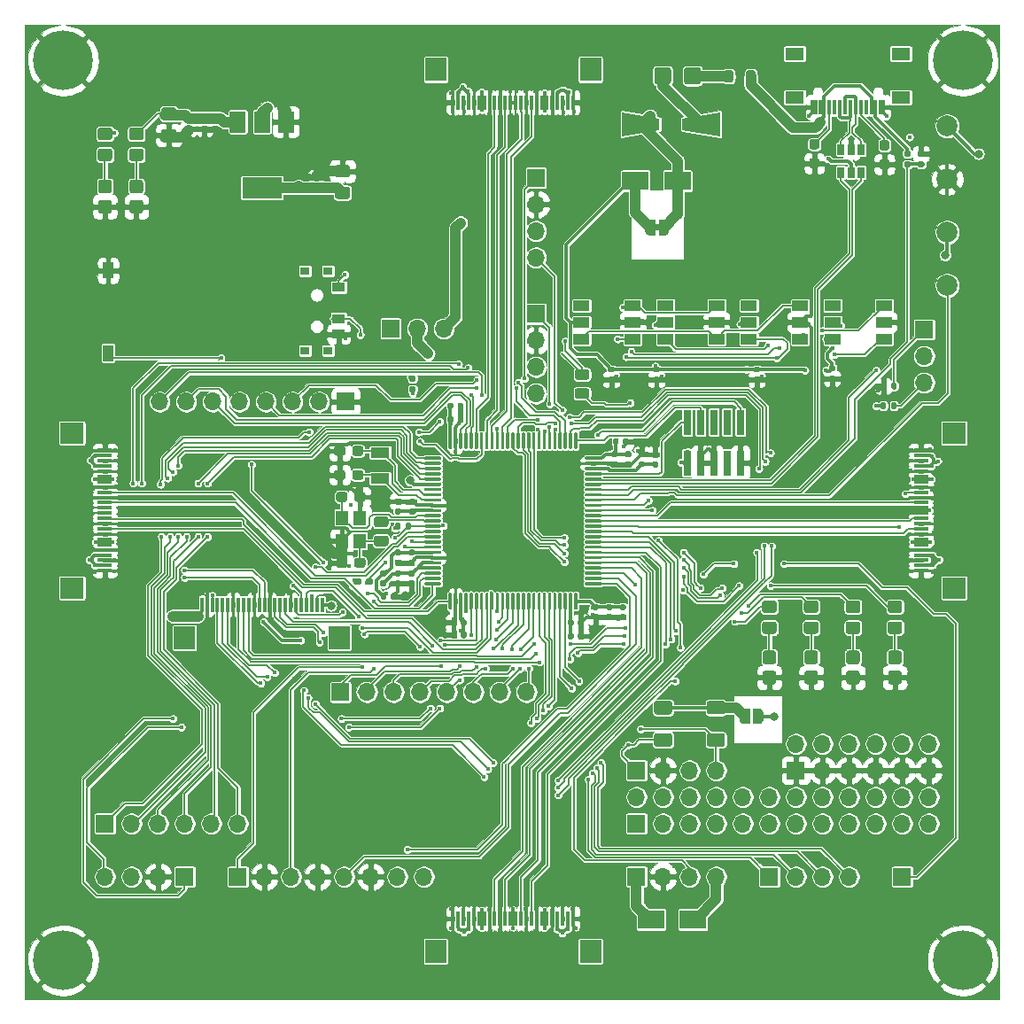
<source format=gbr>
%TF.GenerationSoftware,KiCad,Pcbnew,(5.1.9)-1*%
%TF.CreationDate,2021-03-02T10:58:18+01:00*%
%TF.ProjectId,Midular v2 Proto STM32F407VET6,4d696475-6c61-4722-9076-322050726f74,rev?*%
%TF.SameCoordinates,Original*%
%TF.FileFunction,Copper,L1,Top*%
%TF.FilePolarity,Positive*%
%FSLAX46Y46*%
G04 Gerber Fmt 4.6, Leading zero omitted, Abs format (unit mm)*
G04 Created by KiCad (PCBNEW (5.1.9)-1) date 2021-03-02 10:58:18*
%MOMM*%
%LPD*%
G01*
G04 APERTURE LIST*
%TA.AperFunction,EtchedComponent*%
%ADD10C,0.100000*%
%TD*%
%TA.AperFunction,ComponentPad*%
%ADD11O,1.700000X1.700000*%
%TD*%
%TA.AperFunction,ComponentPad*%
%ADD12R,1.700000X1.700000*%
%TD*%
%TA.AperFunction,ComponentPad*%
%ADD13C,5.700000*%
%TD*%
%TA.AperFunction,SMDPad,CuDef*%
%ADD14C,0.100000*%
%TD*%
%TA.AperFunction,SMDPad,CuDef*%
%ADD15R,1.800000X1.000000*%
%TD*%
%TA.AperFunction,SMDPad,CuDef*%
%ADD16R,1.500000X1.000000*%
%TD*%
%TA.AperFunction,SMDPad,CuDef*%
%ADD17R,0.650000X1.060000*%
%TD*%
%TA.AperFunction,SMDPad,CuDef*%
%ADD18R,1.500000X2.000000*%
%TD*%
%TA.AperFunction,SMDPad,CuDef*%
%ADD19R,3.800000X2.000000*%
%TD*%
%TA.AperFunction,SMDPad,CuDef*%
%ADD20C,2.000000*%
%TD*%
%TA.AperFunction,SMDPad,CuDef*%
%ADD21R,0.740000X2.400000*%
%TD*%
%TA.AperFunction,SMDPad,CuDef*%
%ADD22R,1.400000X0.300000*%
%TD*%
%TA.AperFunction,SMDPad,CuDef*%
%ADD23R,2.200000X2.000000*%
%TD*%
%TA.AperFunction,SMDPad,CuDef*%
%ADD24R,0.300000X1.400000*%
%TD*%
%TA.AperFunction,SMDPad,CuDef*%
%ADD25R,2.000000X2.200000*%
%TD*%
%TA.AperFunction,SMDPad,CuDef*%
%ADD26R,1.800000X1.200000*%
%TD*%
%TA.AperFunction,SMDPad,CuDef*%
%ADD27R,0.300000X1.450000*%
%TD*%
%TA.AperFunction,SMDPad,CuDef*%
%ADD28R,2.500000X1.800000*%
%TD*%
%TA.AperFunction,SMDPad,CuDef*%
%ADD29R,1.000000X1.500000*%
%TD*%
%TA.AperFunction,SMDPad,CuDef*%
%ADD30R,0.900000X0.800000*%
%TD*%
%TA.AperFunction,SMDPad,CuDef*%
%ADD31R,1.250000X0.900000*%
%TD*%
%TA.AperFunction,SMDPad,CuDef*%
%ADD32R,1.200000X1.400000*%
%TD*%
%TA.AperFunction,ViaPad*%
%ADD33C,0.800000*%
%TD*%
%TA.AperFunction,ViaPad*%
%ADD34C,0.450000*%
%TD*%
%TA.AperFunction,Conductor*%
%ADD35C,0.300000*%
%TD*%
%TA.AperFunction,Conductor*%
%ADD36C,1.000000*%
%TD*%
%TA.AperFunction,Conductor*%
%ADD37C,0.146812*%
%TD*%
%TA.AperFunction,Conductor*%
%ADD38C,0.141000*%
%TD*%
%TA.AperFunction,Conductor*%
%ADD39C,0.250000*%
%TD*%
%TA.AperFunction,Conductor*%
%ADD40C,0.200000*%
%TD*%
%TA.AperFunction,Conductor*%
%ADD41C,0.100000*%
%TD*%
G04 APERTURE END LIST*
D10*
%TO.C,JP2*%
G36*
X60530000Y73740000D02*
G01*
X61030000Y73740000D01*
X61030000Y74340000D01*
X60530000Y74340000D01*
X60530000Y73740000D01*
G37*
%TD*%
%TO.P,R18,2*%
%TO.N,Net-(D9-Pad2)*%
%TA.AperFunction,SMDPad,CuDef*%
G36*
G01*
X10549999Y81600000D02*
X11450001Y81600000D01*
G75*
G02*
X11700000Y81350001I0J-249999D01*
G01*
X11700000Y80649999D01*
G75*
G02*
X11450001Y80400000I-249999J0D01*
G01*
X10549999Y80400000D01*
G75*
G02*
X10300000Y80649999I0J249999D01*
G01*
X10300000Y81350001D01*
G75*
G02*
X10549999Y81600000I249999J0D01*
G01*
G37*
%TD.AperFunction*%
%TO.P,R18,1*%
%TO.N,+5V*%
%TA.AperFunction,SMDPad,CuDef*%
G36*
G01*
X10549999Y83600000D02*
X11450001Y83600000D01*
G75*
G02*
X11700000Y83350001I0J-249999D01*
G01*
X11700000Y82649999D01*
G75*
G02*
X11450001Y82400000I-249999J0D01*
G01*
X10549999Y82400000D01*
G75*
G02*
X10300000Y82649999I0J249999D01*
G01*
X10300000Y83350001D01*
G75*
G02*
X10549999Y83600000I249999J0D01*
G01*
G37*
%TD.AperFunction*%
%TD*%
%TO.P,R17,1*%
%TO.N,+3V3*%
%TA.AperFunction,SMDPad,CuDef*%
G36*
G01*
X7549999Y83600000D02*
X8450001Y83600000D01*
G75*
G02*
X8700000Y83350001I0J-249999D01*
G01*
X8700000Y82649999D01*
G75*
G02*
X8450001Y82400000I-249999J0D01*
G01*
X7549999Y82400000D01*
G75*
G02*
X7300000Y82649999I0J249999D01*
G01*
X7300000Y83350001D01*
G75*
G02*
X7549999Y83600000I249999J0D01*
G01*
G37*
%TD.AperFunction*%
%TO.P,R17,2*%
%TO.N,Net-(D8-Pad2)*%
%TA.AperFunction,SMDPad,CuDef*%
G36*
G01*
X7549999Y81600000D02*
X8450001Y81600000D01*
G75*
G02*
X8700000Y81350001I0J-249999D01*
G01*
X8700000Y80649999D01*
G75*
G02*
X8450001Y80400000I-249999J0D01*
G01*
X7549999Y80400000D01*
G75*
G02*
X7300000Y80649999I0J249999D01*
G01*
X7300000Y81350001D01*
G75*
G02*
X7549999Y81600000I249999J0D01*
G01*
G37*
%TD.AperFunction*%
%TD*%
%TO.P,D9,1*%
%TO.N,GND*%
%TA.AperFunction,SMDPad,CuDef*%
G36*
G01*
X11400000Y75375000D02*
X10600000Y75375000D01*
G75*
G02*
X10350000Y75625000I0J250000D01*
G01*
X10350000Y76450000D01*
G75*
G02*
X10600000Y76700000I250000J0D01*
G01*
X11400000Y76700000D01*
G75*
G02*
X11650000Y76450000I0J-250000D01*
G01*
X11650000Y75625000D01*
G75*
G02*
X11400000Y75375000I-250000J0D01*
G01*
G37*
%TD.AperFunction*%
%TO.P,D9,2*%
%TO.N,Net-(D9-Pad2)*%
%TA.AperFunction,SMDPad,CuDef*%
G36*
G01*
X11400000Y77300000D02*
X10600000Y77300000D01*
G75*
G02*
X10350000Y77550000I0J250000D01*
G01*
X10350000Y78375000D01*
G75*
G02*
X10600000Y78625000I250000J0D01*
G01*
X11400000Y78625000D01*
G75*
G02*
X11650000Y78375000I0J-250000D01*
G01*
X11650000Y77550000D01*
G75*
G02*
X11400000Y77300000I-250000J0D01*
G01*
G37*
%TD.AperFunction*%
%TD*%
%TO.P,D8,1*%
%TO.N,GND*%
%TA.AperFunction,SMDPad,CuDef*%
G36*
G01*
X8400000Y75375000D02*
X7600000Y75375000D01*
G75*
G02*
X7350000Y75625000I0J250000D01*
G01*
X7350000Y76450000D01*
G75*
G02*
X7600000Y76700000I250000J0D01*
G01*
X8400000Y76700000D01*
G75*
G02*
X8650000Y76450000I0J-250000D01*
G01*
X8650000Y75625000D01*
G75*
G02*
X8400000Y75375000I-250000J0D01*
G01*
G37*
%TD.AperFunction*%
%TO.P,D8,2*%
%TO.N,Net-(D8-Pad2)*%
%TA.AperFunction,SMDPad,CuDef*%
G36*
G01*
X8400000Y77300000D02*
X7600000Y77300000D01*
G75*
G02*
X7350000Y77550000I0J250000D01*
G01*
X7350000Y78375000D01*
G75*
G02*
X7600000Y78625000I250000J0D01*
G01*
X8400000Y78625000D01*
G75*
G02*
X8650000Y78375000I0J-250000D01*
G01*
X8650000Y77550000D01*
G75*
G02*
X8400000Y77300000I-250000J0D01*
G01*
G37*
%TD.AperFunction*%
%TD*%
D11*
%TO.P,J21,24*%
%TO.N,Net-(J21-Pad24)*%
X86740000Y19620000D03*
%TO.P,J21,23*%
%TO.N,Net-(J21-Pad23)*%
X86740000Y17080000D03*
%TO.P,J21,22*%
%TO.N,Net-(J21-Pad22)*%
X84200000Y19620000D03*
%TO.P,J21,21*%
%TO.N,Net-(J21-Pad21)*%
X84200000Y17080000D03*
%TO.P,J21,20*%
%TO.N,Net-(J21-Pad20)*%
X81660000Y19620000D03*
%TO.P,J21,19*%
%TO.N,Net-(J21-Pad19)*%
X81660000Y17080000D03*
%TO.P,J21,18*%
%TO.N,Net-(J21-Pad18)*%
X79120000Y19620000D03*
%TO.P,J21,17*%
%TO.N,Net-(J21-Pad17)*%
X79120000Y17080000D03*
%TO.P,J21,16*%
%TO.N,Net-(J21-Pad16)*%
X76580000Y19620000D03*
%TO.P,J21,15*%
%TO.N,Net-(J21-Pad15)*%
X76580000Y17080000D03*
%TO.P,J21,14*%
%TO.N,Net-(J21-Pad14)*%
X74040000Y19620000D03*
%TO.P,J21,13*%
%TO.N,Net-(J21-Pad13)*%
X74040000Y17080000D03*
%TO.P,J21,12*%
%TO.N,Net-(J21-Pad12)*%
X71500000Y19620000D03*
%TO.P,J21,11*%
%TO.N,Net-(J21-Pad11)*%
X71500000Y17080000D03*
%TO.P,J21,10*%
%TO.N,Net-(J21-Pad10)*%
X68960000Y19620000D03*
%TO.P,J21,9*%
%TO.N,Net-(J21-Pad9)*%
X68960000Y17080000D03*
%TO.P,J21,8*%
%TO.N,Net-(J21-Pad8)*%
X66420000Y19620000D03*
%TO.P,J21,7*%
%TO.N,Net-(J21-Pad7)*%
X66420000Y17080000D03*
%TO.P,J21,6*%
%TO.N,Net-(J21-Pad6)*%
X63880000Y19620000D03*
%TO.P,J21,5*%
%TO.N,Net-(J21-Pad5)*%
X63880000Y17080000D03*
%TO.P,J21,4*%
%TO.N,Net-(J21-Pad4)*%
X61340000Y19620000D03*
%TO.P,J21,3*%
%TO.N,Net-(J21-Pad3)*%
X61340000Y17080000D03*
%TO.P,J21,2*%
%TO.N,Net-(J21-Pad2)*%
X58800000Y19620000D03*
D12*
%TO.P,J21,1*%
%TO.N,Net-(J21-Pad1)*%
X58800000Y17080000D03*
%TD*%
D11*
%TO.P,J20,12*%
%TO.N,+5V*%
X86740000Y24700000D03*
%TO.P,J20,11*%
%TO.N,GND*%
X86740000Y22160000D03*
%TO.P,J20,10*%
%TO.N,+5V*%
X84200000Y24700000D03*
%TO.P,J20,9*%
%TO.N,GND*%
X84200000Y22160000D03*
%TO.P,J20,8*%
%TO.N,+5V*%
X81660000Y24700000D03*
%TO.P,J20,7*%
%TO.N,GND*%
X81660000Y22160000D03*
%TO.P,J20,6*%
%TO.N,+3V3*%
X79120000Y24700000D03*
%TO.P,J20,5*%
%TO.N,GND*%
X79120000Y22160000D03*
%TO.P,J20,4*%
%TO.N,+3V3*%
X76580000Y24700000D03*
%TO.P,J20,3*%
%TO.N,GND*%
X76580000Y22160000D03*
%TO.P,J20,2*%
%TO.N,+3V3*%
X74040000Y24700000D03*
D12*
%TO.P,J20,1*%
%TO.N,GND*%
X74040000Y22160000D03*
%TD*%
%TO.P,R11,2*%
%TO.N,LEDRx*%
%TA.AperFunction,SMDPad,CuDef*%
G36*
G01*
X75950001Y37200000D02*
X75049999Y37200000D01*
G75*
G02*
X74800000Y37449999I0J249999D01*
G01*
X74800000Y38150001D01*
G75*
G02*
X75049999Y38400000I249999J0D01*
G01*
X75950001Y38400000D01*
G75*
G02*
X76200000Y38150001I0J-249999D01*
G01*
X76200000Y37449999D01*
G75*
G02*
X75950001Y37200000I-249999J0D01*
G01*
G37*
%TD.AperFunction*%
%TO.P,R11,1*%
%TO.N,Net-(D4-Pad2)*%
%TA.AperFunction,SMDPad,CuDef*%
G36*
G01*
X75950001Y35200000D02*
X75049999Y35200000D01*
G75*
G02*
X74800000Y35449999I0J249999D01*
G01*
X74800000Y36150001D01*
G75*
G02*
X75049999Y36400000I249999J0D01*
G01*
X75950001Y36400000D01*
G75*
G02*
X76200000Y36150001I0J-249999D01*
G01*
X76200000Y35449999D01*
G75*
G02*
X75950001Y35200000I-249999J0D01*
G01*
G37*
%TD.AperFunction*%
%TD*%
%TO.P,R10,2*%
%TO.N,LEDError*%
%TA.AperFunction,SMDPad,CuDef*%
G36*
G01*
X83950001Y37200000D02*
X83049999Y37200000D01*
G75*
G02*
X82800000Y37449999I0J249999D01*
G01*
X82800000Y38150001D01*
G75*
G02*
X83049999Y38400000I249999J0D01*
G01*
X83950001Y38400000D01*
G75*
G02*
X84200000Y38150001I0J-249999D01*
G01*
X84200000Y37449999D01*
G75*
G02*
X83950001Y37200000I-249999J0D01*
G01*
G37*
%TD.AperFunction*%
%TO.P,R10,1*%
%TO.N,Net-(D3-Pad2)*%
%TA.AperFunction,SMDPad,CuDef*%
G36*
G01*
X83950001Y35200000D02*
X83049999Y35200000D01*
G75*
G02*
X82800000Y35449999I0J249999D01*
G01*
X82800000Y36150001D01*
G75*
G02*
X83049999Y36400000I249999J0D01*
G01*
X83950001Y36400000D01*
G75*
G02*
X84200000Y36150001I0J-249999D01*
G01*
X84200000Y35449999D01*
G75*
G02*
X83950001Y35200000I-249999J0D01*
G01*
G37*
%TD.AperFunction*%
%TD*%
%TO.P,R9,2*%
%TO.N,Net-(D2-Pad2)*%
%TA.AperFunction,SMDPad,CuDef*%
G36*
G01*
X79049999Y36400000D02*
X79950001Y36400000D01*
G75*
G02*
X80200000Y36150001I0J-249999D01*
G01*
X80200000Y35449999D01*
G75*
G02*
X79950001Y35200000I-249999J0D01*
G01*
X79049999Y35200000D01*
G75*
G02*
X78800000Y35449999I0J249999D01*
G01*
X78800000Y36150001D01*
G75*
G02*
X79049999Y36400000I249999J0D01*
G01*
G37*
%TD.AperFunction*%
%TO.P,R9,1*%
%TO.N,LEDTx*%
%TA.AperFunction,SMDPad,CuDef*%
G36*
G01*
X79049999Y38400000D02*
X79950001Y38400000D01*
G75*
G02*
X80200000Y38150001I0J-249999D01*
G01*
X80200000Y37449999D01*
G75*
G02*
X79950001Y37200000I-249999J0D01*
G01*
X79049999Y37200000D01*
G75*
G02*
X78800000Y37449999I0J249999D01*
G01*
X78800000Y38150001D01*
G75*
G02*
X79049999Y38400000I249999J0D01*
G01*
G37*
%TD.AperFunction*%
%TD*%
%TO.P,R8,2*%
%TO.N,Net-(D1-Pad2)*%
%TA.AperFunction,SMDPad,CuDef*%
G36*
G01*
X71049999Y36400000D02*
X71950001Y36400000D01*
G75*
G02*
X72200000Y36150001I0J-249999D01*
G01*
X72200000Y35449999D01*
G75*
G02*
X71950001Y35200000I-249999J0D01*
G01*
X71049999Y35200000D01*
G75*
G02*
X70800000Y35449999I0J249999D01*
G01*
X70800000Y36150001D01*
G75*
G02*
X71049999Y36400000I249999J0D01*
G01*
G37*
%TD.AperFunction*%
%TO.P,R8,1*%
%TO.N,LEDStatus*%
%TA.AperFunction,SMDPad,CuDef*%
G36*
G01*
X71049999Y38400000D02*
X71950001Y38400000D01*
G75*
G02*
X72200000Y38150001I0J-249999D01*
G01*
X72200000Y37449999D01*
G75*
G02*
X71950001Y37200000I-249999J0D01*
G01*
X71049999Y37200000D01*
G75*
G02*
X70800000Y37449999I0J249999D01*
G01*
X70800000Y38150001D01*
G75*
G02*
X71049999Y38400000I249999J0D01*
G01*
G37*
%TD.AperFunction*%
%TD*%
%TO.P,R16,2*%
%TO.N,GND*%
%TA.AperFunction,SMDPad,CuDef*%
G36*
G01*
X75562500Y80675000D02*
X76037500Y80675000D01*
G75*
G02*
X76275000Y80437500I0J-237500D01*
G01*
X76275000Y79937500D01*
G75*
G02*
X76037500Y79700000I-237500J0D01*
G01*
X75562500Y79700000D01*
G75*
G02*
X75325000Y79937500I0J237500D01*
G01*
X75325000Y80437500D01*
G75*
G02*
X75562500Y80675000I237500J0D01*
G01*
G37*
%TD.AperFunction*%
%TO.P,R16,1*%
%TO.N,Net-(J2-PadB5)*%
%TA.AperFunction,SMDPad,CuDef*%
G36*
G01*
X75562500Y82500000D02*
X76037500Y82500000D01*
G75*
G02*
X76275000Y82262500I0J-237500D01*
G01*
X76275000Y81762500D01*
G75*
G02*
X76037500Y81525000I-237500J0D01*
G01*
X75562500Y81525000D01*
G75*
G02*
X75325000Y81762500I0J237500D01*
G01*
X75325000Y82262500D01*
G75*
G02*
X75562500Y82500000I237500J0D01*
G01*
G37*
%TD.AperFunction*%
%TD*%
%TO.P,R15,2*%
%TO.N,GND*%
%TA.AperFunction,SMDPad,CuDef*%
G36*
G01*
X82262500Y80575000D02*
X82737500Y80575000D01*
G75*
G02*
X82975000Y80337500I0J-237500D01*
G01*
X82975000Y79837500D01*
G75*
G02*
X82737500Y79600000I-237500J0D01*
G01*
X82262500Y79600000D01*
G75*
G02*
X82025000Y79837500I0J237500D01*
G01*
X82025000Y80337500D01*
G75*
G02*
X82262500Y80575000I237500J0D01*
G01*
G37*
%TD.AperFunction*%
%TO.P,R15,1*%
%TO.N,Net-(J2-PadA5)*%
%TA.AperFunction,SMDPad,CuDef*%
G36*
G01*
X82262500Y82400000D02*
X82737500Y82400000D01*
G75*
G02*
X82975000Y82162500I0J-237500D01*
G01*
X82975000Y81662500D01*
G75*
G02*
X82737500Y81425000I-237500J0D01*
G01*
X82262500Y81425000D01*
G75*
G02*
X82025000Y81662500I0J237500D01*
G01*
X82025000Y82162500D01*
G75*
G02*
X82262500Y82400000I237500J0D01*
G01*
G37*
%TD.AperFunction*%
%TD*%
D13*
%TO.P,H4,1*%
%TO.N,GND*%
X90000000Y4000000D03*
%TD*%
%TO.P,H3,1*%
%TO.N,GND*%
X4000000Y4000000D03*
%TD*%
%TO.P,H2,1*%
%TO.N,GND*%
X90000000Y90000000D03*
%TD*%
%TO.P,H1,1*%
%TO.N,GND*%
X4000000Y90000000D03*
%TD*%
%TO.P,C14,1*%
%TO.N,+5V*%
%TA.AperFunction,SMDPad,CuDef*%
G36*
G01*
X13625000Y85525000D02*
X14575000Y85525000D01*
G75*
G02*
X14825000Y85275000I0J-250000D01*
G01*
X14825000Y84600000D01*
G75*
G02*
X14575000Y84350000I-250000J0D01*
G01*
X13625000Y84350000D01*
G75*
G02*
X13375000Y84600000I0J250000D01*
G01*
X13375000Y85275000D01*
G75*
G02*
X13625000Y85525000I250000J0D01*
G01*
G37*
%TD.AperFunction*%
%TO.P,C14,2*%
%TO.N,GND*%
%TA.AperFunction,SMDPad,CuDef*%
G36*
G01*
X13625000Y83450000D02*
X14575000Y83450000D01*
G75*
G02*
X14825000Y83200000I0J-250000D01*
G01*
X14825000Y82525000D01*
G75*
G02*
X14575000Y82275000I-250000J0D01*
G01*
X13625000Y82275000D01*
G75*
G02*
X13375000Y82525000I0J250000D01*
G01*
X13375000Y83200000D01*
G75*
G02*
X13625000Y83450000I250000J0D01*
G01*
G37*
%TD.AperFunction*%
%TD*%
D12*
%TO.P,J18,1*%
%TO.N,PB14*%
X84200000Y12000000D03*
%TD*%
D11*
%TO.P,J1,3*%
%TO.N,Net-(J1-Pad3)*%
X86300000Y59220000D03*
%TO.P,J1,2*%
%TO.N,USB_ID*%
X86300000Y61760000D03*
D12*
%TO.P,J1,1*%
%TO.N,Net-(J1-Pad1)*%
X86300000Y64300000D03*
%TD*%
%TO.P,R14,2*%
%TO.N,GND*%
%TA.AperFunction,SMDPad,CuDef*%
G36*
G01*
X86185000Y80840000D02*
X85815000Y80840000D01*
G75*
G02*
X85680000Y80975000I0J135000D01*
G01*
X85680000Y81245000D01*
G75*
G02*
X85815000Y81380000I135000J0D01*
G01*
X86185000Y81380000D01*
G75*
G02*
X86320000Y81245000I0J-135000D01*
G01*
X86320000Y80975000D01*
G75*
G02*
X86185000Y80840000I-135000J0D01*
G01*
G37*
%TD.AperFunction*%
%TO.P,R14,1*%
%TO.N,VBUS_SENSE*%
%TA.AperFunction,SMDPad,CuDef*%
G36*
G01*
X86185000Y79820000D02*
X85815000Y79820000D01*
G75*
G02*
X85680000Y79955000I0J135000D01*
G01*
X85680000Y80225000D01*
G75*
G02*
X85815000Y80360000I135000J0D01*
G01*
X86185000Y80360000D01*
G75*
G02*
X86320000Y80225000I0J-135000D01*
G01*
X86320000Y79955000D01*
G75*
G02*
X86185000Y79820000I-135000J0D01*
G01*
G37*
%TD.AperFunction*%
%TD*%
%TO.P,R13,2*%
%TO.N,VBUS_SENSE*%
%TA.AperFunction,SMDPad,CuDef*%
G36*
G01*
X84515000Y80360000D02*
X84885000Y80360000D01*
G75*
G02*
X85020000Y80225000I0J-135000D01*
G01*
X85020000Y79955000D01*
G75*
G02*
X84885000Y79820000I-135000J0D01*
G01*
X84515000Y79820000D01*
G75*
G02*
X84380000Y79955000I0J135000D01*
G01*
X84380000Y80225000D01*
G75*
G02*
X84515000Y80360000I135000J0D01*
G01*
G37*
%TD.AperFunction*%
%TO.P,R13,1*%
%TO.N,VBUS*%
%TA.AperFunction,SMDPad,CuDef*%
G36*
G01*
X84515000Y81380000D02*
X84885000Y81380000D01*
G75*
G02*
X85020000Y81245000I0J-135000D01*
G01*
X85020000Y80975000D01*
G75*
G02*
X84885000Y80840000I-135000J0D01*
G01*
X84515000Y80840000D01*
G75*
G02*
X84380000Y80975000I0J135000D01*
G01*
X84380000Y81245000D01*
G75*
G02*
X84515000Y81380000I135000J0D01*
G01*
G37*
%TD.AperFunction*%
%TD*%
%TO.P,R4,2*%
%TO.N,GND*%
%TA.AperFunction,SMDPad,CuDef*%
G36*
G01*
X82660000Y59085000D02*
X82660000Y58715000D01*
G75*
G02*
X82525000Y58580000I-135000J0D01*
G01*
X82255000Y58580000D01*
G75*
G02*
X82120000Y58715000I0J135000D01*
G01*
X82120000Y59085000D01*
G75*
G02*
X82255000Y59220000I135000J0D01*
G01*
X82525000Y59220000D01*
G75*
G02*
X82660000Y59085000I0J-135000D01*
G01*
G37*
%TD.AperFunction*%
%TO.P,R4,1*%
%TO.N,Net-(J1-Pad1)*%
%TA.AperFunction,SMDPad,CuDef*%
G36*
G01*
X83680000Y59085000D02*
X83680000Y58715000D01*
G75*
G02*
X83545000Y58580000I-135000J0D01*
G01*
X83275000Y58580000D01*
G75*
G02*
X83140000Y58715000I0J135000D01*
G01*
X83140000Y59085000D01*
G75*
G02*
X83275000Y59220000I135000J0D01*
G01*
X83545000Y59220000D01*
G75*
G02*
X83680000Y59085000I0J-135000D01*
G01*
G37*
%TD.AperFunction*%
%TD*%
%TO.P,R3,2*%
%TO.N,Net-(J1-Pad3)*%
%TA.AperFunction,SMDPad,CuDef*%
G36*
G01*
X83140000Y56815000D02*
X83140000Y57185000D01*
G75*
G02*
X83275000Y57320000I135000J0D01*
G01*
X83545000Y57320000D01*
G75*
G02*
X83680000Y57185000I0J-135000D01*
G01*
X83680000Y56815000D01*
G75*
G02*
X83545000Y56680000I-135000J0D01*
G01*
X83275000Y56680000D01*
G75*
G02*
X83140000Y56815000I0J135000D01*
G01*
G37*
%TD.AperFunction*%
%TO.P,R3,1*%
%TO.N,+3V3*%
%TA.AperFunction,SMDPad,CuDef*%
G36*
G01*
X82120000Y56815000D02*
X82120000Y57185000D01*
G75*
G02*
X82255000Y57320000I135000J0D01*
G01*
X82525000Y57320000D01*
G75*
G02*
X82660000Y57185000I0J-135000D01*
G01*
X82660000Y56815000D01*
G75*
G02*
X82525000Y56680000I-135000J0D01*
G01*
X82255000Y56680000D01*
G75*
G02*
X82120000Y56815000I0J135000D01*
G01*
G37*
%TD.AperFunction*%
%TD*%
D11*
%TO.P,JP3,3*%
%TO.N,Net-(BAT1-Pad1)*%
X40380000Y64400000D03*
%TO.P,JP3,2*%
%TO.N,VBAT*%
X37840000Y64400000D03*
D12*
%TO.P,JP3,1*%
%TO.N,+3V3*%
X35300000Y64400000D03*
%TD*%
%TA.AperFunction,SMDPad,CuDef*%
D14*
%TO.P,JP1,2*%
%TO.N,Net-(JP1-Pad2)*%
G36*
X69146000Y26586602D02*
G01*
X69121466Y26586602D01*
X69072635Y26591412D01*
X69024510Y26600984D01*
X68977555Y26615228D01*
X68932222Y26634005D01*
X68888949Y26657136D01*
X68848150Y26684396D01*
X68810221Y26715524D01*
X68775524Y26750221D01*
X68744396Y26788150D01*
X68717136Y26828949D01*
X68694005Y26872222D01*
X68675228Y26917555D01*
X68660984Y26964510D01*
X68651412Y27012635D01*
X68646602Y27061466D01*
X68646602Y27086000D01*
X68646000Y27086000D01*
X68646000Y27586000D01*
X68646602Y27586000D01*
X68646602Y27610534D01*
X68651412Y27659365D01*
X68660984Y27707490D01*
X68675228Y27754445D01*
X68694005Y27799778D01*
X68717136Y27843051D01*
X68744396Y27883850D01*
X68775524Y27921779D01*
X68810221Y27956476D01*
X68848150Y27987604D01*
X68888949Y28014864D01*
X68932222Y28037995D01*
X68977555Y28056772D01*
X69024510Y28071016D01*
X69072635Y28080588D01*
X69121466Y28085398D01*
X69146000Y28085398D01*
X69146000Y28086000D01*
X69646000Y28086000D01*
X69646000Y26586000D01*
X69146000Y26586000D01*
X69146000Y26586602D01*
G37*
%TD.AperFunction*%
%TA.AperFunction,SMDPad,CuDef*%
%TO.P,JP1,1*%
%TO.N,+3V3*%
G36*
X69946000Y28086000D02*
G01*
X70446000Y28086000D01*
X70446000Y28085398D01*
X70470534Y28085398D01*
X70519365Y28080588D01*
X70567490Y28071016D01*
X70614445Y28056772D01*
X70659778Y28037995D01*
X70703051Y28014864D01*
X70743850Y27987604D01*
X70781779Y27956476D01*
X70816476Y27921779D01*
X70847604Y27883850D01*
X70874864Y27843051D01*
X70897995Y27799778D01*
X70916772Y27754445D01*
X70931016Y27707490D01*
X70940588Y27659365D01*
X70945398Y27610534D01*
X70945398Y27586000D01*
X70946000Y27586000D01*
X70946000Y27086000D01*
X70945398Y27086000D01*
X70945398Y27061466D01*
X70940588Y27012635D01*
X70931016Y26964510D01*
X70916772Y26917555D01*
X70897995Y26872222D01*
X70874864Y26828949D01*
X70847604Y26788150D01*
X70816476Y26750221D01*
X70781779Y26715524D01*
X70743850Y26684396D01*
X70703051Y26657136D01*
X70659778Y26634005D01*
X70614445Y26615228D01*
X70567490Y26600984D01*
X70519365Y26591412D01*
X70470534Y26586602D01*
X70446000Y26586602D01*
X70446000Y26586000D01*
X69946000Y26586000D01*
X69946000Y28086000D01*
G37*
%TD.AperFunction*%
%TD*%
%TO.P,D4,2*%
%TO.N,Net-(D4-Pad2)*%
%TA.AperFunction,SMDPad,CuDef*%
G36*
G01*
X75900000Y32300000D02*
X75100000Y32300000D01*
G75*
G02*
X74850000Y32550000I0J250000D01*
G01*
X74850000Y33375000D01*
G75*
G02*
X75100000Y33625000I250000J0D01*
G01*
X75900000Y33625000D01*
G75*
G02*
X76150000Y33375000I0J-250000D01*
G01*
X76150000Y32550000D01*
G75*
G02*
X75900000Y32300000I-250000J0D01*
G01*
G37*
%TD.AperFunction*%
%TO.P,D4,1*%
%TO.N,GND*%
%TA.AperFunction,SMDPad,CuDef*%
G36*
G01*
X75900000Y30375000D02*
X75100000Y30375000D01*
G75*
G02*
X74850000Y30625000I0J250000D01*
G01*
X74850000Y31450000D01*
G75*
G02*
X75100000Y31700000I250000J0D01*
G01*
X75900000Y31700000D01*
G75*
G02*
X76150000Y31450000I0J-250000D01*
G01*
X76150000Y30625000D01*
G75*
G02*
X75900000Y30375000I-250000J0D01*
G01*
G37*
%TD.AperFunction*%
%TD*%
%TO.P,D3,2*%
%TO.N,Net-(D3-Pad2)*%
%TA.AperFunction,SMDPad,CuDef*%
G36*
G01*
X83900000Y32300000D02*
X83100000Y32300000D01*
G75*
G02*
X82850000Y32550000I0J250000D01*
G01*
X82850000Y33375000D01*
G75*
G02*
X83100000Y33625000I250000J0D01*
G01*
X83900000Y33625000D01*
G75*
G02*
X84150000Y33375000I0J-250000D01*
G01*
X84150000Y32550000D01*
G75*
G02*
X83900000Y32300000I-250000J0D01*
G01*
G37*
%TD.AperFunction*%
%TO.P,D3,1*%
%TO.N,GND*%
%TA.AperFunction,SMDPad,CuDef*%
G36*
G01*
X83900000Y30375000D02*
X83100000Y30375000D01*
G75*
G02*
X82850000Y30625000I0J250000D01*
G01*
X82850000Y31450000D01*
G75*
G02*
X83100000Y31700000I250000J0D01*
G01*
X83900000Y31700000D01*
G75*
G02*
X84150000Y31450000I0J-250000D01*
G01*
X84150000Y30625000D01*
G75*
G02*
X83900000Y30375000I-250000J0D01*
G01*
G37*
%TD.AperFunction*%
%TD*%
%TO.P,D2,1*%
%TO.N,GND*%
%TA.AperFunction,SMDPad,CuDef*%
G36*
G01*
X79900000Y30375000D02*
X79100000Y30375000D01*
G75*
G02*
X78850000Y30625000I0J250000D01*
G01*
X78850000Y31450000D01*
G75*
G02*
X79100000Y31700000I250000J0D01*
G01*
X79900000Y31700000D01*
G75*
G02*
X80150000Y31450000I0J-250000D01*
G01*
X80150000Y30625000D01*
G75*
G02*
X79900000Y30375000I-250000J0D01*
G01*
G37*
%TD.AperFunction*%
%TO.P,D2,2*%
%TO.N,Net-(D2-Pad2)*%
%TA.AperFunction,SMDPad,CuDef*%
G36*
G01*
X79900000Y32300000D02*
X79100000Y32300000D01*
G75*
G02*
X78850000Y32550000I0J250000D01*
G01*
X78850000Y33375000D01*
G75*
G02*
X79100000Y33625000I250000J0D01*
G01*
X79900000Y33625000D01*
G75*
G02*
X80150000Y33375000I0J-250000D01*
G01*
X80150000Y32550000D01*
G75*
G02*
X79900000Y32300000I-250000J0D01*
G01*
G37*
%TD.AperFunction*%
%TD*%
%TO.P,D1,2*%
%TO.N,Net-(D1-Pad2)*%
%TA.AperFunction,SMDPad,CuDef*%
G36*
G01*
X71900000Y32300000D02*
X71100000Y32300000D01*
G75*
G02*
X70850000Y32550000I0J250000D01*
G01*
X70850000Y33375000D01*
G75*
G02*
X71100000Y33625000I250000J0D01*
G01*
X71900000Y33625000D01*
G75*
G02*
X72150000Y33375000I0J-250000D01*
G01*
X72150000Y32550000D01*
G75*
G02*
X71900000Y32300000I-250000J0D01*
G01*
G37*
%TD.AperFunction*%
%TO.P,D1,1*%
%TO.N,GND*%
%TA.AperFunction,SMDPad,CuDef*%
G36*
G01*
X71900000Y30375000D02*
X71100000Y30375000D01*
G75*
G02*
X70850000Y30625000I0J250000D01*
G01*
X70850000Y31450000D01*
G75*
G02*
X71100000Y31700000I250000J0D01*
G01*
X71900000Y31700000D01*
G75*
G02*
X72150000Y31450000I0J-250000D01*
G01*
X72150000Y30625000D01*
G75*
G02*
X71900000Y30375000I-250000J0D01*
G01*
G37*
%TD.AperFunction*%
%TD*%
%TO.P,C3,2*%
%TO.N,GND*%
%TA.AperFunction,SMDPad,CuDef*%
G36*
G01*
X30975000Y52937500D02*
X30975000Y52462500D01*
G75*
G02*
X30737500Y52225000I-237500J0D01*
G01*
X30137500Y52225000D01*
G75*
G02*
X29900000Y52462500I0J237500D01*
G01*
X29900000Y52937500D01*
G75*
G02*
X30137500Y53175000I237500J0D01*
G01*
X30737500Y53175000D01*
G75*
G02*
X30975000Y52937500I0J-237500D01*
G01*
G37*
%TD.AperFunction*%
%TO.P,C3,1*%
%TO.N,LSE_IN*%
%TA.AperFunction,SMDPad,CuDef*%
G36*
G01*
X32700000Y52937500D02*
X32700000Y52462500D01*
G75*
G02*
X32462500Y52225000I-237500J0D01*
G01*
X31862500Y52225000D01*
G75*
G02*
X31625000Y52462500I0J237500D01*
G01*
X31625000Y52937500D01*
G75*
G02*
X31862500Y53175000I237500J0D01*
G01*
X32462500Y53175000D01*
G75*
G02*
X32700000Y52937500I0J-237500D01*
G01*
G37*
%TD.AperFunction*%
%TD*%
D15*
%TO.P,Y2,1*%
%TO.N,LSE_IN*%
X34300000Y52550000D03*
%TO.P,Y2,2*%
%TO.N,LSE_OUT*%
X34300000Y50050000D03*
%TD*%
%TO.P,C21,2*%
%TO.N,+3V3*%
%TA.AperFunction,SMDPad,CuDef*%
G36*
G01*
X37230000Y47180000D02*
X37570000Y47180000D01*
G75*
G02*
X37710000Y47040000I0J-140000D01*
G01*
X37710000Y46760000D01*
G75*
G02*
X37570000Y46620000I-140000J0D01*
G01*
X37230000Y46620000D01*
G75*
G02*
X37090000Y46760000I0J140000D01*
G01*
X37090000Y47040000D01*
G75*
G02*
X37230000Y47180000I140000J0D01*
G01*
G37*
%TD.AperFunction*%
%TO.P,C21,1*%
%TO.N,GND*%
%TA.AperFunction,SMDPad,CuDef*%
G36*
G01*
X37230000Y48140000D02*
X37570000Y48140000D01*
G75*
G02*
X37710000Y48000000I0J-140000D01*
G01*
X37710000Y47720000D01*
G75*
G02*
X37570000Y47580000I-140000J0D01*
G01*
X37230000Y47580000D01*
G75*
G02*
X37090000Y47720000I0J140000D01*
G01*
X37090000Y48000000D01*
G75*
G02*
X37230000Y48140000I140000J0D01*
G01*
G37*
%TD.AperFunction*%
%TD*%
%TO.P,R12,2*%
%TO.N,WS2812_A*%
%TA.AperFunction,SMDPad,CuDef*%
G36*
G01*
X53149998Y58700000D02*
X54050002Y58700000D01*
G75*
G02*
X54300000Y58450002I0J-249998D01*
G01*
X54300000Y57924998D01*
G75*
G02*
X54050002Y57675000I-249998J0D01*
G01*
X53149998Y57675000D01*
G75*
G02*
X52900000Y57924998I0J249998D01*
G01*
X52900000Y58450002D01*
G75*
G02*
X53149998Y58700000I249998J0D01*
G01*
G37*
%TD.AperFunction*%
%TO.P,R12,1*%
%TO.N,Net-(R12-Pad1)*%
%TA.AperFunction,SMDPad,CuDef*%
G36*
G01*
X53149998Y60525000D02*
X54050002Y60525000D01*
G75*
G02*
X54300000Y60275002I0J-249998D01*
G01*
X54300000Y59749998D01*
G75*
G02*
X54050002Y59500000I-249998J0D01*
G01*
X53149998Y59500000D01*
G75*
G02*
X52900000Y59749998I0J249998D01*
G01*
X52900000Y60275002D01*
G75*
G02*
X53149998Y60525000I249998J0D01*
G01*
G37*
%TD.AperFunction*%
%TD*%
D11*
%TO.P,J16,6*%
%TO.N,PE6*%
X20700000Y17080000D03*
%TO.P,J16,5*%
%TO.N,PE5*%
X18160000Y17080000D03*
%TO.P,J16,4*%
%TO.N,PE4*%
X15620000Y17080000D03*
%TO.P,J16,3*%
%TO.N,PE3*%
X13080000Y17080000D03*
%TO.P,J16,2*%
%TO.N,PE2*%
X10540000Y17080000D03*
D12*
%TO.P,J16,1*%
%TO.N,PB9*%
X8000000Y17080000D03*
%TD*%
D11*
%TO.P,J13,4*%
%TO.N,PE15*%
X79120000Y12000000D03*
%TO.P,J13,3*%
%TO.N,PE14*%
X76580000Y12000000D03*
%TO.P,J13,2*%
%TO.N,PE13*%
X74040000Y12000000D03*
D12*
%TO.P,J13,1*%
%TO.N,PE12*%
X71500000Y12000000D03*
%TD*%
D11*
%TO.P,J15,8*%
%TO.N,BTNY4*%
X48280000Y29650000D03*
%TO.P,J15,7*%
%TO.N,BTNY3*%
X45740000Y29650000D03*
%TO.P,J15,6*%
%TO.N,BTNY2*%
X43200000Y29650000D03*
%TO.P,J15,5*%
%TO.N,BTNY1*%
X40660000Y29650000D03*
%TO.P,J15,4*%
%TO.N,BTNX4*%
X38120000Y29650000D03*
%TO.P,J15,3*%
%TO.N,BTNX3*%
X35580000Y29650000D03*
%TO.P,J15,2*%
%TO.N,BTNX2*%
X33040000Y29650000D03*
D12*
%TO.P,J15,1*%
%TO.N,BTNX1*%
X30500000Y29650000D03*
%TD*%
D16*
%TO.P,WS4,1*%
%TO.N,Net-(WS4-Pad1)*%
X77550000Y66600000D03*
%TO.P,WS4,2*%
%TO.N,VWS2812*%
X77550000Y65000000D03*
%TO.P,WS4,3*%
%TO.N,WS2812_CONN_DIN*%
X77550000Y63400000D03*
%TO.P,WS4,6*%
%TO.N,Net-(WS2-Pad3)*%
X82450000Y66600000D03*
%TO.P,WS4,5*%
%TO.N,GND*%
X82450000Y65000000D03*
%TO.P,WS4,4*%
%TO.N,WS2812_CONN_BI*%
X82450000Y63400000D03*
%TD*%
%TO.P,WS3,1*%
%TO.N,Net-(WS3-Pad1)*%
X69550000Y66600000D03*
%TO.P,WS3,2*%
%TO.N,VWS2812*%
X69550000Y65000000D03*
%TO.P,WS3,3*%
%TO.N,WS2812_CONN_BI*%
X69550000Y63400000D03*
%TO.P,WS3,6*%
%TO.N,Net-(WS1-Pad3)*%
X74450000Y66600000D03*
%TO.P,WS3,5*%
%TO.N,GND*%
X74450000Y65000000D03*
%TO.P,WS3,4*%
%TO.N,Net-(WS2-Pad3)*%
X74450000Y63400000D03*
%TD*%
%TO.P,WS2,1*%
%TO.N,Net-(WS2-Pad1)*%
X61550000Y66600000D03*
%TO.P,WS2,2*%
%TO.N,VWS2812*%
X61550000Y65000000D03*
%TO.P,WS2,3*%
%TO.N,Net-(WS2-Pad3)*%
X61550000Y63400000D03*
%TO.P,WS2,6*%
%TO.N,Net-(R12-Pad1)*%
X66450000Y66600000D03*
%TO.P,WS2,5*%
%TO.N,GND*%
X66450000Y65000000D03*
%TO.P,WS2,4*%
%TO.N,Net-(WS1-Pad3)*%
X66450000Y63400000D03*
%TD*%
%TO.P,WS1,1*%
%TO.N,Net-(WS1-Pad1)*%
X53550000Y66600000D03*
%TO.P,WS1,2*%
%TO.N,VWS2812*%
X53550000Y65000000D03*
%TO.P,WS1,3*%
%TO.N,Net-(WS1-Pad3)*%
X53550000Y63400000D03*
%TO.P,WS1,6*%
%TO.N,Net-(R12-Pad1)*%
X58450000Y66600000D03*
%TO.P,WS1,5*%
%TO.N,GND*%
X58450000Y65000000D03*
%TO.P,WS1,4*%
%TO.N,Net-(R12-Pad1)*%
X58450000Y63400000D03*
%TD*%
D17*
%TO.P,U3,5*%
%TO.N,+5V*%
X79300000Y79300000D03*
%TO.P,U3,6*%
%TO.N,USB_D-*%
X80250000Y79300000D03*
%TO.P,U3,4*%
%TO.N,USB_D+*%
X78350000Y79300000D03*
%TO.P,U3,3*%
%TO.N,USB_CONN_D+*%
X78350000Y81500000D03*
%TO.P,U3,2*%
%TO.N,GND*%
X79300000Y81500000D03*
%TO.P,U3,1*%
%TO.N,USB_CONN_D-*%
X80250000Y81500000D03*
%TD*%
D18*
%TO.P,U2,1*%
%TO.N,GND*%
X25300000Y84150000D03*
%TO.P,U2,3*%
%TO.N,+5V*%
X20700000Y84150000D03*
%TO.P,U2,2*%
%TO.N,+3V3*%
X23000000Y84150000D03*
D19*
X23000000Y77850000D03*
%TD*%
D20*
%TO.P,TP4,1*%
%TO.N,+5V*%
X88500000Y83740000D03*
%TD*%
%TO.P,TP3,1*%
%TO.N,+3V3*%
X88500000Y73580000D03*
%TD*%
%TO.P,TP2,1*%
%TO.N,GND*%
X88500000Y78660000D03*
%TD*%
%TO.P,TP1,1*%
%TO.N,RCC_MCO*%
X88500000Y68500000D03*
%TD*%
%TO.P,R7,2*%
%TO.N,I2C2_SDA*%
%TA.AperFunction,SMDPad,CuDef*%
G36*
G01*
X65764999Y25720000D02*
X67015001Y25720000D01*
G75*
G02*
X67265000Y25470001I0J-249999D01*
G01*
X67265000Y24669999D01*
G75*
G02*
X67015001Y24420000I-249999J0D01*
G01*
X65764999Y24420000D01*
G75*
G02*
X65515000Y24669999I0J249999D01*
G01*
X65515000Y25470001D01*
G75*
G02*
X65764999Y25720000I249999J0D01*
G01*
G37*
%TD.AperFunction*%
%TO.P,R7,1*%
%TO.N,Net-(JP1-Pad2)*%
%TA.AperFunction,SMDPad,CuDef*%
G36*
G01*
X65764999Y28820000D02*
X67015001Y28820000D01*
G75*
G02*
X67265000Y28570001I0J-249999D01*
G01*
X67265000Y27769999D01*
G75*
G02*
X67015001Y27520000I-249999J0D01*
G01*
X65764999Y27520000D01*
G75*
G02*
X65515000Y27769999I0J249999D01*
G01*
X65515000Y28570001D01*
G75*
G02*
X65764999Y28820000I249999J0D01*
G01*
G37*
%TD.AperFunction*%
%TD*%
%TO.P,R5,2*%
%TO.N,Net-(JP1-Pad2)*%
%TA.AperFunction,SMDPad,CuDef*%
G36*
G01*
X61965001Y27510000D02*
X60714999Y27510000D01*
G75*
G02*
X60465000Y27759999I0J249999D01*
G01*
X60465000Y28560001D01*
G75*
G02*
X60714999Y28810000I249999J0D01*
G01*
X61965001Y28810000D01*
G75*
G02*
X62215000Y28560001I0J-249999D01*
G01*
X62215000Y27759999D01*
G75*
G02*
X61965001Y27510000I-249999J0D01*
G01*
G37*
%TD.AperFunction*%
%TO.P,R5,1*%
%TO.N,I2C2_SCL*%
%TA.AperFunction,SMDPad,CuDef*%
G36*
G01*
X61965001Y24410000D02*
X60714999Y24410000D01*
G75*
G02*
X60465000Y24659999I0J249999D01*
G01*
X60465000Y25460001D01*
G75*
G02*
X60714999Y25710000I249999J0D01*
G01*
X61965001Y25710000D01*
G75*
G02*
X62215000Y25460001I0J-249999D01*
G01*
X62215000Y24659999D01*
G75*
G02*
X61965001Y24410000I-249999J0D01*
G01*
G37*
%TD.AperFunction*%
%TD*%
%TO.P,L1,2*%
%TO.N,VDDA*%
%TA.AperFunction,SMDPad,CuDef*%
G36*
G01*
X34427500Y40310000D02*
X34772500Y40310000D01*
G75*
G02*
X34920000Y40162500I0J-147500D01*
G01*
X34920000Y39867500D01*
G75*
G02*
X34772500Y39720000I-147500J0D01*
G01*
X34427500Y39720000D01*
G75*
G02*
X34280000Y39867500I0J147500D01*
G01*
X34280000Y40162500D01*
G75*
G02*
X34427500Y40310000I147500J0D01*
G01*
G37*
%TD.AperFunction*%
%TO.P,L1,1*%
%TO.N,+3V3*%
%TA.AperFunction,SMDPad,CuDef*%
G36*
G01*
X34427500Y41280000D02*
X34772500Y41280000D01*
G75*
G02*
X34920000Y41132500I0J-147500D01*
G01*
X34920000Y40837500D01*
G75*
G02*
X34772500Y40690000I-147500J0D01*
G01*
X34427500Y40690000D01*
G75*
G02*
X34280000Y40837500I0J147500D01*
G01*
X34280000Y41132500D01*
G75*
G02*
X34427500Y41280000I147500J0D01*
G01*
G37*
%TD.AperFunction*%
%TD*%
%TA.AperFunction,SMDPad,CuDef*%
D14*
%TO.P,JP2,1*%
%TO.N,+5V*%
G36*
X60930000Y74790000D02*
G01*
X61430000Y74790000D01*
X61430000Y74789398D01*
X61454534Y74789398D01*
X61503365Y74784588D01*
X61551490Y74775016D01*
X61598445Y74760772D01*
X61643778Y74741995D01*
X61687051Y74718864D01*
X61727850Y74691604D01*
X61765779Y74660476D01*
X61800476Y74625779D01*
X61831604Y74587850D01*
X61858864Y74547051D01*
X61881995Y74503778D01*
X61900772Y74458445D01*
X61915016Y74411490D01*
X61924588Y74363365D01*
X61929398Y74314534D01*
X61929398Y74290000D01*
X61930000Y74290000D01*
X61930000Y73790000D01*
X61929398Y73790000D01*
X61929398Y73765466D01*
X61924588Y73716635D01*
X61915016Y73668510D01*
X61900772Y73621555D01*
X61881995Y73576222D01*
X61858864Y73532949D01*
X61831604Y73492150D01*
X61800476Y73454221D01*
X61765779Y73419524D01*
X61727850Y73388396D01*
X61687051Y73361136D01*
X61643778Y73338005D01*
X61598445Y73319228D01*
X61551490Y73304984D01*
X61503365Y73295412D01*
X61454534Y73290602D01*
X61430000Y73290602D01*
X61430000Y73290000D01*
X60930000Y73290000D01*
X60930000Y74790000D01*
G37*
%TD.AperFunction*%
%TA.AperFunction,SMDPad,CuDef*%
%TO.P,JP2,2*%
%TO.N,VWS2812*%
G36*
X60130000Y73290602D02*
G01*
X60105466Y73290602D01*
X60056635Y73295412D01*
X60008510Y73304984D01*
X59961555Y73319228D01*
X59916222Y73338005D01*
X59872949Y73361136D01*
X59832150Y73388396D01*
X59794221Y73419524D01*
X59759524Y73454221D01*
X59728396Y73492150D01*
X59701136Y73532949D01*
X59678005Y73576222D01*
X59659228Y73621555D01*
X59644984Y73668510D01*
X59635412Y73716635D01*
X59630602Y73765466D01*
X59630602Y73790000D01*
X59630000Y73790000D01*
X59630000Y74290000D01*
X59630602Y74290000D01*
X59630602Y74314534D01*
X59635412Y74363365D01*
X59644984Y74411490D01*
X59659228Y74458445D01*
X59678005Y74503778D01*
X59701136Y74547051D01*
X59728396Y74587850D01*
X59759524Y74625779D01*
X59794221Y74660476D01*
X59832150Y74691604D01*
X59872949Y74718864D01*
X59916222Y74741995D01*
X59961555Y74760772D01*
X60008510Y74775016D01*
X60056635Y74784588D01*
X60105466Y74789398D01*
X60130000Y74789398D01*
X60130000Y74790000D01*
X60630000Y74790000D01*
X60630000Y73290000D01*
X60130000Y73290000D01*
X60130000Y73290602D01*
G37*
%TD.AperFunction*%
%TD*%
D21*
%TO.P,J19,10*%
%TO.N,NRST*%
X68740000Y55450000D03*
%TO.P,J19,9*%
%TO.N,GND*%
X68740000Y51550000D03*
%TO.P,J19,8*%
%TO.N,Net-(J19-Pad8)*%
X67470000Y55450000D03*
%TO.P,J19,7*%
%TO.N,Net-(J19-Pad7)*%
X67470000Y51550000D03*
%TO.P,J19,6*%
%TO.N,Net-(J19-Pad6)*%
X66200000Y55450000D03*
%TO.P,J19,5*%
%TO.N,GND*%
X66200000Y51550000D03*
%TO.P,J19,4*%
%TO.N,SWCLK*%
X64930000Y55450000D03*
%TO.P,J19,3*%
%TO.N,GND*%
X64930000Y51550000D03*
%TO.P,J19,2*%
%TO.N,SWDIO*%
X63660000Y55450000D03*
%TO.P,J19,1*%
%TO.N,+3V3*%
X63660000Y51550000D03*
%TD*%
D11*
%TO.P,J17,4*%
%TO.N,DAC_OUT2*%
X8000000Y12000000D03*
%TO.P,J17,3*%
%TO.N,+3V3*%
X10540000Y12000000D03*
%TO.P,J17,2*%
%TO.N,GND*%
X13080000Y12000000D03*
D12*
%TO.P,J17,1*%
%TO.N,DAC_OUT1*%
X15620000Y12000000D03*
%TD*%
D11*
%TO.P,J14,8*%
%TO.N,+5V*%
X38480000Y12000000D03*
%TO.P,J14,7*%
%TO.N,I2S2_WS*%
X35940000Y12000000D03*
%TO.P,J14,6*%
%TO.N,GND*%
X33400000Y12000000D03*
%TO.P,J14,5*%
%TO.N,I2S2_CK*%
X30860000Y12000000D03*
%TO.P,J14,4*%
%TO.N,GND*%
X28320000Y12000000D03*
%TO.P,J14,3*%
%TO.N,I2S2_ext_SD*%
X25780000Y12000000D03*
%TO.P,J14,2*%
%TO.N,GND*%
X23240000Y12000000D03*
D12*
%TO.P,J14,1*%
%TO.N,I2S2_SD*%
X20700000Y12000000D03*
%TD*%
D11*
%TO.P,J12,4*%
%TO.N,UART_Tx*%
X49200000Y71180000D03*
%TO.P,J12,3*%
%TO.N,+3V3*%
X49200000Y73720000D03*
%TO.P,J12,2*%
%TO.N,GND*%
X49200000Y76260000D03*
D12*
%TO.P,J12,1*%
%TO.N,UART_Rx*%
X49200000Y78800000D03*
%TD*%
D11*
%TO.P,J11,4*%
%TO.N,I2C2_SDA*%
X66420000Y22160000D03*
%TO.P,J11,3*%
%TO.N,+3V3*%
X63880000Y22160000D03*
%TO.P,J11,2*%
%TO.N,GND*%
X61340000Y22160000D03*
D12*
%TO.P,J11,1*%
%TO.N,I2C2_SCL*%
X58800000Y22160000D03*
%TD*%
D11*
%TO.P,J10,4*%
%TO.N,+5V*%
X66420000Y12000000D03*
%TO.P,J10,3*%
%TO.N,WS2812_B*%
X63880000Y12000000D03*
%TO.P,J10,2*%
%TO.N,GND*%
X61340000Y12000000D03*
D12*
%TO.P,J10,1*%
%TO.N,Net-(D7-Pad1)*%
X58800000Y12000000D03*
%TD*%
D11*
%TO.P,J9,8*%
%TO.N,SPI3_MOSI*%
X13220000Y57400000D03*
%TO.P,J9,7*%
%TO.N,LCD_CS*%
X15760000Y57400000D03*
%TO.P,J9,6*%
%TO.N,LCD_DC*%
X18300000Y57400000D03*
%TO.P,J9,5*%
%TO.N,NRST*%
X20840000Y57400000D03*
%TO.P,J9,4*%
%TO.N,SPI3_MISO*%
X23380000Y57400000D03*
%TO.P,J9,3*%
%TO.N,SPI3_SCK*%
X25920000Y57400000D03*
%TO.P,J9,2*%
%TO.N,+3V3*%
X28460000Y57400000D03*
D12*
%TO.P,J9,1*%
%TO.N,GND*%
X31000000Y57400000D03*
%TD*%
D11*
%TO.P,J8,4*%
%TO.N,CAN_Tx*%
X49200000Y58180000D03*
%TO.P,J8,3*%
%TO.N,+3V3*%
X49200000Y60720000D03*
%TO.P,J8,2*%
%TO.N,GND*%
X49200000Y63260000D03*
D12*
%TO.P,J8,1*%
%TO.N,CAN_Rx*%
X49200000Y65800000D03*
%TD*%
D22*
%TO.P,J7,1*%
%TO.N,GND*%
X86000000Y41250000D03*
%TO.P,J7,2*%
%TO.N,+12V*%
X86000000Y41750000D03*
%TO.P,J7,3*%
%TO.N,GND*%
X86000000Y42250000D03*
%TO.P,J7,4*%
%TO.N,+12V*%
X86000000Y42750000D03*
%TO.P,J7,5*%
%TO.N,GND*%
X86000000Y43250000D03*
%TO.P,J7,6*%
%TO.N,+5V*%
X86000000Y43750000D03*
%TO.P,J7,7*%
X86000000Y44250000D03*
%TO.P,J7,8*%
%TO.N,GND*%
X86000000Y44750000D03*
%TO.P,J7,9*%
%TO.N,CTx4*%
X86000000Y45250000D03*
%TO.P,J7,10*%
%TO.N,GND*%
X86000000Y45750000D03*
%TO.P,J7,11*%
%TO.N,UTx4*%
X86000000Y46250000D03*
%TO.P,J7,12*%
%TO.N,GND*%
X86000000Y46750000D03*
%TO.P,J7,13*%
X86000000Y47250000D03*
%TO.P,J7,14*%
%TO.N,URx4*%
X86000000Y47750000D03*
%TO.P,J7,15*%
%TO.N,GND*%
X86000000Y48250000D03*
%TO.P,J7,16*%
%TO.N,CRx4*%
X86000000Y48750000D03*
%TO.P,J7,17*%
%TO.N,GND*%
X86000000Y49250000D03*
%TO.P,J7,18*%
%TO.N,+5V*%
X86000000Y49750000D03*
%TO.P,J7,19*%
X86000000Y50250000D03*
%TO.P,J7,20*%
%TO.N,GND*%
X86000000Y50750000D03*
%TO.P,J7,21*%
%TO.N,+12V*%
X86000000Y51250000D03*
%TO.P,J7,22*%
%TO.N,GND*%
X86000000Y51750000D03*
%TO.P,J7,23*%
%TO.N,+12V*%
X86000000Y52250000D03*
%TO.P,J7,24*%
%TO.N,GND*%
X86000000Y52750000D03*
D23*
%TO.P,J7,0*%
%TO.N,N/C*%
X89150000Y39600000D03*
X89150000Y54400000D03*
%TD*%
D24*
%TO.P,J6,1*%
%TO.N,GND*%
X41250000Y8000000D03*
%TO.P,J6,2*%
%TO.N,+12V*%
X41750000Y8000000D03*
%TO.P,J6,3*%
%TO.N,GND*%
X42250000Y8000000D03*
%TO.P,J6,4*%
%TO.N,+12V*%
X42750000Y8000000D03*
%TO.P,J6,5*%
%TO.N,GND*%
X43250000Y8000000D03*
%TO.P,J6,6*%
%TO.N,+5V*%
X43750000Y8000000D03*
%TO.P,J6,7*%
X44250000Y8000000D03*
%TO.P,J6,8*%
%TO.N,GND*%
X44750000Y8000000D03*
%TO.P,J6,9*%
%TO.N,CTx3*%
X45250000Y8000000D03*
%TO.P,J6,10*%
%TO.N,GND*%
X45750000Y8000000D03*
%TO.P,J6,11*%
%TO.N,UTx3*%
X46250000Y8000000D03*
%TO.P,J6,12*%
%TO.N,GND*%
X46750000Y8000000D03*
%TO.P,J6,13*%
X47250000Y8000000D03*
%TO.P,J6,14*%
%TO.N,URx3*%
X47750000Y8000000D03*
%TO.P,J6,15*%
%TO.N,GND*%
X48250000Y8000000D03*
%TO.P,J6,16*%
%TO.N,CRx3*%
X48750000Y8000000D03*
%TO.P,J6,17*%
%TO.N,GND*%
X49250000Y8000000D03*
%TO.P,J6,18*%
%TO.N,+5V*%
X49750000Y8000000D03*
%TO.P,J6,19*%
X50250000Y8000000D03*
%TO.P,J6,20*%
%TO.N,GND*%
X50750000Y8000000D03*
%TO.P,J6,21*%
%TO.N,+12V*%
X51250000Y8000000D03*
%TO.P,J6,22*%
%TO.N,GND*%
X51750000Y8000000D03*
%TO.P,J6,23*%
%TO.N,+12V*%
X52250000Y8000000D03*
%TO.P,J6,24*%
%TO.N,GND*%
X52750000Y8000000D03*
D25*
%TO.P,J6,0*%
%TO.N,N/C*%
X39600000Y4850000D03*
X54400000Y4850000D03*
%TD*%
D22*
%TO.P,J5,1*%
%TO.N,GND*%
X8000000Y52750000D03*
%TO.P,J5,2*%
%TO.N,+12V*%
X8000000Y52250000D03*
%TO.P,J5,3*%
%TO.N,GND*%
X8000000Y51750000D03*
%TO.P,J5,4*%
%TO.N,+12V*%
X8000000Y51250000D03*
%TO.P,J5,5*%
%TO.N,GND*%
X8000000Y50750000D03*
%TO.P,J5,6*%
%TO.N,+5V*%
X8000000Y50250000D03*
%TO.P,J5,7*%
X8000000Y49750000D03*
%TO.P,J5,8*%
%TO.N,GND*%
X8000000Y49250000D03*
%TO.P,J5,9*%
%TO.N,CTx2*%
X8000000Y48750000D03*
%TO.P,J5,10*%
%TO.N,GND*%
X8000000Y48250000D03*
%TO.P,J5,11*%
%TO.N,UTx2*%
X8000000Y47750000D03*
%TO.P,J5,12*%
%TO.N,GND*%
X8000000Y47250000D03*
%TO.P,J5,13*%
X8000000Y46750000D03*
%TO.P,J5,14*%
%TO.N,URx2*%
X8000000Y46250000D03*
%TO.P,J5,15*%
%TO.N,GND*%
X8000000Y45750000D03*
%TO.P,J5,16*%
%TO.N,CRx2*%
X8000000Y45250000D03*
%TO.P,J5,17*%
%TO.N,GND*%
X8000000Y44750000D03*
%TO.P,J5,18*%
%TO.N,+5V*%
X8000000Y44250000D03*
%TO.P,J5,19*%
X8000000Y43750000D03*
%TO.P,J5,20*%
%TO.N,GND*%
X8000000Y43250000D03*
%TO.P,J5,21*%
%TO.N,+12V*%
X8000000Y42750000D03*
%TO.P,J5,22*%
%TO.N,GND*%
X8000000Y42250000D03*
%TO.P,J5,23*%
%TO.N,+12V*%
X8000000Y41750000D03*
%TO.P,J5,24*%
%TO.N,GND*%
X8000000Y41250000D03*
D23*
%TO.P,J5,0*%
%TO.N,N/C*%
X4850000Y54400000D03*
X4850000Y39600000D03*
%TD*%
D24*
%TO.P,J4,1*%
%TO.N,GND*%
X52750000Y86000000D03*
%TO.P,J4,2*%
%TO.N,+12V*%
X52250000Y86000000D03*
%TO.P,J4,3*%
%TO.N,GND*%
X51750000Y86000000D03*
%TO.P,J4,4*%
%TO.N,+12V*%
X51250000Y86000000D03*
%TO.P,J4,5*%
%TO.N,GND*%
X50750000Y86000000D03*
%TO.P,J4,6*%
%TO.N,+5V*%
X50250000Y86000000D03*
%TO.P,J4,7*%
X49750000Y86000000D03*
%TO.P,J4,8*%
%TO.N,GND*%
X49250000Y86000000D03*
%TO.P,J4,9*%
%TO.N,CTx1*%
X48750000Y86000000D03*
%TO.P,J4,10*%
%TO.N,GND*%
X48250000Y86000000D03*
%TO.P,J4,11*%
%TO.N,UTx1*%
X47750000Y86000000D03*
%TO.P,J4,12*%
%TO.N,GND*%
X47250000Y86000000D03*
%TO.P,J4,13*%
X46750000Y86000000D03*
%TO.P,J4,14*%
%TO.N,URx1*%
X46250000Y86000000D03*
%TO.P,J4,15*%
%TO.N,GND*%
X45750000Y86000000D03*
%TO.P,J4,16*%
%TO.N,CRx1*%
X45250000Y86000000D03*
%TO.P,J4,17*%
%TO.N,GND*%
X44750000Y86000000D03*
%TO.P,J4,18*%
%TO.N,+5V*%
X44250000Y86000000D03*
%TO.P,J4,19*%
X43750000Y86000000D03*
%TO.P,J4,20*%
%TO.N,GND*%
X43250000Y86000000D03*
%TO.P,J4,21*%
%TO.N,+12V*%
X42750000Y86000000D03*
%TO.P,J4,22*%
%TO.N,GND*%
X42250000Y86000000D03*
%TO.P,J4,23*%
%TO.N,+12V*%
X41750000Y86000000D03*
%TO.P,J4,24*%
%TO.N,GND*%
X41250000Y86000000D03*
D25*
%TO.P,J4,0*%
%TO.N,N/C*%
X54400000Y89150000D03*
X39600000Y89150000D03*
%TD*%
D24*
%TO.P,J3,1*%
%TO.N,+5V*%
X17250000Y38000000D03*
%TO.P,J3,2*%
%TO.N,GND*%
X17750000Y38000000D03*
%TO.P,J3,3*%
%TO.N,+3V3*%
X18250000Y38000000D03*
%TO.P,J3,4*%
%TO.N,ENC1_A*%
X18750000Y38000000D03*
%TO.P,J3,5*%
%TO.N,ENC1BTN*%
X19250000Y38000000D03*
%TO.P,J3,6*%
%TO.N,ENC1_B*%
X19750000Y38000000D03*
%TO.P,J3,7*%
%TO.N,GND*%
X20250000Y38000000D03*
%TO.P,J3,8*%
%TO.N,ENC3_A*%
X20750000Y38000000D03*
%TO.P,J3,9*%
%TO.N,ENC3BTN*%
X21250000Y38000000D03*
%TO.P,J3,10*%
%TO.N,ENC3_B*%
X21750000Y38000000D03*
%TO.P,J3,11*%
%TO.N,GND*%
X22250000Y38000000D03*
%TO.P,J3,12*%
%TO.N,WS2812_CONN_DIN*%
X22750000Y38000000D03*
%TO.P,J3,13*%
%TO.N,WS2812_CONN_BI*%
X23250000Y38000000D03*
%TO.P,J3,14*%
%TO.N,GND*%
X23750000Y38000000D03*
%TO.P,J3,15*%
%TO.N,ENC2_A*%
X24250000Y38000000D03*
%TO.P,J3,16*%
%TO.N,ENC2BTN*%
X24750000Y38000000D03*
%TO.P,J3,17*%
%TO.N,ENC2_B*%
X25250000Y38000000D03*
%TO.P,J3,18*%
%TO.N,GND*%
X25750000Y38000000D03*
%TO.P,J3,19*%
%TO.N,ENC4_A*%
X26250000Y38000000D03*
%TO.P,J3,20*%
%TO.N,ENC4BTN*%
X26750000Y38000000D03*
%TO.P,J3,21*%
%TO.N,ENC4_B*%
X27250000Y38000000D03*
%TO.P,J3,22*%
%TO.N,+3V3*%
X27750000Y38000000D03*
%TO.P,J3,23*%
%TO.N,GND*%
X28250000Y38000000D03*
%TO.P,J3,24*%
%TO.N,+5V*%
X28750000Y38000000D03*
D25*
%TO.P,J3,0*%
%TO.N,N/C*%
X15600000Y34850000D03*
X30400000Y34850000D03*
%TD*%
D26*
%TO.P,J2,MP4*%
%TO.N,N/C*%
X73930000Y90650000D03*
%TO.P,J2,MP3*%
X84070000Y90650000D03*
%TO.P,J2,MP2*%
X73930000Y86470000D03*
%TO.P,J2,MP1*%
X84070000Y86470000D03*
D27*
%TO.P,J2,B12*%
%TO.N,GND*%
X82100000Y85555000D03*
%TO.P,J2,B9*%
%TO.N,VBUS*%
X81300000Y85554000D03*
%TO.P,J2,B8*%
%TO.N,Net-(J2-PadB8)*%
X80750000Y85554000D03*
%TO.P,J2,B7*%
%TO.N,USB_CONN_D-*%
X79750000Y85554000D03*
%TO.P,J2,B6*%
%TO.N,USB_CONN_D+*%
X78250000Y85554000D03*
%TO.P,J2,B5*%
%TO.N,Net-(J2-PadB5)*%
X77250000Y85554000D03*
%TO.P,J2,B4*%
%TO.N,VBUS*%
X76700000Y85554000D03*
%TO.P,J2,B1*%
%TO.N,GND*%
X75925000Y85554000D03*
%TO.P,J2,A12*%
X75625000Y85554000D03*
%TO.P,J2,A9*%
%TO.N,VBUS*%
X76400000Y85555000D03*
%TO.P,J2,A8*%
%TO.N,Net-(J2-PadA8)*%
X77750000Y85554000D03*
%TO.P,J2,A7*%
%TO.N,USB_CONN_D-*%
X78750000Y85554000D03*
%TO.P,J2,A6*%
%TO.N,USB_CONN_D+*%
X79250000Y85554000D03*
%TO.P,J2,A5*%
%TO.N,Net-(J2-PadA5)*%
X80250000Y85554000D03*
%TO.P,J2,A4*%
%TO.N,VBUS*%
X81600000Y85554000D03*
%TO.P,J2,A1*%
%TO.N,GND*%
X82400000Y85554000D03*
%TD*%
%TO.P,FB1,2*%
%TO.N,VBUS*%
%TA.AperFunction,SMDPad,CuDef*%
G36*
G01*
X69295000Y88118750D02*
X69295000Y88881250D01*
G75*
G02*
X69513750Y89100000I218750J0D01*
G01*
X69951250Y89100000D01*
G75*
G02*
X70170000Y88881250I0J-218750D01*
G01*
X70170000Y88118750D01*
G75*
G02*
X69951250Y87900000I-218750J0D01*
G01*
X69513750Y87900000D01*
G75*
G02*
X69295000Y88118750I0J218750D01*
G01*
G37*
%TD.AperFunction*%
%TO.P,FB1,1*%
%TO.N,Net-(F1-Pad2)*%
%TA.AperFunction,SMDPad,CuDef*%
G36*
G01*
X67170000Y88118750D02*
X67170000Y88881250D01*
G75*
G02*
X67388750Y89100000I218750J0D01*
G01*
X67826250Y89100000D01*
G75*
G02*
X68045000Y88881250I0J-218750D01*
G01*
X68045000Y88118750D01*
G75*
G02*
X67826250Y87900000I-218750J0D01*
G01*
X67388750Y87900000D01*
G75*
G02*
X67170000Y88118750I0J218750D01*
G01*
G37*
%TD.AperFunction*%
%TD*%
%TO.P,F1,2*%
%TO.N,Net-(F1-Pad2)*%
%TA.AperFunction,SMDPad,CuDef*%
G36*
G01*
X63355000Y87975000D02*
X63355000Y89125000D01*
G75*
G02*
X63605000Y89375000I250000J0D01*
G01*
X64705000Y89375000D01*
G75*
G02*
X64955000Y89125000I0J-250000D01*
G01*
X64955000Y87975000D01*
G75*
G02*
X64705000Y87725000I-250000J0D01*
G01*
X63605000Y87725000D01*
G75*
G02*
X63355000Y87975000I0J250000D01*
G01*
G37*
%TD.AperFunction*%
%TO.P,F1,1*%
%TO.N,Net-(D6-Pad2)*%
%TA.AperFunction,SMDPad,CuDef*%
G36*
G01*
X60505000Y87975000D02*
X60505000Y89125000D01*
G75*
G02*
X60755000Y89375000I250000J0D01*
G01*
X61855000Y89375000D01*
G75*
G02*
X62105000Y89125000I0J-250000D01*
G01*
X62105000Y87975000D01*
G75*
G02*
X61855000Y87725000I-250000J0D01*
G01*
X60755000Y87725000D01*
G75*
G02*
X60505000Y87975000I0J250000D01*
G01*
G37*
%TD.AperFunction*%
%TD*%
D28*
%TO.P,D7,2*%
%TO.N,+5V*%
X64200000Y7900000D03*
%TO.P,D7,1*%
%TO.N,Net-(D7-Pad1)*%
X60200000Y7900000D03*
%TD*%
%TA.AperFunction,SMDPad,CuDef*%
D14*
%TO.P,D6,2*%
%TO.N,Net-(D6-Pad2)*%
G36*
X66800000Y85070000D02*
G01*
X66800000Y82770000D01*
X63200000Y83370000D01*
X63200000Y84470000D01*
X66800000Y85070000D01*
G37*
%TD.AperFunction*%
%TA.AperFunction,SMDPad,CuDef*%
%TO.P,D6,1*%
%TO.N,+5V*%
G36*
X57400000Y82770000D02*
G01*
X57400000Y85070000D01*
X61000000Y84470000D01*
X61000000Y83370000D01*
X57400000Y82770000D01*
G37*
%TD.AperFunction*%
%TD*%
D28*
%TO.P,D5,2*%
%TO.N,+5V*%
X62700000Y78500000D03*
%TO.P,D5,1*%
%TO.N,VWS2812*%
X58700000Y78500000D03*
%TD*%
%TO.P,C35,2*%
%TO.N,GND*%
%TA.AperFunction,SMDPad,CuDef*%
G36*
G01*
X57330000Y37080000D02*
X57670000Y37080000D01*
G75*
G02*
X57810000Y36940000I0J-140000D01*
G01*
X57810000Y36660000D01*
G75*
G02*
X57670000Y36520000I-140000J0D01*
G01*
X57330000Y36520000D01*
G75*
G02*
X57190000Y36660000I0J140000D01*
G01*
X57190000Y36940000D01*
G75*
G02*
X57330000Y37080000I140000J0D01*
G01*
G37*
%TD.AperFunction*%
%TO.P,C35,1*%
%TO.N,+3V3*%
%TA.AperFunction,SMDPad,CuDef*%
G36*
G01*
X57330000Y38040000D02*
X57670000Y38040000D01*
G75*
G02*
X57810000Y37900000I0J-140000D01*
G01*
X57810000Y37620000D01*
G75*
G02*
X57670000Y37480000I-140000J0D01*
G01*
X57330000Y37480000D01*
G75*
G02*
X57190000Y37620000I0J140000D01*
G01*
X57190000Y37900000D01*
G75*
G02*
X57330000Y38040000I140000J0D01*
G01*
G37*
%TD.AperFunction*%
%TD*%
%TO.P,C34,2*%
%TO.N,GND*%
%TA.AperFunction,SMDPad,CuDef*%
G36*
G01*
X57500000Y53430000D02*
X57500000Y53770000D01*
G75*
G02*
X57640000Y53910000I140000J0D01*
G01*
X57920000Y53910000D01*
G75*
G02*
X58060000Y53770000I0J-140000D01*
G01*
X58060000Y53430000D01*
G75*
G02*
X57920000Y53290000I-140000J0D01*
G01*
X57640000Y53290000D01*
G75*
G02*
X57500000Y53430000I0J140000D01*
G01*
G37*
%TD.AperFunction*%
%TO.P,C34,1*%
%TO.N,+3V3*%
%TA.AperFunction,SMDPad,CuDef*%
G36*
G01*
X56540000Y53430000D02*
X56540000Y53770000D01*
G75*
G02*
X56680000Y53910000I140000J0D01*
G01*
X56960000Y53910000D01*
G75*
G02*
X57100000Y53770000I0J-140000D01*
G01*
X57100000Y53430000D01*
G75*
G02*
X56960000Y53290000I-140000J0D01*
G01*
X56680000Y53290000D01*
G75*
G02*
X56540000Y53430000I0J140000D01*
G01*
G37*
%TD.AperFunction*%
%TD*%
%TO.P,C33,2*%
%TO.N,+3V3*%
%TA.AperFunction,SMDPad,CuDef*%
G36*
G01*
X34900000Y38970000D02*
X34900000Y38630000D01*
G75*
G02*
X34760000Y38490000I-140000J0D01*
G01*
X34480000Y38490000D01*
G75*
G02*
X34340000Y38630000I0J140000D01*
G01*
X34340000Y38970000D01*
G75*
G02*
X34480000Y39110000I140000J0D01*
G01*
X34760000Y39110000D01*
G75*
G02*
X34900000Y38970000I0J-140000D01*
G01*
G37*
%TD.AperFunction*%
%TO.P,C33,1*%
%TO.N,GND*%
%TA.AperFunction,SMDPad,CuDef*%
G36*
G01*
X35860000Y38970000D02*
X35860000Y38630000D01*
G75*
G02*
X35720000Y38490000I-140000J0D01*
G01*
X35440000Y38490000D01*
G75*
G02*
X35300000Y38630000I0J140000D01*
G01*
X35300000Y38970000D01*
G75*
G02*
X35440000Y39110000I140000J0D01*
G01*
X35720000Y39110000D01*
G75*
G02*
X35860000Y38970000I0J-140000D01*
G01*
G37*
%TD.AperFunction*%
%TD*%
%TO.P,C32,2*%
%TO.N,+3V3*%
%TA.AperFunction,SMDPad,CuDef*%
G36*
G01*
X41300000Y57170000D02*
X41300000Y56830000D01*
G75*
G02*
X41160000Y56690000I-140000J0D01*
G01*
X40880000Y56690000D01*
G75*
G02*
X40740000Y56830000I0J140000D01*
G01*
X40740000Y57170000D01*
G75*
G02*
X40880000Y57310000I140000J0D01*
G01*
X41160000Y57310000D01*
G75*
G02*
X41300000Y57170000I0J-140000D01*
G01*
G37*
%TD.AperFunction*%
%TO.P,C32,1*%
%TO.N,GND*%
%TA.AperFunction,SMDPad,CuDef*%
G36*
G01*
X42260000Y57170000D02*
X42260000Y56830000D01*
G75*
G02*
X42120000Y56690000I-140000J0D01*
G01*
X41840000Y56690000D01*
G75*
G02*
X41700000Y56830000I0J140000D01*
G01*
X41700000Y57170000D01*
G75*
G02*
X41840000Y57310000I140000J0D01*
G01*
X42120000Y57310000D01*
G75*
G02*
X42260000Y57170000I0J-140000D01*
G01*
G37*
%TD.AperFunction*%
%TD*%
%TO.P,C31,2*%
%TO.N,+3V3*%
%TA.AperFunction,SMDPad,CuDef*%
G36*
G01*
X41300000Y55870000D02*
X41300000Y55530000D01*
G75*
G02*
X41160000Y55390000I-140000J0D01*
G01*
X40880000Y55390000D01*
G75*
G02*
X40740000Y55530000I0J140000D01*
G01*
X40740000Y55870000D01*
G75*
G02*
X40880000Y56010000I140000J0D01*
G01*
X41160000Y56010000D01*
G75*
G02*
X41300000Y55870000I0J-140000D01*
G01*
G37*
%TD.AperFunction*%
%TO.P,C31,1*%
%TO.N,GND*%
%TA.AperFunction,SMDPad,CuDef*%
G36*
G01*
X42260000Y55870000D02*
X42260000Y55530000D01*
G75*
G02*
X42120000Y55390000I-140000J0D01*
G01*
X41840000Y55390000D01*
G75*
G02*
X41700000Y55530000I0J140000D01*
G01*
X41700000Y55870000D01*
G75*
G02*
X41840000Y56010000I140000J0D01*
G01*
X42120000Y56010000D01*
G75*
G02*
X42260000Y55870000I0J-140000D01*
G01*
G37*
%TD.AperFunction*%
%TD*%
%TO.P,C30,2*%
%TO.N,+3V3*%
%TA.AperFunction,SMDPad,CuDef*%
G36*
G01*
X58170000Y52100000D02*
X57830000Y52100000D01*
G75*
G02*
X57690000Y52240000I0J140000D01*
G01*
X57690000Y52520000D01*
G75*
G02*
X57830000Y52660000I140000J0D01*
G01*
X58170000Y52660000D01*
G75*
G02*
X58310000Y52520000I0J-140000D01*
G01*
X58310000Y52240000D01*
G75*
G02*
X58170000Y52100000I-140000J0D01*
G01*
G37*
%TD.AperFunction*%
%TO.P,C30,1*%
%TO.N,GND*%
%TA.AperFunction,SMDPad,CuDef*%
G36*
G01*
X58170000Y51140000D02*
X57830000Y51140000D01*
G75*
G02*
X57690000Y51280000I0J140000D01*
G01*
X57690000Y51560000D01*
G75*
G02*
X57830000Y51700000I140000J0D01*
G01*
X58170000Y51700000D01*
G75*
G02*
X58310000Y51560000I0J-140000D01*
G01*
X58310000Y51280000D01*
G75*
G02*
X58170000Y51140000I-140000J0D01*
G01*
G37*
%TD.AperFunction*%
%TD*%
%TO.P,C29,2*%
%TO.N,+3V3*%
%TA.AperFunction,SMDPad,CuDef*%
G36*
G01*
X56870000Y52100000D02*
X56530000Y52100000D01*
G75*
G02*
X56390000Y52240000I0J140000D01*
G01*
X56390000Y52520000D01*
G75*
G02*
X56530000Y52660000I140000J0D01*
G01*
X56870000Y52660000D01*
G75*
G02*
X57010000Y52520000I0J-140000D01*
G01*
X57010000Y52240000D01*
G75*
G02*
X56870000Y52100000I-140000J0D01*
G01*
G37*
%TD.AperFunction*%
%TO.P,C29,1*%
%TO.N,GND*%
%TA.AperFunction,SMDPad,CuDef*%
G36*
G01*
X56870000Y51140000D02*
X56530000Y51140000D01*
G75*
G02*
X56390000Y51280000I0J140000D01*
G01*
X56390000Y51560000D01*
G75*
G02*
X56530000Y51700000I140000J0D01*
G01*
X56870000Y51700000D01*
G75*
G02*
X57010000Y51560000I0J-140000D01*
G01*
X57010000Y51280000D01*
G75*
G02*
X56870000Y51140000I-140000J0D01*
G01*
G37*
%TD.AperFunction*%
%TD*%
%TO.P,C28,2*%
%TO.N,+3V3*%
%TA.AperFunction,SMDPad,CuDef*%
G36*
G01*
X56370000Y37500000D02*
X56030000Y37500000D01*
G75*
G02*
X55890000Y37640000I0J140000D01*
G01*
X55890000Y37920000D01*
G75*
G02*
X56030000Y38060000I140000J0D01*
G01*
X56370000Y38060000D01*
G75*
G02*
X56510000Y37920000I0J-140000D01*
G01*
X56510000Y37640000D01*
G75*
G02*
X56370000Y37500000I-140000J0D01*
G01*
G37*
%TD.AperFunction*%
%TO.P,C28,1*%
%TO.N,GND*%
%TA.AperFunction,SMDPad,CuDef*%
G36*
G01*
X56370000Y36540000D02*
X56030000Y36540000D01*
G75*
G02*
X55890000Y36680000I0J140000D01*
G01*
X55890000Y36960000D01*
G75*
G02*
X56030000Y37100000I140000J0D01*
G01*
X56370000Y37100000D01*
G75*
G02*
X56510000Y36960000I0J-140000D01*
G01*
X56510000Y36680000D01*
G75*
G02*
X56370000Y36540000I-140000J0D01*
G01*
G37*
%TD.AperFunction*%
%TD*%
%TO.P,C27,2*%
%TO.N,+3V3*%
%TA.AperFunction,SMDPad,CuDef*%
G36*
G01*
X55070000Y37500000D02*
X54730000Y37500000D01*
G75*
G02*
X54590000Y37640000I0J140000D01*
G01*
X54590000Y37920000D01*
G75*
G02*
X54730000Y38060000I140000J0D01*
G01*
X55070000Y38060000D01*
G75*
G02*
X55210000Y37920000I0J-140000D01*
G01*
X55210000Y37640000D01*
G75*
G02*
X55070000Y37500000I-140000J0D01*
G01*
G37*
%TD.AperFunction*%
%TO.P,C27,1*%
%TO.N,GND*%
%TA.AperFunction,SMDPad,CuDef*%
G36*
G01*
X55070000Y36540000D02*
X54730000Y36540000D01*
G75*
G02*
X54590000Y36680000I0J140000D01*
G01*
X54590000Y36960000D01*
G75*
G02*
X54730000Y37100000I140000J0D01*
G01*
X55070000Y37100000D01*
G75*
G02*
X55210000Y36960000I0J-140000D01*
G01*
X55210000Y36680000D01*
G75*
G02*
X55070000Y36540000I-140000J0D01*
G01*
G37*
%TD.AperFunction*%
%TD*%
%TO.P,C26,2*%
%TO.N,+3V3*%
%TA.AperFunction,SMDPad,CuDef*%
G36*
G01*
X42020000Y34930000D02*
X42020000Y35270000D01*
G75*
G02*
X42160000Y35410000I140000J0D01*
G01*
X42440000Y35410000D01*
G75*
G02*
X42580000Y35270000I0J-140000D01*
G01*
X42580000Y34930000D01*
G75*
G02*
X42440000Y34790000I-140000J0D01*
G01*
X42160000Y34790000D01*
G75*
G02*
X42020000Y34930000I0J140000D01*
G01*
G37*
%TD.AperFunction*%
%TO.P,C26,1*%
%TO.N,GND*%
%TA.AperFunction,SMDPad,CuDef*%
G36*
G01*
X41060000Y34930000D02*
X41060000Y35270000D01*
G75*
G02*
X41200000Y35410000I140000J0D01*
G01*
X41480000Y35410000D01*
G75*
G02*
X41620000Y35270000I0J-140000D01*
G01*
X41620000Y34930000D01*
G75*
G02*
X41480000Y34790000I-140000J0D01*
G01*
X41200000Y34790000D01*
G75*
G02*
X41060000Y34930000I0J140000D01*
G01*
G37*
%TD.AperFunction*%
%TD*%
%TO.P,C25,2*%
%TO.N,+3V3*%
%TA.AperFunction,SMDPad,CuDef*%
G36*
G01*
X42000000Y36130000D02*
X42000000Y36470000D01*
G75*
G02*
X42140000Y36610000I140000J0D01*
G01*
X42420000Y36610000D01*
G75*
G02*
X42560000Y36470000I0J-140000D01*
G01*
X42560000Y36130000D01*
G75*
G02*
X42420000Y35990000I-140000J0D01*
G01*
X42140000Y35990000D01*
G75*
G02*
X42000000Y36130000I0J140000D01*
G01*
G37*
%TD.AperFunction*%
%TO.P,C25,1*%
%TO.N,GND*%
%TA.AperFunction,SMDPad,CuDef*%
G36*
G01*
X41040000Y36130000D02*
X41040000Y36470000D01*
G75*
G02*
X41180000Y36610000I140000J0D01*
G01*
X41460000Y36610000D01*
G75*
G02*
X41600000Y36470000I0J-140000D01*
G01*
X41600000Y36130000D01*
G75*
G02*
X41460000Y35990000I-140000J0D01*
G01*
X41180000Y35990000D01*
G75*
G02*
X41040000Y36130000I0J140000D01*
G01*
G37*
%TD.AperFunction*%
%TD*%
%TO.P,C24,2*%
%TO.N,+3V3*%
%TA.AperFunction,SMDPad,CuDef*%
G36*
G01*
X36170000Y42700000D02*
X35830000Y42700000D01*
G75*
G02*
X35690000Y42840000I0J140000D01*
G01*
X35690000Y43120000D01*
G75*
G02*
X35830000Y43260000I140000J0D01*
G01*
X36170000Y43260000D01*
G75*
G02*
X36310000Y43120000I0J-140000D01*
G01*
X36310000Y42840000D01*
G75*
G02*
X36170000Y42700000I-140000J0D01*
G01*
G37*
%TD.AperFunction*%
%TO.P,C24,1*%
%TO.N,GND*%
%TA.AperFunction,SMDPad,CuDef*%
G36*
G01*
X36170000Y41740000D02*
X35830000Y41740000D01*
G75*
G02*
X35690000Y41880000I0J140000D01*
G01*
X35690000Y42160000D01*
G75*
G02*
X35830000Y42300000I140000J0D01*
G01*
X36170000Y42300000D01*
G75*
G02*
X36310000Y42160000I0J-140000D01*
G01*
X36310000Y41880000D01*
G75*
G02*
X36170000Y41740000I-140000J0D01*
G01*
G37*
%TD.AperFunction*%
%TD*%
%TO.P,C23,2*%
%TO.N,+3V3*%
%TA.AperFunction,SMDPad,CuDef*%
G36*
G01*
X37470000Y42700000D02*
X37130000Y42700000D01*
G75*
G02*
X36990000Y42840000I0J140000D01*
G01*
X36990000Y43120000D01*
G75*
G02*
X37130000Y43260000I140000J0D01*
G01*
X37470000Y43260000D01*
G75*
G02*
X37610000Y43120000I0J-140000D01*
G01*
X37610000Y42840000D01*
G75*
G02*
X37470000Y42700000I-140000J0D01*
G01*
G37*
%TD.AperFunction*%
%TO.P,C23,1*%
%TO.N,GND*%
%TA.AperFunction,SMDPad,CuDef*%
G36*
G01*
X37470000Y41740000D02*
X37130000Y41740000D01*
G75*
G02*
X36990000Y41880000I0J140000D01*
G01*
X36990000Y42160000D01*
G75*
G02*
X37130000Y42300000I140000J0D01*
G01*
X37470000Y42300000D01*
G75*
G02*
X37610000Y42160000I0J-140000D01*
G01*
X37610000Y41880000D01*
G75*
G02*
X37470000Y41740000I-140000J0D01*
G01*
G37*
%TD.AperFunction*%
%TD*%
%TO.P,C22,2*%
%TO.N,+3V3*%
%TA.AperFunction,SMDPad,CuDef*%
G36*
G01*
X35830000Y47200000D02*
X36170000Y47200000D01*
G75*
G02*
X36310000Y47060000I0J-140000D01*
G01*
X36310000Y46780000D01*
G75*
G02*
X36170000Y46640000I-140000J0D01*
G01*
X35830000Y46640000D01*
G75*
G02*
X35690000Y46780000I0J140000D01*
G01*
X35690000Y47060000D01*
G75*
G02*
X35830000Y47200000I140000J0D01*
G01*
G37*
%TD.AperFunction*%
%TO.P,C22,1*%
%TO.N,GND*%
%TA.AperFunction,SMDPad,CuDef*%
G36*
G01*
X35830000Y48160000D02*
X36170000Y48160000D01*
G75*
G02*
X36310000Y48020000I0J-140000D01*
G01*
X36310000Y47740000D01*
G75*
G02*
X36170000Y47600000I-140000J0D01*
G01*
X35830000Y47600000D01*
G75*
G02*
X35690000Y47740000I0J140000D01*
G01*
X35690000Y48020000D01*
G75*
G02*
X35830000Y48160000I140000J0D01*
G01*
G37*
%TD.AperFunction*%
%TD*%
%TO.P,C20,2*%
%TO.N,GND*%
%TA.AperFunction,SMDPad,CuDef*%
G36*
G01*
X37130000Y40300000D02*
X37470000Y40300000D01*
G75*
G02*
X37610000Y40160000I0J-140000D01*
G01*
X37610000Y39880000D01*
G75*
G02*
X37470000Y39740000I-140000J0D01*
G01*
X37130000Y39740000D01*
G75*
G02*
X36990000Y39880000I0J140000D01*
G01*
X36990000Y40160000D01*
G75*
G02*
X37130000Y40300000I140000J0D01*
G01*
G37*
%TD.AperFunction*%
%TO.P,C20,1*%
%TO.N,VDDA*%
%TA.AperFunction,SMDPad,CuDef*%
G36*
G01*
X37130000Y41260000D02*
X37470000Y41260000D01*
G75*
G02*
X37610000Y41120000I0J-140000D01*
G01*
X37610000Y40840000D01*
G75*
G02*
X37470000Y40700000I-140000J0D01*
G01*
X37130000Y40700000D01*
G75*
G02*
X36990000Y40840000I0J140000D01*
G01*
X36990000Y41120000D01*
G75*
G02*
X37130000Y41260000I140000J0D01*
G01*
G37*
%TD.AperFunction*%
%TD*%
%TO.P,C19,2*%
%TO.N,GND*%
%TA.AperFunction,SMDPad,CuDef*%
G36*
G01*
X35830000Y40300000D02*
X36170000Y40300000D01*
G75*
G02*
X36310000Y40160000I0J-140000D01*
G01*
X36310000Y39880000D01*
G75*
G02*
X36170000Y39740000I-140000J0D01*
G01*
X35830000Y39740000D01*
G75*
G02*
X35690000Y39880000I0J140000D01*
G01*
X35690000Y40160000D01*
G75*
G02*
X35830000Y40300000I140000J0D01*
G01*
G37*
%TD.AperFunction*%
%TO.P,C19,1*%
%TO.N,VDDA*%
%TA.AperFunction,SMDPad,CuDef*%
G36*
G01*
X35830000Y41260000D02*
X36170000Y41260000D01*
G75*
G02*
X36310000Y41120000I0J-140000D01*
G01*
X36310000Y40840000D01*
G75*
G02*
X36170000Y40700000I-140000J0D01*
G01*
X35830000Y40700000D01*
G75*
G02*
X35690000Y40840000I0J140000D01*
G01*
X35690000Y41120000D01*
G75*
G02*
X35830000Y41260000I140000J0D01*
G01*
G37*
%TD.AperFunction*%
%TD*%
%TO.P,C13,2*%
%TO.N,GND*%
%TA.AperFunction,SMDPad,CuDef*%
G36*
G01*
X60770000Y52080000D02*
X60430000Y52080000D01*
G75*
G02*
X60290000Y52220000I0J140000D01*
G01*
X60290000Y52500000D01*
G75*
G02*
X60430000Y52640000I140000J0D01*
G01*
X60770000Y52640000D01*
G75*
G02*
X60910000Y52500000I0J-140000D01*
G01*
X60910000Y52220000D01*
G75*
G02*
X60770000Y52080000I-140000J0D01*
G01*
G37*
%TD.AperFunction*%
%TO.P,C13,1*%
%TO.N,VCAP_2*%
%TA.AperFunction,SMDPad,CuDef*%
G36*
G01*
X60770000Y51120000D02*
X60430000Y51120000D01*
G75*
G02*
X60290000Y51260000I0J140000D01*
G01*
X60290000Y51540000D01*
G75*
G02*
X60430000Y51680000I140000J0D01*
G01*
X60770000Y51680000D01*
G75*
G02*
X60910000Y51540000I0J-140000D01*
G01*
X60910000Y51260000D01*
G75*
G02*
X60770000Y51120000I-140000J0D01*
G01*
G37*
%TD.AperFunction*%
%TD*%
%TO.P,C12,2*%
%TO.N,GND*%
%TA.AperFunction,SMDPad,CuDef*%
G36*
G01*
X59470000Y52100000D02*
X59130000Y52100000D01*
G75*
G02*
X58990000Y52240000I0J140000D01*
G01*
X58990000Y52520000D01*
G75*
G02*
X59130000Y52660000I140000J0D01*
G01*
X59470000Y52660000D01*
G75*
G02*
X59610000Y52520000I0J-140000D01*
G01*
X59610000Y52240000D01*
G75*
G02*
X59470000Y52100000I-140000J0D01*
G01*
G37*
%TD.AperFunction*%
%TO.P,C12,1*%
%TO.N,VCAP_2*%
%TA.AperFunction,SMDPad,CuDef*%
G36*
G01*
X59470000Y51140000D02*
X59130000Y51140000D01*
G75*
G02*
X58990000Y51280000I0J140000D01*
G01*
X58990000Y51560000D01*
G75*
G02*
X59130000Y51700000I140000J0D01*
G01*
X59470000Y51700000D01*
G75*
G02*
X59610000Y51560000I0J-140000D01*
G01*
X59610000Y51280000D01*
G75*
G02*
X59470000Y51140000I-140000J0D01*
G01*
G37*
%TD.AperFunction*%
%TD*%
%TO.P,C11,2*%
%TO.N,GND*%
%TA.AperFunction,SMDPad,CuDef*%
G36*
G01*
X53200000Y34830000D02*
X53200000Y35170000D01*
G75*
G02*
X53340000Y35310000I140000J0D01*
G01*
X53620000Y35310000D01*
G75*
G02*
X53760000Y35170000I0J-140000D01*
G01*
X53760000Y34830000D01*
G75*
G02*
X53620000Y34690000I-140000J0D01*
G01*
X53340000Y34690000D01*
G75*
G02*
X53200000Y34830000I0J140000D01*
G01*
G37*
%TD.AperFunction*%
%TO.P,C11,1*%
%TO.N,VCAP_1*%
%TA.AperFunction,SMDPad,CuDef*%
G36*
G01*
X52240000Y34830000D02*
X52240000Y35170000D01*
G75*
G02*
X52380000Y35310000I140000J0D01*
G01*
X52660000Y35310000D01*
G75*
G02*
X52800000Y35170000I0J-140000D01*
G01*
X52800000Y34830000D01*
G75*
G02*
X52660000Y34690000I-140000J0D01*
G01*
X52380000Y34690000D01*
G75*
G02*
X52240000Y34830000I0J140000D01*
G01*
G37*
%TD.AperFunction*%
%TD*%
%TO.P,C10,2*%
%TO.N,GND*%
%TA.AperFunction,SMDPad,CuDef*%
G36*
G01*
X53200000Y36130000D02*
X53200000Y36470000D01*
G75*
G02*
X53340000Y36610000I140000J0D01*
G01*
X53620000Y36610000D01*
G75*
G02*
X53760000Y36470000I0J-140000D01*
G01*
X53760000Y36130000D01*
G75*
G02*
X53620000Y35990000I-140000J0D01*
G01*
X53340000Y35990000D01*
G75*
G02*
X53200000Y36130000I0J140000D01*
G01*
G37*
%TD.AperFunction*%
%TO.P,C10,1*%
%TO.N,VCAP_1*%
%TA.AperFunction,SMDPad,CuDef*%
G36*
G01*
X52240000Y36130000D02*
X52240000Y36470000D01*
G75*
G02*
X52380000Y36610000I140000J0D01*
G01*
X52660000Y36610000D01*
G75*
G02*
X52800000Y36470000I0J-140000D01*
G01*
X52800000Y36130000D01*
G75*
G02*
X52660000Y35990000I-140000J0D01*
G01*
X52380000Y35990000D01*
G75*
G02*
X52240000Y36130000I0J140000D01*
G01*
G37*
%TD.AperFunction*%
%TD*%
%TO.P,C18,2*%
%TO.N,GND*%
%TA.AperFunction,SMDPad,CuDef*%
G36*
G01*
X28370000Y78500000D02*
X28030000Y78500000D01*
G75*
G02*
X27890000Y78640000I0J140000D01*
G01*
X27890000Y78920000D01*
G75*
G02*
X28030000Y79060000I140000J0D01*
G01*
X28370000Y79060000D01*
G75*
G02*
X28510000Y78920000I0J-140000D01*
G01*
X28510000Y78640000D01*
G75*
G02*
X28370000Y78500000I-140000J0D01*
G01*
G37*
%TD.AperFunction*%
%TO.P,C18,1*%
%TO.N,+3V3*%
%TA.AperFunction,SMDPad,CuDef*%
G36*
G01*
X28370000Y77540000D02*
X28030000Y77540000D01*
G75*
G02*
X27890000Y77680000I0J140000D01*
G01*
X27890000Y77960000D01*
G75*
G02*
X28030000Y78100000I140000J0D01*
G01*
X28370000Y78100000D01*
G75*
G02*
X28510000Y77960000I0J-140000D01*
G01*
X28510000Y77680000D01*
G75*
G02*
X28370000Y77540000I-140000J0D01*
G01*
G37*
%TD.AperFunction*%
%TD*%
%TO.P,C17,2*%
%TO.N,GND*%
%TA.AperFunction,SMDPad,CuDef*%
G36*
G01*
X31175000Y78850000D02*
X30225000Y78850000D01*
G75*
G02*
X29975000Y79100000I0J250000D01*
G01*
X29975000Y79775000D01*
G75*
G02*
X30225000Y80025000I250000J0D01*
G01*
X31175000Y80025000D01*
G75*
G02*
X31425000Y79775000I0J-250000D01*
G01*
X31425000Y79100000D01*
G75*
G02*
X31175000Y78850000I-250000J0D01*
G01*
G37*
%TD.AperFunction*%
%TO.P,C17,1*%
%TO.N,+3V3*%
%TA.AperFunction,SMDPad,CuDef*%
G36*
G01*
X31175000Y76775000D02*
X30225000Y76775000D01*
G75*
G02*
X29975000Y77025000I0J250000D01*
G01*
X29975000Y77700000D01*
G75*
G02*
X30225000Y77950000I250000J0D01*
G01*
X31175000Y77950000D01*
G75*
G02*
X31425000Y77700000I0J-250000D01*
G01*
X31425000Y77025000D01*
G75*
G02*
X31175000Y76775000I-250000J0D01*
G01*
G37*
%TD.AperFunction*%
%TD*%
%TO.P,C16,2*%
%TO.N,GND*%
%TA.AperFunction,SMDPad,CuDef*%
G36*
G01*
X15830000Y83800000D02*
X16170000Y83800000D01*
G75*
G02*
X16310000Y83660000I0J-140000D01*
G01*
X16310000Y83380000D01*
G75*
G02*
X16170000Y83240000I-140000J0D01*
G01*
X15830000Y83240000D01*
G75*
G02*
X15690000Y83380000I0J140000D01*
G01*
X15690000Y83660000D01*
G75*
G02*
X15830000Y83800000I140000J0D01*
G01*
G37*
%TD.AperFunction*%
%TO.P,C16,1*%
%TO.N,+5V*%
%TA.AperFunction,SMDPad,CuDef*%
G36*
G01*
X15830000Y84760000D02*
X16170000Y84760000D01*
G75*
G02*
X16310000Y84620000I0J-140000D01*
G01*
X16310000Y84340000D01*
G75*
G02*
X16170000Y84200000I-140000J0D01*
G01*
X15830000Y84200000D01*
G75*
G02*
X15690000Y84340000I0J140000D01*
G01*
X15690000Y84620000D01*
G75*
G02*
X15830000Y84760000I140000J0D01*
G01*
G37*
%TD.AperFunction*%
%TD*%
%TO.P,C15,2*%
%TO.N,GND*%
%TA.AperFunction,SMDPad,CuDef*%
G36*
G01*
X17330000Y83800000D02*
X17670000Y83800000D01*
G75*
G02*
X17810000Y83660000I0J-140000D01*
G01*
X17810000Y83380000D01*
G75*
G02*
X17670000Y83240000I-140000J0D01*
G01*
X17330000Y83240000D01*
G75*
G02*
X17190000Y83380000I0J140000D01*
G01*
X17190000Y83660000D01*
G75*
G02*
X17330000Y83800000I140000J0D01*
G01*
G37*
%TD.AperFunction*%
%TO.P,C15,1*%
%TO.N,+5V*%
%TA.AperFunction,SMDPad,CuDef*%
G36*
G01*
X17330000Y84760000D02*
X17670000Y84760000D01*
G75*
G02*
X17810000Y84620000I0J-140000D01*
G01*
X17810000Y84340000D01*
G75*
G02*
X17670000Y84200000I-140000J0D01*
G01*
X17330000Y84200000D01*
G75*
G02*
X17190000Y84340000I0J140000D01*
G01*
X17190000Y84620000D01*
G75*
G02*
X17330000Y84760000I140000J0D01*
G01*
G37*
%TD.AperFunction*%
%TD*%
%TO.P,C9,2*%
%TO.N,VWS2812*%
%TA.AperFunction,SMDPad,CuDef*%
G36*
G01*
X77670000Y60300000D02*
X77330000Y60300000D01*
G75*
G02*
X77190000Y60440000I0J140000D01*
G01*
X77190000Y60720000D01*
G75*
G02*
X77330000Y60860000I140000J0D01*
G01*
X77670000Y60860000D01*
G75*
G02*
X77810000Y60720000I0J-140000D01*
G01*
X77810000Y60440000D01*
G75*
G02*
X77670000Y60300000I-140000J0D01*
G01*
G37*
%TD.AperFunction*%
%TO.P,C9,1*%
%TO.N,GND*%
%TA.AperFunction,SMDPad,CuDef*%
G36*
G01*
X77670000Y59340000D02*
X77330000Y59340000D01*
G75*
G02*
X77190000Y59480000I0J140000D01*
G01*
X77190000Y59760000D01*
G75*
G02*
X77330000Y59900000I140000J0D01*
G01*
X77670000Y59900000D01*
G75*
G02*
X77810000Y59760000I0J-140000D01*
G01*
X77810000Y59480000D01*
G75*
G02*
X77670000Y59340000I-140000J0D01*
G01*
G37*
%TD.AperFunction*%
%TD*%
%TO.P,C8,2*%
%TO.N,VWS2812*%
%TA.AperFunction,SMDPad,CuDef*%
G36*
G01*
X70470000Y60200000D02*
X70130000Y60200000D01*
G75*
G02*
X69990000Y60340000I0J140000D01*
G01*
X69990000Y60620000D01*
G75*
G02*
X70130000Y60760000I140000J0D01*
G01*
X70470000Y60760000D01*
G75*
G02*
X70610000Y60620000I0J-140000D01*
G01*
X70610000Y60340000D01*
G75*
G02*
X70470000Y60200000I-140000J0D01*
G01*
G37*
%TD.AperFunction*%
%TO.P,C8,1*%
%TO.N,GND*%
%TA.AperFunction,SMDPad,CuDef*%
G36*
G01*
X70470000Y59240000D02*
X70130000Y59240000D01*
G75*
G02*
X69990000Y59380000I0J140000D01*
G01*
X69990000Y59660000D01*
G75*
G02*
X70130000Y59800000I140000J0D01*
G01*
X70470000Y59800000D01*
G75*
G02*
X70610000Y59660000I0J-140000D01*
G01*
X70610000Y59380000D01*
G75*
G02*
X70470000Y59240000I-140000J0D01*
G01*
G37*
%TD.AperFunction*%
%TD*%
%TO.P,C7,2*%
%TO.N,VWS2812*%
%TA.AperFunction,SMDPad,CuDef*%
G36*
G01*
X60870000Y60200000D02*
X60530000Y60200000D01*
G75*
G02*
X60390000Y60340000I0J140000D01*
G01*
X60390000Y60620000D01*
G75*
G02*
X60530000Y60760000I140000J0D01*
G01*
X60870000Y60760000D01*
G75*
G02*
X61010000Y60620000I0J-140000D01*
G01*
X61010000Y60340000D01*
G75*
G02*
X60870000Y60200000I-140000J0D01*
G01*
G37*
%TD.AperFunction*%
%TO.P,C7,1*%
%TO.N,GND*%
%TA.AperFunction,SMDPad,CuDef*%
G36*
G01*
X60870000Y59240000D02*
X60530000Y59240000D01*
G75*
G02*
X60390000Y59380000I0J140000D01*
G01*
X60390000Y59660000D01*
G75*
G02*
X60530000Y59800000I140000J0D01*
G01*
X60870000Y59800000D01*
G75*
G02*
X61010000Y59660000I0J-140000D01*
G01*
X61010000Y59380000D01*
G75*
G02*
X60870000Y59240000I-140000J0D01*
G01*
G37*
%TD.AperFunction*%
%TD*%
%TO.P,C6,2*%
%TO.N,VWS2812*%
%TA.AperFunction,SMDPad,CuDef*%
G36*
G01*
X56570000Y60200000D02*
X56230000Y60200000D01*
G75*
G02*
X56090000Y60340000I0J140000D01*
G01*
X56090000Y60620000D01*
G75*
G02*
X56230000Y60760000I140000J0D01*
G01*
X56570000Y60760000D01*
G75*
G02*
X56710000Y60620000I0J-140000D01*
G01*
X56710000Y60340000D01*
G75*
G02*
X56570000Y60200000I-140000J0D01*
G01*
G37*
%TD.AperFunction*%
%TO.P,C6,1*%
%TO.N,GND*%
%TA.AperFunction,SMDPad,CuDef*%
G36*
G01*
X56570000Y59240000D02*
X56230000Y59240000D01*
G75*
G02*
X56090000Y59380000I0J140000D01*
G01*
X56090000Y59660000D01*
G75*
G02*
X56230000Y59800000I140000J0D01*
G01*
X56570000Y59800000D01*
G75*
G02*
X56710000Y59660000I0J-140000D01*
G01*
X56710000Y59380000D01*
G75*
G02*
X56570000Y59240000I-140000J0D01*
G01*
G37*
%TD.AperFunction*%
%TD*%
D29*
%TO.P,SW2,2*%
%TO.N,GND*%
X8300000Y69950000D03*
%TO.P,SW2,1*%
%TO.N,NRST*%
X8300000Y62050000D03*
%TD*%
D30*
%TO.P,SW1,MP4*%
%TO.N,N/C*%
X27125000Y69900000D03*
%TO.P,SW1,MP3*%
X29325000Y69900000D03*
%TO.P,SW1,MP2*%
X27125000Y62300000D03*
%TO.P,SW1,MP1*%
X29325000Y62300000D03*
D31*
%TO.P,SW1,3*%
%TO.N,GND*%
X30350000Y63850000D03*
%TO.P,SW1,2*%
%TO.N,Net-(R1-Pad2)*%
X30350000Y65350000D03*
%TO.P,SW1,1*%
%TO.N,+3V3*%
X30350000Y68350000D03*
%TD*%
%TO.P,R6,2*%
%TO.N,+3V3*%
%TA.AperFunction,SMDPad,CuDef*%
G36*
G01*
X36260000Y45685000D02*
X36260000Y45315000D01*
G75*
G02*
X36125000Y45180000I-135000J0D01*
G01*
X35855000Y45180000D01*
G75*
G02*
X35720000Y45315000I0J135000D01*
G01*
X35720000Y45685000D01*
G75*
G02*
X35855000Y45820000I135000J0D01*
G01*
X36125000Y45820000D01*
G75*
G02*
X36260000Y45685000I0J-135000D01*
G01*
G37*
%TD.AperFunction*%
%TO.P,R6,1*%
%TO.N,NRST*%
%TA.AperFunction,SMDPad,CuDef*%
G36*
G01*
X37280000Y45685000D02*
X37280000Y45315000D01*
G75*
G02*
X37145000Y45180000I-135000J0D01*
G01*
X36875000Y45180000D01*
G75*
G02*
X36740000Y45315000I0J135000D01*
G01*
X36740000Y45685000D01*
G75*
G02*
X36875000Y45820000I135000J0D01*
G01*
X37145000Y45820000D01*
G75*
G02*
X37280000Y45685000I0J-135000D01*
G01*
G37*
%TD.AperFunction*%
%TD*%
%TO.P,R1,2*%
%TO.N,Net-(R1-Pad2)*%
%TA.AperFunction,SMDPad,CuDef*%
G36*
G01*
X37585000Y59340000D02*
X37215000Y59340000D01*
G75*
G02*
X37080000Y59475000I0J135000D01*
G01*
X37080000Y59745000D01*
G75*
G02*
X37215000Y59880000I135000J0D01*
G01*
X37585000Y59880000D01*
G75*
G02*
X37720000Y59745000I0J-135000D01*
G01*
X37720000Y59475000D01*
G75*
G02*
X37585000Y59340000I-135000J0D01*
G01*
G37*
%TD.AperFunction*%
%TO.P,R1,1*%
%TO.N,BOOT0*%
%TA.AperFunction,SMDPad,CuDef*%
G36*
G01*
X37585000Y58320000D02*
X37215000Y58320000D01*
G75*
G02*
X37080000Y58455000I0J135000D01*
G01*
X37080000Y58725000D01*
G75*
G02*
X37215000Y58860000I135000J0D01*
G01*
X37585000Y58860000D01*
G75*
G02*
X37720000Y58725000I0J-135000D01*
G01*
X37720000Y58455000D01*
G75*
G02*
X37585000Y58320000I-135000J0D01*
G01*
G37*
%TD.AperFunction*%
%TD*%
%TO.P,C5,2*%
%TO.N,GND*%
%TA.AperFunction,SMDPad,CuDef*%
G36*
G01*
X32500000Y40355000D02*
X32500000Y40045000D01*
G75*
G02*
X32345000Y39890000I-155000J0D01*
G01*
X31920000Y39890000D01*
G75*
G02*
X31765000Y40045000I0J155000D01*
G01*
X31765000Y40355000D01*
G75*
G02*
X31920000Y40510000I155000J0D01*
G01*
X32345000Y40510000D01*
G75*
G02*
X32500000Y40355000I0J-155000D01*
G01*
G37*
%TD.AperFunction*%
%TO.P,C5,1*%
%TO.N,NRST*%
%TA.AperFunction,SMDPad,CuDef*%
G36*
G01*
X33635000Y40355000D02*
X33635000Y40045000D01*
G75*
G02*
X33480000Y39890000I-155000J0D01*
G01*
X33055000Y39890000D01*
G75*
G02*
X32900000Y40045000I0J155000D01*
G01*
X32900000Y40355000D01*
G75*
G02*
X33055000Y40510000I155000J0D01*
G01*
X33480000Y40510000D01*
G75*
G02*
X33635000Y40355000I0J-155000D01*
G01*
G37*
%TD.AperFunction*%
%TD*%
%TO.P,C1,2*%
%TO.N,GND*%
%TA.AperFunction,SMDPad,CuDef*%
G36*
G01*
X31825000Y48062500D02*
X31825000Y48537500D01*
G75*
G02*
X32062500Y48775000I237500J0D01*
G01*
X32662500Y48775000D01*
G75*
G02*
X32900000Y48537500I0J-237500D01*
G01*
X32900000Y48062500D01*
G75*
G02*
X32662500Y47825000I-237500J0D01*
G01*
X32062500Y47825000D01*
G75*
G02*
X31825000Y48062500I0J237500D01*
G01*
G37*
%TD.AperFunction*%
%TO.P,C1,1*%
%TO.N,HSE_IN*%
%TA.AperFunction,SMDPad,CuDef*%
G36*
G01*
X30100000Y48062500D02*
X30100000Y48537500D01*
G75*
G02*
X30337500Y48775000I237500J0D01*
G01*
X30937500Y48775000D01*
G75*
G02*
X31175000Y48537500I0J-237500D01*
G01*
X31175000Y48062500D01*
G75*
G02*
X30937500Y47825000I-237500J0D01*
G01*
X30337500Y47825000D01*
G75*
G02*
X30100000Y48062500I0J237500D01*
G01*
G37*
%TD.AperFunction*%
%TD*%
%TO.P,C2,1*%
%TO.N,Net-(C2-Pad1)*%
%TA.AperFunction,SMDPad,CuDef*%
G36*
G01*
X32900000Y42237500D02*
X32900000Y41762500D01*
G75*
G02*
X32662500Y41525000I-237500J0D01*
G01*
X32062500Y41525000D01*
G75*
G02*
X31825000Y41762500I0J237500D01*
G01*
X31825000Y42237500D01*
G75*
G02*
X32062500Y42475000I237500J0D01*
G01*
X32662500Y42475000D01*
G75*
G02*
X32900000Y42237500I0J-237500D01*
G01*
G37*
%TD.AperFunction*%
%TO.P,C2,2*%
%TO.N,GND*%
%TA.AperFunction,SMDPad,CuDef*%
G36*
G01*
X31175000Y42237500D02*
X31175000Y41762500D01*
G75*
G02*
X30937500Y41525000I-237500J0D01*
G01*
X30337500Y41525000D01*
G75*
G02*
X30100000Y41762500I0J237500D01*
G01*
X30100000Y42237500D01*
G75*
G02*
X30337500Y42475000I237500J0D01*
G01*
X30937500Y42475000D01*
G75*
G02*
X31175000Y42237500I0J-237500D01*
G01*
G37*
%TD.AperFunction*%
%TD*%
%TO.P,C4,1*%
%TO.N,LSE_OUT*%
%TA.AperFunction,SMDPad,CuDef*%
G36*
G01*
X32700000Y50637500D02*
X32700000Y50162500D01*
G75*
G02*
X32462500Y49925000I-237500J0D01*
G01*
X31862500Y49925000D01*
G75*
G02*
X31625000Y50162500I0J237500D01*
G01*
X31625000Y50637500D01*
G75*
G02*
X31862500Y50875000I237500J0D01*
G01*
X32462500Y50875000D01*
G75*
G02*
X32700000Y50637500I0J-237500D01*
G01*
G37*
%TD.AperFunction*%
%TO.P,C4,2*%
%TO.N,GND*%
%TA.AperFunction,SMDPad,CuDef*%
G36*
G01*
X30975000Y50637500D02*
X30975000Y50162500D01*
G75*
G02*
X30737500Y49925000I-237500J0D01*
G01*
X30137500Y49925000D01*
G75*
G02*
X29900000Y50162500I0J237500D01*
G01*
X29900000Y50637500D01*
G75*
G02*
X30137500Y50875000I237500J0D01*
G01*
X30737500Y50875000D01*
G75*
G02*
X30975000Y50637500I0J-237500D01*
G01*
G37*
%TD.AperFunction*%
%TD*%
%TO.P,R2,1*%
%TO.N,HSE_OUT*%
%TA.AperFunction,SMDPad,CuDef*%
G36*
G01*
X33949998Y46425000D02*
X34850002Y46425000D01*
G75*
G02*
X35100000Y46175002I0J-249998D01*
G01*
X35100000Y45649998D01*
G75*
G02*
X34850002Y45400000I-249998J0D01*
G01*
X33949998Y45400000D01*
G75*
G02*
X33700000Y45649998I0J249998D01*
G01*
X33700000Y46175002D01*
G75*
G02*
X33949998Y46425000I249998J0D01*
G01*
G37*
%TD.AperFunction*%
%TO.P,R2,2*%
%TO.N,Net-(C2-Pad1)*%
%TA.AperFunction,SMDPad,CuDef*%
G36*
G01*
X33949998Y44600000D02*
X34850002Y44600000D01*
G75*
G02*
X35100000Y44350002I0J-249998D01*
G01*
X35100000Y43824998D01*
G75*
G02*
X34850002Y43575000I-249998J0D01*
G01*
X33949998Y43575000D01*
G75*
G02*
X33700000Y43824998I0J249998D01*
G01*
X33700000Y44350002D01*
G75*
G02*
X33949998Y44600000I249998J0D01*
G01*
G37*
%TD.AperFunction*%
%TD*%
%TO.P,U1,1*%
%TO.N,PE2*%
%TA.AperFunction,SMDPad,CuDef*%
G36*
G01*
X38525000Y51925000D02*
X38525000Y52075000D01*
G75*
G02*
X38600000Y52150000I75000J0D01*
G01*
X40050000Y52150000D01*
G75*
G02*
X40125000Y52075000I0J-75000D01*
G01*
X40125000Y51925000D01*
G75*
G02*
X40050000Y51850000I-75000J0D01*
G01*
X38600000Y51850000D01*
G75*
G02*
X38525000Y51925000I0J75000D01*
G01*
G37*
%TD.AperFunction*%
%TO.P,U1,2*%
%TO.N,PE3*%
%TA.AperFunction,SMDPad,CuDef*%
G36*
G01*
X38525000Y51425000D02*
X38525000Y51575000D01*
G75*
G02*
X38600000Y51650000I75000J0D01*
G01*
X40050000Y51650000D01*
G75*
G02*
X40125000Y51575000I0J-75000D01*
G01*
X40125000Y51425000D01*
G75*
G02*
X40050000Y51350000I-75000J0D01*
G01*
X38600000Y51350000D01*
G75*
G02*
X38525000Y51425000I0J75000D01*
G01*
G37*
%TD.AperFunction*%
%TO.P,U1,3*%
%TO.N,PE4*%
%TA.AperFunction,SMDPad,CuDef*%
G36*
G01*
X38525000Y50925000D02*
X38525000Y51075000D01*
G75*
G02*
X38600000Y51150000I75000J0D01*
G01*
X40050000Y51150000D01*
G75*
G02*
X40125000Y51075000I0J-75000D01*
G01*
X40125000Y50925000D01*
G75*
G02*
X40050000Y50850000I-75000J0D01*
G01*
X38600000Y50850000D01*
G75*
G02*
X38525000Y50925000I0J75000D01*
G01*
G37*
%TD.AperFunction*%
%TO.P,U1,4*%
%TO.N,PE5*%
%TA.AperFunction,SMDPad,CuDef*%
G36*
G01*
X38525000Y50425000D02*
X38525000Y50575000D01*
G75*
G02*
X38600000Y50650000I75000J0D01*
G01*
X40050000Y50650000D01*
G75*
G02*
X40125000Y50575000I0J-75000D01*
G01*
X40125000Y50425000D01*
G75*
G02*
X40050000Y50350000I-75000J0D01*
G01*
X38600000Y50350000D01*
G75*
G02*
X38525000Y50425000I0J75000D01*
G01*
G37*
%TD.AperFunction*%
%TO.P,U1,5*%
%TO.N,PE6*%
%TA.AperFunction,SMDPad,CuDef*%
G36*
G01*
X38525000Y49925000D02*
X38525000Y50075000D01*
G75*
G02*
X38600000Y50150000I75000J0D01*
G01*
X40050000Y50150000D01*
G75*
G02*
X40125000Y50075000I0J-75000D01*
G01*
X40125000Y49925000D01*
G75*
G02*
X40050000Y49850000I-75000J0D01*
G01*
X38600000Y49850000D01*
G75*
G02*
X38525000Y49925000I0J75000D01*
G01*
G37*
%TD.AperFunction*%
%TO.P,U1,6*%
%TO.N,VBAT*%
%TA.AperFunction,SMDPad,CuDef*%
G36*
G01*
X38525000Y49425000D02*
X38525000Y49575000D01*
G75*
G02*
X38600000Y49650000I75000J0D01*
G01*
X40050000Y49650000D01*
G75*
G02*
X40125000Y49575000I0J-75000D01*
G01*
X40125000Y49425000D01*
G75*
G02*
X40050000Y49350000I-75000J0D01*
G01*
X38600000Y49350000D01*
G75*
G02*
X38525000Y49425000I0J75000D01*
G01*
G37*
%TD.AperFunction*%
%TO.P,U1,7*%
%TO.N,Net-(U1-Pad7)*%
%TA.AperFunction,SMDPad,CuDef*%
G36*
G01*
X38525000Y48925000D02*
X38525000Y49075000D01*
G75*
G02*
X38600000Y49150000I75000J0D01*
G01*
X40050000Y49150000D01*
G75*
G02*
X40125000Y49075000I0J-75000D01*
G01*
X40125000Y48925000D01*
G75*
G02*
X40050000Y48850000I-75000J0D01*
G01*
X38600000Y48850000D01*
G75*
G02*
X38525000Y48925000I0J75000D01*
G01*
G37*
%TD.AperFunction*%
%TO.P,U1,8*%
%TO.N,LSE_IN*%
%TA.AperFunction,SMDPad,CuDef*%
G36*
G01*
X38525000Y48425000D02*
X38525000Y48575000D01*
G75*
G02*
X38600000Y48650000I75000J0D01*
G01*
X40050000Y48650000D01*
G75*
G02*
X40125000Y48575000I0J-75000D01*
G01*
X40125000Y48425000D01*
G75*
G02*
X40050000Y48350000I-75000J0D01*
G01*
X38600000Y48350000D01*
G75*
G02*
X38525000Y48425000I0J75000D01*
G01*
G37*
%TD.AperFunction*%
%TO.P,U1,9*%
%TO.N,LSE_OUT*%
%TA.AperFunction,SMDPad,CuDef*%
G36*
G01*
X38525000Y47925000D02*
X38525000Y48075000D01*
G75*
G02*
X38600000Y48150000I75000J0D01*
G01*
X40050000Y48150000D01*
G75*
G02*
X40125000Y48075000I0J-75000D01*
G01*
X40125000Y47925000D01*
G75*
G02*
X40050000Y47850000I-75000J0D01*
G01*
X38600000Y47850000D01*
G75*
G02*
X38525000Y47925000I0J75000D01*
G01*
G37*
%TD.AperFunction*%
%TO.P,U1,10*%
%TO.N,GND*%
%TA.AperFunction,SMDPad,CuDef*%
G36*
G01*
X38525000Y47425000D02*
X38525000Y47575000D01*
G75*
G02*
X38600000Y47650000I75000J0D01*
G01*
X40050000Y47650000D01*
G75*
G02*
X40125000Y47575000I0J-75000D01*
G01*
X40125000Y47425000D01*
G75*
G02*
X40050000Y47350000I-75000J0D01*
G01*
X38600000Y47350000D01*
G75*
G02*
X38525000Y47425000I0J75000D01*
G01*
G37*
%TD.AperFunction*%
%TO.P,U1,11*%
%TO.N,+3V3*%
%TA.AperFunction,SMDPad,CuDef*%
G36*
G01*
X38525000Y46925000D02*
X38525000Y47075000D01*
G75*
G02*
X38600000Y47150000I75000J0D01*
G01*
X40050000Y47150000D01*
G75*
G02*
X40125000Y47075000I0J-75000D01*
G01*
X40125000Y46925000D01*
G75*
G02*
X40050000Y46850000I-75000J0D01*
G01*
X38600000Y46850000D01*
G75*
G02*
X38525000Y46925000I0J75000D01*
G01*
G37*
%TD.AperFunction*%
%TO.P,U1,12*%
%TO.N,HSE_IN*%
%TA.AperFunction,SMDPad,CuDef*%
G36*
G01*
X38525000Y46425000D02*
X38525000Y46575000D01*
G75*
G02*
X38600000Y46650000I75000J0D01*
G01*
X40050000Y46650000D01*
G75*
G02*
X40125000Y46575000I0J-75000D01*
G01*
X40125000Y46425000D01*
G75*
G02*
X40050000Y46350000I-75000J0D01*
G01*
X38600000Y46350000D01*
G75*
G02*
X38525000Y46425000I0J75000D01*
G01*
G37*
%TD.AperFunction*%
%TO.P,U1,13*%
%TO.N,HSE_OUT*%
%TA.AperFunction,SMDPad,CuDef*%
G36*
G01*
X38525000Y45925000D02*
X38525000Y46075000D01*
G75*
G02*
X38600000Y46150000I75000J0D01*
G01*
X40050000Y46150000D01*
G75*
G02*
X40125000Y46075000I0J-75000D01*
G01*
X40125000Y45925000D01*
G75*
G02*
X40050000Y45850000I-75000J0D01*
G01*
X38600000Y45850000D01*
G75*
G02*
X38525000Y45925000I0J75000D01*
G01*
G37*
%TD.AperFunction*%
%TO.P,U1,14*%
%TO.N,NRST*%
%TA.AperFunction,SMDPad,CuDef*%
G36*
G01*
X38525000Y45425000D02*
X38525000Y45575000D01*
G75*
G02*
X38600000Y45650000I75000J0D01*
G01*
X40050000Y45650000D01*
G75*
G02*
X40125000Y45575000I0J-75000D01*
G01*
X40125000Y45425000D01*
G75*
G02*
X40050000Y45350000I-75000J0D01*
G01*
X38600000Y45350000D01*
G75*
G02*
X38525000Y45425000I0J75000D01*
G01*
G37*
%TD.AperFunction*%
%TO.P,U1,15*%
%TO.N,ENC4BTN*%
%TA.AperFunction,SMDPad,CuDef*%
G36*
G01*
X38525000Y44925000D02*
X38525000Y45075000D01*
G75*
G02*
X38600000Y45150000I75000J0D01*
G01*
X40050000Y45150000D01*
G75*
G02*
X40125000Y45075000I0J-75000D01*
G01*
X40125000Y44925000D01*
G75*
G02*
X40050000Y44850000I-75000J0D01*
G01*
X38600000Y44850000D01*
G75*
G02*
X38525000Y44925000I0J75000D01*
G01*
G37*
%TD.AperFunction*%
%TO.P,U1,16*%
%TO.N,CTx2*%
%TA.AperFunction,SMDPad,CuDef*%
G36*
G01*
X38525000Y44425000D02*
X38525000Y44575000D01*
G75*
G02*
X38600000Y44650000I75000J0D01*
G01*
X40050000Y44650000D01*
G75*
G02*
X40125000Y44575000I0J-75000D01*
G01*
X40125000Y44425000D01*
G75*
G02*
X40050000Y44350000I-75000J0D01*
G01*
X38600000Y44350000D01*
G75*
G02*
X38525000Y44425000I0J75000D01*
G01*
G37*
%TD.AperFunction*%
%TO.P,U1,17*%
%TO.N,I2S2_ext_SD*%
%TA.AperFunction,SMDPad,CuDef*%
G36*
G01*
X38525000Y43925000D02*
X38525000Y44075000D01*
G75*
G02*
X38600000Y44150000I75000J0D01*
G01*
X40050000Y44150000D01*
G75*
G02*
X40125000Y44075000I0J-75000D01*
G01*
X40125000Y43925000D01*
G75*
G02*
X40050000Y43850000I-75000J0D01*
G01*
X38600000Y43850000D01*
G75*
G02*
X38525000Y43925000I0J75000D01*
G01*
G37*
%TD.AperFunction*%
%TO.P,U1,18*%
%TO.N,I2S2_SD*%
%TA.AperFunction,SMDPad,CuDef*%
G36*
G01*
X38525000Y43425000D02*
X38525000Y43575000D01*
G75*
G02*
X38600000Y43650000I75000J0D01*
G01*
X40050000Y43650000D01*
G75*
G02*
X40125000Y43575000I0J-75000D01*
G01*
X40125000Y43425000D01*
G75*
G02*
X40050000Y43350000I-75000J0D01*
G01*
X38600000Y43350000D01*
G75*
G02*
X38525000Y43425000I0J75000D01*
G01*
G37*
%TD.AperFunction*%
%TO.P,U1,19*%
%TO.N,+3V3*%
%TA.AperFunction,SMDPad,CuDef*%
G36*
G01*
X38525000Y42925000D02*
X38525000Y43075000D01*
G75*
G02*
X38600000Y43150000I75000J0D01*
G01*
X40050000Y43150000D01*
G75*
G02*
X40125000Y43075000I0J-75000D01*
G01*
X40125000Y42925000D01*
G75*
G02*
X40050000Y42850000I-75000J0D01*
G01*
X38600000Y42850000D01*
G75*
G02*
X38525000Y42925000I0J75000D01*
G01*
G37*
%TD.AperFunction*%
%TO.P,U1,20*%
%TO.N,GND*%
%TA.AperFunction,SMDPad,CuDef*%
G36*
G01*
X38525000Y42425000D02*
X38525000Y42575000D01*
G75*
G02*
X38600000Y42650000I75000J0D01*
G01*
X40050000Y42650000D01*
G75*
G02*
X40125000Y42575000I0J-75000D01*
G01*
X40125000Y42425000D01*
G75*
G02*
X40050000Y42350000I-75000J0D01*
G01*
X38600000Y42350000D01*
G75*
G02*
X38525000Y42425000I0J75000D01*
G01*
G37*
%TD.AperFunction*%
%TO.P,U1,21*%
%TO.N,VDDA*%
%TA.AperFunction,SMDPad,CuDef*%
G36*
G01*
X38525000Y41925000D02*
X38525000Y42075000D01*
G75*
G02*
X38600000Y42150000I75000J0D01*
G01*
X40050000Y42150000D01*
G75*
G02*
X40125000Y42075000I0J-75000D01*
G01*
X40125000Y41925000D01*
G75*
G02*
X40050000Y41850000I-75000J0D01*
G01*
X38600000Y41850000D01*
G75*
G02*
X38525000Y41925000I0J75000D01*
G01*
G37*
%TD.AperFunction*%
%TO.P,U1,22*%
%TA.AperFunction,SMDPad,CuDef*%
G36*
G01*
X38525000Y41425000D02*
X38525000Y41575000D01*
G75*
G02*
X38600000Y41650000I75000J0D01*
G01*
X40050000Y41650000D01*
G75*
G02*
X40125000Y41575000I0J-75000D01*
G01*
X40125000Y41425000D01*
G75*
G02*
X40050000Y41350000I-75000J0D01*
G01*
X38600000Y41350000D01*
G75*
G02*
X38525000Y41425000I0J75000D01*
G01*
G37*
%TD.AperFunction*%
%TO.P,U1,23*%
%TO.N,ENC4_A*%
%TA.AperFunction,SMDPad,CuDef*%
G36*
G01*
X38525000Y40925000D02*
X38525000Y41075000D01*
G75*
G02*
X38600000Y41150000I75000J0D01*
G01*
X40050000Y41150000D01*
G75*
G02*
X40125000Y41075000I0J-75000D01*
G01*
X40125000Y40925000D01*
G75*
G02*
X40050000Y40850000I-75000J0D01*
G01*
X38600000Y40850000D01*
G75*
G02*
X38525000Y40925000I0J75000D01*
G01*
G37*
%TD.AperFunction*%
%TO.P,U1,24*%
%TO.N,ENC4_B*%
%TA.AperFunction,SMDPad,CuDef*%
G36*
G01*
X38525000Y40425000D02*
X38525000Y40575000D01*
G75*
G02*
X38600000Y40650000I75000J0D01*
G01*
X40050000Y40650000D01*
G75*
G02*
X40125000Y40575000I0J-75000D01*
G01*
X40125000Y40425000D01*
G75*
G02*
X40050000Y40350000I-75000J0D01*
G01*
X38600000Y40350000D01*
G75*
G02*
X38525000Y40425000I0J75000D01*
G01*
G37*
%TD.AperFunction*%
%TO.P,U1,25*%
%TO.N,UTx2*%
%TA.AperFunction,SMDPad,CuDef*%
G36*
G01*
X38525000Y39925000D02*
X38525000Y40075000D01*
G75*
G02*
X38600000Y40150000I75000J0D01*
G01*
X40050000Y40150000D01*
G75*
G02*
X40125000Y40075000I0J-75000D01*
G01*
X40125000Y39925000D01*
G75*
G02*
X40050000Y39850000I-75000J0D01*
G01*
X38600000Y39850000D01*
G75*
G02*
X38525000Y39925000I0J75000D01*
G01*
G37*
%TD.AperFunction*%
%TO.P,U1,26*%
%TO.N,URx2*%
%TA.AperFunction,SMDPad,CuDef*%
G36*
G01*
X40850000Y37600000D02*
X40850000Y39050000D01*
G75*
G02*
X40925000Y39125000I75000J0D01*
G01*
X41075000Y39125000D01*
G75*
G02*
X41150000Y39050000I0J-75000D01*
G01*
X41150000Y37600000D01*
G75*
G02*
X41075000Y37525000I-75000J0D01*
G01*
X40925000Y37525000D01*
G75*
G02*
X40850000Y37600000I0J75000D01*
G01*
G37*
%TD.AperFunction*%
%TO.P,U1,27*%
%TO.N,GND*%
%TA.AperFunction,SMDPad,CuDef*%
G36*
G01*
X41350000Y37600000D02*
X41350000Y39050000D01*
G75*
G02*
X41425000Y39125000I75000J0D01*
G01*
X41575000Y39125000D01*
G75*
G02*
X41650000Y39050000I0J-75000D01*
G01*
X41650000Y37600000D01*
G75*
G02*
X41575000Y37525000I-75000J0D01*
G01*
X41425000Y37525000D01*
G75*
G02*
X41350000Y37600000I0J75000D01*
G01*
G37*
%TD.AperFunction*%
%TO.P,U1,28*%
%TO.N,+3V3*%
%TA.AperFunction,SMDPad,CuDef*%
G36*
G01*
X41850000Y37600000D02*
X41850000Y39050000D01*
G75*
G02*
X41925000Y39125000I75000J0D01*
G01*
X42075000Y39125000D01*
G75*
G02*
X42150000Y39050000I0J-75000D01*
G01*
X42150000Y37600000D01*
G75*
G02*
X42075000Y37525000I-75000J0D01*
G01*
X41925000Y37525000D01*
G75*
G02*
X41850000Y37600000I0J75000D01*
G01*
G37*
%TD.AperFunction*%
%TO.P,U1,29*%
%TO.N,DAC_OUT1*%
%TA.AperFunction,SMDPad,CuDef*%
G36*
G01*
X42350000Y37600000D02*
X42350000Y39050000D01*
G75*
G02*
X42425000Y39125000I75000J0D01*
G01*
X42575000Y39125000D01*
G75*
G02*
X42650000Y39050000I0J-75000D01*
G01*
X42650000Y37600000D01*
G75*
G02*
X42575000Y37525000I-75000J0D01*
G01*
X42425000Y37525000D01*
G75*
G02*
X42350000Y37600000I0J75000D01*
G01*
G37*
%TD.AperFunction*%
%TO.P,U1,30*%
%TO.N,DAC_OUT2*%
%TA.AperFunction,SMDPad,CuDef*%
G36*
G01*
X42850000Y37600000D02*
X42850000Y39050000D01*
G75*
G02*
X42925000Y39125000I75000J0D01*
G01*
X43075000Y39125000D01*
G75*
G02*
X43150000Y39050000I0J-75000D01*
G01*
X43150000Y37600000D01*
G75*
G02*
X43075000Y37525000I-75000J0D01*
G01*
X42925000Y37525000D01*
G75*
G02*
X42850000Y37600000I0J75000D01*
G01*
G37*
%TD.AperFunction*%
%TO.P,U1,31*%
%TO.N,ENC2_A*%
%TA.AperFunction,SMDPad,CuDef*%
G36*
G01*
X43350000Y37600000D02*
X43350000Y39050000D01*
G75*
G02*
X43425000Y39125000I75000J0D01*
G01*
X43575000Y39125000D01*
G75*
G02*
X43650000Y39050000I0J-75000D01*
G01*
X43650000Y37600000D01*
G75*
G02*
X43575000Y37525000I-75000J0D01*
G01*
X43425000Y37525000D01*
G75*
G02*
X43350000Y37600000I0J75000D01*
G01*
G37*
%TD.AperFunction*%
%TO.P,U1,32*%
%TO.N,ENC2_B*%
%TA.AperFunction,SMDPad,CuDef*%
G36*
G01*
X43850000Y37600000D02*
X43850000Y39050000D01*
G75*
G02*
X43925000Y39125000I75000J0D01*
G01*
X44075000Y39125000D01*
G75*
G02*
X44150000Y39050000I0J-75000D01*
G01*
X44150000Y37600000D01*
G75*
G02*
X44075000Y37525000I-75000J0D01*
G01*
X43925000Y37525000D01*
G75*
G02*
X43850000Y37600000I0J75000D01*
G01*
G37*
%TD.AperFunction*%
%TO.P,U1,33*%
%TO.N,CRx2*%
%TA.AperFunction,SMDPad,CuDef*%
G36*
G01*
X44350000Y37600000D02*
X44350000Y39050000D01*
G75*
G02*
X44425000Y39125000I75000J0D01*
G01*
X44575000Y39125000D01*
G75*
G02*
X44650000Y39050000I0J-75000D01*
G01*
X44650000Y37600000D01*
G75*
G02*
X44575000Y37525000I-75000J0D01*
G01*
X44425000Y37525000D01*
G75*
G02*
X44350000Y37600000I0J75000D01*
G01*
G37*
%TD.AperFunction*%
%TO.P,U1,34*%
%TO.N,ENC2BTN*%
%TA.AperFunction,SMDPad,CuDef*%
G36*
G01*
X44850000Y37600000D02*
X44850000Y39050000D01*
G75*
G02*
X44925000Y39125000I75000J0D01*
G01*
X45075000Y39125000D01*
G75*
G02*
X45150000Y39050000I0J-75000D01*
G01*
X45150000Y37600000D01*
G75*
G02*
X45075000Y37525000I-75000J0D01*
G01*
X44925000Y37525000D01*
G75*
G02*
X44850000Y37600000I0J75000D01*
G01*
G37*
%TD.AperFunction*%
%TO.P,U1,35*%
%TO.N,BTNX1*%
%TA.AperFunction,SMDPad,CuDef*%
G36*
G01*
X45350000Y37600000D02*
X45350000Y39050000D01*
G75*
G02*
X45425000Y39125000I75000J0D01*
G01*
X45575000Y39125000D01*
G75*
G02*
X45650000Y39050000I0J-75000D01*
G01*
X45650000Y37600000D01*
G75*
G02*
X45575000Y37525000I-75000J0D01*
G01*
X45425000Y37525000D01*
G75*
G02*
X45350000Y37600000I0J75000D01*
G01*
G37*
%TD.AperFunction*%
%TO.P,U1,36*%
%TO.N,BTNX2*%
%TA.AperFunction,SMDPad,CuDef*%
G36*
G01*
X45850000Y37600000D02*
X45850000Y39050000D01*
G75*
G02*
X45925000Y39125000I75000J0D01*
G01*
X46075000Y39125000D01*
G75*
G02*
X46150000Y39050000I0J-75000D01*
G01*
X46150000Y37600000D01*
G75*
G02*
X46075000Y37525000I-75000J0D01*
G01*
X45925000Y37525000D01*
G75*
G02*
X45850000Y37600000I0J75000D01*
G01*
G37*
%TD.AperFunction*%
%TO.P,U1,37*%
%TO.N,BTNX3*%
%TA.AperFunction,SMDPad,CuDef*%
G36*
G01*
X46350000Y37600000D02*
X46350000Y39050000D01*
G75*
G02*
X46425000Y39125000I75000J0D01*
G01*
X46575000Y39125000D01*
G75*
G02*
X46650000Y39050000I0J-75000D01*
G01*
X46650000Y37600000D01*
G75*
G02*
X46575000Y37525000I-75000J0D01*
G01*
X46425000Y37525000D01*
G75*
G02*
X46350000Y37600000I0J75000D01*
G01*
G37*
%TD.AperFunction*%
%TO.P,U1,38*%
%TO.N,BTNX4*%
%TA.AperFunction,SMDPad,CuDef*%
G36*
G01*
X46850000Y37600000D02*
X46850000Y39050000D01*
G75*
G02*
X46925000Y39125000I75000J0D01*
G01*
X47075000Y39125000D01*
G75*
G02*
X47150000Y39050000I0J-75000D01*
G01*
X47150000Y37600000D01*
G75*
G02*
X47075000Y37525000I-75000J0D01*
G01*
X46925000Y37525000D01*
G75*
G02*
X46850000Y37600000I0J75000D01*
G01*
G37*
%TD.AperFunction*%
%TO.P,U1,39*%
%TO.N,BTNY1*%
%TA.AperFunction,SMDPad,CuDef*%
G36*
G01*
X47350000Y37600000D02*
X47350000Y39050000D01*
G75*
G02*
X47425000Y39125000I75000J0D01*
G01*
X47575000Y39125000D01*
G75*
G02*
X47650000Y39050000I0J-75000D01*
G01*
X47650000Y37600000D01*
G75*
G02*
X47575000Y37525000I-75000J0D01*
G01*
X47425000Y37525000D01*
G75*
G02*
X47350000Y37600000I0J75000D01*
G01*
G37*
%TD.AperFunction*%
%TO.P,U1,40*%
%TO.N,BTNY2*%
%TA.AperFunction,SMDPad,CuDef*%
G36*
G01*
X47850000Y37600000D02*
X47850000Y39050000D01*
G75*
G02*
X47925000Y39125000I75000J0D01*
G01*
X48075000Y39125000D01*
G75*
G02*
X48150000Y39050000I0J-75000D01*
G01*
X48150000Y37600000D01*
G75*
G02*
X48075000Y37525000I-75000J0D01*
G01*
X47925000Y37525000D01*
G75*
G02*
X47850000Y37600000I0J75000D01*
G01*
G37*
%TD.AperFunction*%
%TO.P,U1,41*%
%TO.N,BTNY3*%
%TA.AperFunction,SMDPad,CuDef*%
G36*
G01*
X48350000Y37600000D02*
X48350000Y39050000D01*
G75*
G02*
X48425000Y39125000I75000J0D01*
G01*
X48575000Y39125000D01*
G75*
G02*
X48650000Y39050000I0J-75000D01*
G01*
X48650000Y37600000D01*
G75*
G02*
X48575000Y37525000I-75000J0D01*
G01*
X48425000Y37525000D01*
G75*
G02*
X48350000Y37600000I0J75000D01*
G01*
G37*
%TD.AperFunction*%
%TO.P,U1,42*%
%TO.N,BTNY4*%
%TA.AperFunction,SMDPad,CuDef*%
G36*
G01*
X48850000Y37600000D02*
X48850000Y39050000D01*
G75*
G02*
X48925000Y39125000I75000J0D01*
G01*
X49075000Y39125000D01*
G75*
G02*
X49150000Y39050000I0J-75000D01*
G01*
X49150000Y37600000D01*
G75*
G02*
X49075000Y37525000I-75000J0D01*
G01*
X48925000Y37525000D01*
G75*
G02*
X48850000Y37600000I0J75000D01*
G01*
G37*
%TD.AperFunction*%
%TO.P,U1,43*%
%TO.N,PE12*%
%TA.AperFunction,SMDPad,CuDef*%
G36*
G01*
X49350000Y37600000D02*
X49350000Y39050000D01*
G75*
G02*
X49425000Y39125000I75000J0D01*
G01*
X49575000Y39125000D01*
G75*
G02*
X49650000Y39050000I0J-75000D01*
G01*
X49650000Y37600000D01*
G75*
G02*
X49575000Y37525000I-75000J0D01*
G01*
X49425000Y37525000D01*
G75*
G02*
X49350000Y37600000I0J75000D01*
G01*
G37*
%TD.AperFunction*%
%TO.P,U1,44*%
%TO.N,PE13*%
%TA.AperFunction,SMDPad,CuDef*%
G36*
G01*
X49850000Y37600000D02*
X49850000Y39050000D01*
G75*
G02*
X49925000Y39125000I75000J0D01*
G01*
X50075000Y39125000D01*
G75*
G02*
X50150000Y39050000I0J-75000D01*
G01*
X50150000Y37600000D01*
G75*
G02*
X50075000Y37525000I-75000J0D01*
G01*
X49925000Y37525000D01*
G75*
G02*
X49850000Y37600000I0J75000D01*
G01*
G37*
%TD.AperFunction*%
%TO.P,U1,45*%
%TO.N,PE14*%
%TA.AperFunction,SMDPad,CuDef*%
G36*
G01*
X50350000Y37600000D02*
X50350000Y39050000D01*
G75*
G02*
X50425000Y39125000I75000J0D01*
G01*
X50575000Y39125000D01*
G75*
G02*
X50650000Y39050000I0J-75000D01*
G01*
X50650000Y37600000D01*
G75*
G02*
X50575000Y37525000I-75000J0D01*
G01*
X50425000Y37525000D01*
G75*
G02*
X50350000Y37600000I0J75000D01*
G01*
G37*
%TD.AperFunction*%
%TO.P,U1,46*%
%TO.N,PE15*%
%TA.AperFunction,SMDPad,CuDef*%
G36*
G01*
X50850000Y37600000D02*
X50850000Y39050000D01*
G75*
G02*
X50925000Y39125000I75000J0D01*
G01*
X51075000Y39125000D01*
G75*
G02*
X51150000Y39050000I0J-75000D01*
G01*
X51150000Y37600000D01*
G75*
G02*
X51075000Y37525000I-75000J0D01*
G01*
X50925000Y37525000D01*
G75*
G02*
X50850000Y37600000I0J75000D01*
G01*
G37*
%TD.AperFunction*%
%TO.P,U1,47*%
%TO.N,I2C2_SCL*%
%TA.AperFunction,SMDPad,CuDef*%
G36*
G01*
X51350000Y37600000D02*
X51350000Y39050000D01*
G75*
G02*
X51425000Y39125000I75000J0D01*
G01*
X51575000Y39125000D01*
G75*
G02*
X51650000Y39050000I0J-75000D01*
G01*
X51650000Y37600000D01*
G75*
G02*
X51575000Y37525000I-75000J0D01*
G01*
X51425000Y37525000D01*
G75*
G02*
X51350000Y37600000I0J75000D01*
G01*
G37*
%TD.AperFunction*%
%TO.P,U1,48*%
%TO.N,I2C2_SDA*%
%TA.AperFunction,SMDPad,CuDef*%
G36*
G01*
X51850000Y37600000D02*
X51850000Y39050000D01*
G75*
G02*
X51925000Y39125000I75000J0D01*
G01*
X52075000Y39125000D01*
G75*
G02*
X52150000Y39050000I0J-75000D01*
G01*
X52150000Y37600000D01*
G75*
G02*
X52075000Y37525000I-75000J0D01*
G01*
X51925000Y37525000D01*
G75*
G02*
X51850000Y37600000I0J75000D01*
G01*
G37*
%TD.AperFunction*%
%TO.P,U1,49*%
%TO.N,VCAP_1*%
%TA.AperFunction,SMDPad,CuDef*%
G36*
G01*
X52350000Y37600000D02*
X52350000Y39050000D01*
G75*
G02*
X52425000Y39125000I75000J0D01*
G01*
X52575000Y39125000D01*
G75*
G02*
X52650000Y39050000I0J-75000D01*
G01*
X52650000Y37600000D01*
G75*
G02*
X52575000Y37525000I-75000J0D01*
G01*
X52425000Y37525000D01*
G75*
G02*
X52350000Y37600000I0J75000D01*
G01*
G37*
%TD.AperFunction*%
%TO.P,U1,50*%
%TO.N,+3V3*%
%TA.AperFunction,SMDPad,CuDef*%
G36*
G01*
X52850000Y37600000D02*
X52850000Y39050000D01*
G75*
G02*
X52925000Y39125000I75000J0D01*
G01*
X53075000Y39125000D01*
G75*
G02*
X53150000Y39050000I0J-75000D01*
G01*
X53150000Y37600000D01*
G75*
G02*
X53075000Y37525000I-75000J0D01*
G01*
X52925000Y37525000D01*
G75*
G02*
X52850000Y37600000I0J75000D01*
G01*
G37*
%TD.AperFunction*%
%TO.P,U1,51*%
%TO.N,I2S2_WS*%
%TA.AperFunction,SMDPad,CuDef*%
G36*
G01*
X53875000Y39925000D02*
X53875000Y40075000D01*
G75*
G02*
X53950000Y40150000I75000J0D01*
G01*
X55400000Y40150000D01*
G75*
G02*
X55475000Y40075000I0J-75000D01*
G01*
X55475000Y39925000D01*
G75*
G02*
X55400000Y39850000I-75000J0D01*
G01*
X53950000Y39850000D01*
G75*
G02*
X53875000Y39925000I0J75000D01*
G01*
G37*
%TD.AperFunction*%
%TO.P,U1,52*%
%TO.N,I2S2_CK*%
%TA.AperFunction,SMDPad,CuDef*%
G36*
G01*
X53875000Y40425000D02*
X53875000Y40575000D01*
G75*
G02*
X53950000Y40650000I75000J0D01*
G01*
X55400000Y40650000D01*
G75*
G02*
X55475000Y40575000I0J-75000D01*
G01*
X55475000Y40425000D01*
G75*
G02*
X55400000Y40350000I-75000J0D01*
G01*
X53950000Y40350000D01*
G75*
G02*
X53875000Y40425000I0J75000D01*
G01*
G37*
%TD.AperFunction*%
%TO.P,U1,53*%
%TO.N,PB14*%
%TA.AperFunction,SMDPad,CuDef*%
G36*
G01*
X53875000Y40925000D02*
X53875000Y41075000D01*
G75*
G02*
X53950000Y41150000I75000J0D01*
G01*
X55400000Y41150000D01*
G75*
G02*
X55475000Y41075000I0J-75000D01*
G01*
X55475000Y40925000D01*
G75*
G02*
X55400000Y40850000I-75000J0D01*
G01*
X53950000Y40850000D01*
G75*
G02*
X53875000Y40925000I0J75000D01*
G01*
G37*
%TD.AperFunction*%
%TO.P,U1,54*%
%TO.N,CTx3*%
%TA.AperFunction,SMDPad,CuDef*%
G36*
G01*
X53875000Y41425000D02*
X53875000Y41575000D01*
G75*
G02*
X53950000Y41650000I75000J0D01*
G01*
X55400000Y41650000D01*
G75*
G02*
X55475000Y41575000I0J-75000D01*
G01*
X55475000Y41425000D01*
G75*
G02*
X55400000Y41350000I-75000J0D01*
G01*
X53950000Y41350000D01*
G75*
G02*
X53875000Y41425000I0J75000D01*
G01*
G37*
%TD.AperFunction*%
%TO.P,U1,55*%
%TO.N,UTx3*%
%TA.AperFunction,SMDPad,CuDef*%
G36*
G01*
X53875000Y41925000D02*
X53875000Y42075000D01*
G75*
G02*
X53950000Y42150000I75000J0D01*
G01*
X55400000Y42150000D01*
G75*
G02*
X55475000Y42075000I0J-75000D01*
G01*
X55475000Y41925000D01*
G75*
G02*
X55400000Y41850000I-75000J0D01*
G01*
X53950000Y41850000D01*
G75*
G02*
X53875000Y41925000I0J75000D01*
G01*
G37*
%TD.AperFunction*%
%TO.P,U1,56*%
%TO.N,URx3*%
%TA.AperFunction,SMDPad,CuDef*%
G36*
G01*
X53875000Y42425000D02*
X53875000Y42575000D01*
G75*
G02*
X53950000Y42650000I75000J0D01*
G01*
X55400000Y42650000D01*
G75*
G02*
X55475000Y42575000I0J-75000D01*
G01*
X55475000Y42425000D01*
G75*
G02*
X55400000Y42350000I-75000J0D01*
G01*
X53950000Y42350000D01*
G75*
G02*
X53875000Y42425000I0J75000D01*
G01*
G37*
%TD.AperFunction*%
%TO.P,U1,57*%
%TO.N,CRx3*%
%TA.AperFunction,SMDPad,CuDef*%
G36*
G01*
X53875000Y42925000D02*
X53875000Y43075000D01*
G75*
G02*
X53950000Y43150000I75000J0D01*
G01*
X55400000Y43150000D01*
G75*
G02*
X55475000Y43075000I0J-75000D01*
G01*
X55475000Y42925000D01*
G75*
G02*
X55400000Y42850000I-75000J0D01*
G01*
X53950000Y42850000D01*
G75*
G02*
X53875000Y42925000I0J75000D01*
G01*
G37*
%TD.AperFunction*%
%TO.P,U1,58*%
%TO.N,ENC3BTN*%
%TA.AperFunction,SMDPad,CuDef*%
G36*
G01*
X53875000Y43425000D02*
X53875000Y43575000D01*
G75*
G02*
X53950000Y43650000I75000J0D01*
G01*
X55400000Y43650000D01*
G75*
G02*
X55475000Y43575000I0J-75000D01*
G01*
X55475000Y43425000D01*
G75*
G02*
X55400000Y43350000I-75000J0D01*
G01*
X53950000Y43350000D01*
G75*
G02*
X53875000Y43425000I0J75000D01*
G01*
G37*
%TD.AperFunction*%
%TO.P,U1,59*%
%TO.N,ENC3_A*%
%TA.AperFunction,SMDPad,CuDef*%
G36*
G01*
X53875000Y43925000D02*
X53875000Y44075000D01*
G75*
G02*
X53950000Y44150000I75000J0D01*
G01*
X55400000Y44150000D01*
G75*
G02*
X55475000Y44075000I0J-75000D01*
G01*
X55475000Y43925000D01*
G75*
G02*
X55400000Y43850000I-75000J0D01*
G01*
X53950000Y43850000D01*
G75*
G02*
X53875000Y43925000I0J75000D01*
G01*
G37*
%TD.AperFunction*%
%TO.P,U1,60*%
%TO.N,ENC3_B*%
%TA.AperFunction,SMDPad,CuDef*%
G36*
G01*
X53875000Y44425000D02*
X53875000Y44575000D01*
G75*
G02*
X53950000Y44650000I75000J0D01*
G01*
X55400000Y44650000D01*
G75*
G02*
X55475000Y44575000I0J-75000D01*
G01*
X55475000Y44425000D01*
G75*
G02*
X55400000Y44350000I-75000J0D01*
G01*
X53950000Y44350000D01*
G75*
G02*
X53875000Y44425000I0J75000D01*
G01*
G37*
%TD.AperFunction*%
%TO.P,U1,61*%
%TO.N,CTx4*%
%TA.AperFunction,SMDPad,CuDef*%
G36*
G01*
X53875000Y44925000D02*
X53875000Y45075000D01*
G75*
G02*
X53950000Y45150000I75000J0D01*
G01*
X55400000Y45150000D01*
G75*
G02*
X55475000Y45075000I0J-75000D01*
G01*
X55475000Y44925000D01*
G75*
G02*
X55400000Y44850000I-75000J0D01*
G01*
X53950000Y44850000D01*
G75*
G02*
X53875000Y44925000I0J75000D01*
G01*
G37*
%TD.AperFunction*%
%TO.P,U1,62*%
%TO.N,CRx4*%
%TA.AperFunction,SMDPad,CuDef*%
G36*
G01*
X53875000Y45425000D02*
X53875000Y45575000D01*
G75*
G02*
X53950000Y45650000I75000J0D01*
G01*
X55400000Y45650000D01*
G75*
G02*
X55475000Y45575000I0J-75000D01*
G01*
X55475000Y45425000D01*
G75*
G02*
X55400000Y45350000I-75000J0D01*
G01*
X53950000Y45350000D01*
G75*
G02*
X53875000Y45425000I0J75000D01*
G01*
G37*
%TD.AperFunction*%
%TO.P,U1,63*%
%TO.N,UTx4*%
%TA.AperFunction,SMDPad,CuDef*%
G36*
G01*
X53875000Y45925000D02*
X53875000Y46075000D01*
G75*
G02*
X53950000Y46150000I75000J0D01*
G01*
X55400000Y46150000D01*
G75*
G02*
X55475000Y46075000I0J-75000D01*
G01*
X55475000Y45925000D01*
G75*
G02*
X55400000Y45850000I-75000J0D01*
G01*
X53950000Y45850000D01*
G75*
G02*
X53875000Y45925000I0J75000D01*
G01*
G37*
%TD.AperFunction*%
%TO.P,U1,64*%
%TO.N,URx4*%
%TA.AperFunction,SMDPad,CuDef*%
G36*
G01*
X53875000Y46425000D02*
X53875000Y46575000D01*
G75*
G02*
X53950000Y46650000I75000J0D01*
G01*
X55400000Y46650000D01*
G75*
G02*
X55475000Y46575000I0J-75000D01*
G01*
X55475000Y46425000D01*
G75*
G02*
X55400000Y46350000I-75000J0D01*
G01*
X53950000Y46350000D01*
G75*
G02*
X53875000Y46425000I0J75000D01*
G01*
G37*
%TD.AperFunction*%
%TO.P,U1,65*%
%TO.N,WS2812_B*%
%TA.AperFunction,SMDPad,CuDef*%
G36*
G01*
X53875000Y46925000D02*
X53875000Y47075000D01*
G75*
G02*
X53950000Y47150000I75000J0D01*
G01*
X55400000Y47150000D01*
G75*
G02*
X55475000Y47075000I0J-75000D01*
G01*
X55475000Y46925000D01*
G75*
G02*
X55400000Y46850000I-75000J0D01*
G01*
X53950000Y46850000D01*
G75*
G02*
X53875000Y46925000I0J75000D01*
G01*
G37*
%TD.AperFunction*%
%TO.P,U1,66*%
%TO.N,WS2812_A*%
%TA.AperFunction,SMDPad,CuDef*%
G36*
G01*
X53875000Y47425000D02*
X53875000Y47575000D01*
G75*
G02*
X53950000Y47650000I75000J0D01*
G01*
X55400000Y47650000D01*
G75*
G02*
X55475000Y47575000I0J-75000D01*
G01*
X55475000Y47425000D01*
G75*
G02*
X55400000Y47350000I-75000J0D01*
G01*
X53950000Y47350000D01*
G75*
G02*
X53875000Y47425000I0J75000D01*
G01*
G37*
%TD.AperFunction*%
%TO.P,U1,67*%
%TO.N,RCC_MCO*%
%TA.AperFunction,SMDPad,CuDef*%
G36*
G01*
X53875000Y47925000D02*
X53875000Y48075000D01*
G75*
G02*
X53950000Y48150000I75000J0D01*
G01*
X55400000Y48150000D01*
G75*
G02*
X55475000Y48075000I0J-75000D01*
G01*
X55475000Y47925000D01*
G75*
G02*
X55400000Y47850000I-75000J0D01*
G01*
X53950000Y47850000D01*
G75*
G02*
X53875000Y47925000I0J75000D01*
G01*
G37*
%TD.AperFunction*%
%TO.P,U1,68*%
%TO.N,VBUS_SENSE*%
%TA.AperFunction,SMDPad,CuDef*%
G36*
G01*
X53875000Y48425000D02*
X53875000Y48575000D01*
G75*
G02*
X53950000Y48650000I75000J0D01*
G01*
X55400000Y48650000D01*
G75*
G02*
X55475000Y48575000I0J-75000D01*
G01*
X55475000Y48425000D01*
G75*
G02*
X55400000Y48350000I-75000J0D01*
G01*
X53950000Y48350000D01*
G75*
G02*
X53875000Y48425000I0J75000D01*
G01*
G37*
%TD.AperFunction*%
%TO.P,U1,69*%
%TO.N,USB_ID*%
%TA.AperFunction,SMDPad,CuDef*%
G36*
G01*
X53875000Y48925000D02*
X53875000Y49075000D01*
G75*
G02*
X53950000Y49150000I75000J0D01*
G01*
X55400000Y49150000D01*
G75*
G02*
X55475000Y49075000I0J-75000D01*
G01*
X55475000Y48925000D01*
G75*
G02*
X55400000Y48850000I-75000J0D01*
G01*
X53950000Y48850000D01*
G75*
G02*
X53875000Y48925000I0J75000D01*
G01*
G37*
%TD.AperFunction*%
%TO.P,U1,70*%
%TO.N,USB_D-*%
%TA.AperFunction,SMDPad,CuDef*%
G36*
G01*
X53875000Y49425000D02*
X53875000Y49575000D01*
G75*
G02*
X53950000Y49650000I75000J0D01*
G01*
X55400000Y49650000D01*
G75*
G02*
X55475000Y49575000I0J-75000D01*
G01*
X55475000Y49425000D01*
G75*
G02*
X55400000Y49350000I-75000J0D01*
G01*
X53950000Y49350000D01*
G75*
G02*
X53875000Y49425000I0J75000D01*
G01*
G37*
%TD.AperFunction*%
%TO.P,U1,71*%
%TO.N,USB_D+*%
%TA.AperFunction,SMDPad,CuDef*%
G36*
G01*
X53875000Y49925000D02*
X53875000Y50075000D01*
G75*
G02*
X53950000Y50150000I75000J0D01*
G01*
X55400000Y50150000D01*
G75*
G02*
X55475000Y50075000I0J-75000D01*
G01*
X55475000Y49925000D01*
G75*
G02*
X55400000Y49850000I-75000J0D01*
G01*
X53950000Y49850000D01*
G75*
G02*
X53875000Y49925000I0J75000D01*
G01*
G37*
%TD.AperFunction*%
%TO.P,U1,72*%
%TO.N,SWDIO*%
%TA.AperFunction,SMDPad,CuDef*%
G36*
G01*
X53875000Y50425000D02*
X53875000Y50575000D01*
G75*
G02*
X53950000Y50650000I75000J0D01*
G01*
X55400000Y50650000D01*
G75*
G02*
X55475000Y50575000I0J-75000D01*
G01*
X55475000Y50425000D01*
G75*
G02*
X55400000Y50350000I-75000J0D01*
G01*
X53950000Y50350000D01*
G75*
G02*
X53875000Y50425000I0J75000D01*
G01*
G37*
%TD.AperFunction*%
%TO.P,U1,73*%
%TO.N,VCAP_2*%
%TA.AperFunction,SMDPad,CuDef*%
G36*
G01*
X53875000Y50925000D02*
X53875000Y51075000D01*
G75*
G02*
X53950000Y51150000I75000J0D01*
G01*
X55400000Y51150000D01*
G75*
G02*
X55475000Y51075000I0J-75000D01*
G01*
X55475000Y50925000D01*
G75*
G02*
X55400000Y50850000I-75000J0D01*
G01*
X53950000Y50850000D01*
G75*
G02*
X53875000Y50925000I0J75000D01*
G01*
G37*
%TD.AperFunction*%
%TO.P,U1,74*%
%TO.N,GND*%
%TA.AperFunction,SMDPad,CuDef*%
G36*
G01*
X53875000Y51425000D02*
X53875000Y51575000D01*
G75*
G02*
X53950000Y51650000I75000J0D01*
G01*
X55400000Y51650000D01*
G75*
G02*
X55475000Y51575000I0J-75000D01*
G01*
X55475000Y51425000D01*
G75*
G02*
X55400000Y51350000I-75000J0D01*
G01*
X53950000Y51350000D01*
G75*
G02*
X53875000Y51425000I0J75000D01*
G01*
G37*
%TD.AperFunction*%
%TO.P,U1,75*%
%TO.N,+3V3*%
%TA.AperFunction,SMDPad,CuDef*%
G36*
G01*
X53875000Y51925000D02*
X53875000Y52075000D01*
G75*
G02*
X53950000Y52150000I75000J0D01*
G01*
X55400000Y52150000D01*
G75*
G02*
X55475000Y52075000I0J-75000D01*
G01*
X55475000Y51925000D01*
G75*
G02*
X55400000Y51850000I-75000J0D01*
G01*
X53950000Y51850000D01*
G75*
G02*
X53875000Y51925000I0J75000D01*
G01*
G37*
%TD.AperFunction*%
%TO.P,U1,76*%
%TO.N,SWCLK*%
%TA.AperFunction,SMDPad,CuDef*%
G36*
G01*
X52850000Y52950000D02*
X52850000Y54400000D01*
G75*
G02*
X52925000Y54475000I75000J0D01*
G01*
X53075000Y54475000D01*
G75*
G02*
X53150000Y54400000I0J-75000D01*
G01*
X53150000Y52950000D01*
G75*
G02*
X53075000Y52875000I-75000J0D01*
G01*
X52925000Y52875000D01*
G75*
G02*
X52850000Y52950000I0J75000D01*
G01*
G37*
%TD.AperFunction*%
%TO.P,U1,77*%
%TO.N,ENC1_A*%
%TA.AperFunction,SMDPad,CuDef*%
G36*
G01*
X52350000Y52950000D02*
X52350000Y54400000D01*
G75*
G02*
X52425000Y54475000I75000J0D01*
G01*
X52575000Y54475000D01*
G75*
G02*
X52650000Y54400000I0J-75000D01*
G01*
X52650000Y52950000D01*
G75*
G02*
X52575000Y52875000I-75000J0D01*
G01*
X52425000Y52875000D01*
G75*
G02*
X52350000Y52950000I0J75000D01*
G01*
G37*
%TD.AperFunction*%
%TO.P,U1,78*%
%TO.N,SPI3_SCK*%
%TA.AperFunction,SMDPad,CuDef*%
G36*
G01*
X51850000Y52950000D02*
X51850000Y54400000D01*
G75*
G02*
X51925000Y54475000I75000J0D01*
G01*
X52075000Y54475000D01*
G75*
G02*
X52150000Y54400000I0J-75000D01*
G01*
X52150000Y52950000D01*
G75*
G02*
X52075000Y52875000I-75000J0D01*
G01*
X51925000Y52875000D01*
G75*
G02*
X51850000Y52950000I0J75000D01*
G01*
G37*
%TD.AperFunction*%
%TO.P,U1,79*%
%TO.N,SPI3_MISO*%
%TA.AperFunction,SMDPad,CuDef*%
G36*
G01*
X51350000Y52950000D02*
X51350000Y54400000D01*
G75*
G02*
X51425000Y54475000I75000J0D01*
G01*
X51575000Y54475000D01*
G75*
G02*
X51650000Y54400000I0J-75000D01*
G01*
X51650000Y52950000D01*
G75*
G02*
X51575000Y52875000I-75000J0D01*
G01*
X51425000Y52875000D01*
G75*
G02*
X51350000Y52950000I0J75000D01*
G01*
G37*
%TD.AperFunction*%
%TO.P,U1,80*%
%TO.N,UART_Tx*%
%TA.AperFunction,SMDPad,CuDef*%
G36*
G01*
X50850000Y52950000D02*
X50850000Y54400000D01*
G75*
G02*
X50925000Y54475000I75000J0D01*
G01*
X51075000Y54475000D01*
G75*
G02*
X51150000Y54400000I0J-75000D01*
G01*
X51150000Y52950000D01*
G75*
G02*
X51075000Y52875000I-75000J0D01*
G01*
X50925000Y52875000D01*
G75*
G02*
X50850000Y52950000I0J75000D01*
G01*
G37*
%TD.AperFunction*%
%TO.P,U1,81*%
%TO.N,CAN_Rx*%
%TA.AperFunction,SMDPad,CuDef*%
G36*
G01*
X50350000Y52950000D02*
X50350000Y54400000D01*
G75*
G02*
X50425000Y54475000I75000J0D01*
G01*
X50575000Y54475000D01*
G75*
G02*
X50650000Y54400000I0J-75000D01*
G01*
X50650000Y52950000D01*
G75*
G02*
X50575000Y52875000I-75000J0D01*
G01*
X50425000Y52875000D01*
G75*
G02*
X50350000Y52950000I0J75000D01*
G01*
G37*
%TD.AperFunction*%
%TO.P,U1,82*%
%TO.N,CAN_Tx*%
%TA.AperFunction,SMDPad,CuDef*%
G36*
G01*
X49850000Y52950000D02*
X49850000Y54400000D01*
G75*
G02*
X49925000Y54475000I75000J0D01*
G01*
X50075000Y54475000D01*
G75*
G02*
X50150000Y54400000I0J-75000D01*
G01*
X50150000Y52950000D01*
G75*
G02*
X50075000Y52875000I-75000J0D01*
G01*
X49925000Y52875000D01*
G75*
G02*
X49850000Y52950000I0J75000D01*
G01*
G37*
%TD.AperFunction*%
%TO.P,U1,83*%
%TO.N,UART_Rx*%
%TA.AperFunction,SMDPad,CuDef*%
G36*
G01*
X49350000Y52950000D02*
X49350000Y54400000D01*
G75*
G02*
X49425000Y54475000I75000J0D01*
G01*
X49575000Y54475000D01*
G75*
G02*
X49650000Y54400000I0J-75000D01*
G01*
X49650000Y52950000D01*
G75*
G02*
X49575000Y52875000I-75000J0D01*
G01*
X49425000Y52875000D01*
G75*
G02*
X49350000Y52950000I0J75000D01*
G01*
G37*
%TD.AperFunction*%
%TO.P,U1,84*%
%TO.N,LEDStatus*%
%TA.AperFunction,SMDPad,CuDef*%
G36*
G01*
X48850000Y52950000D02*
X48850000Y54400000D01*
G75*
G02*
X48925000Y54475000I75000J0D01*
G01*
X49075000Y54475000D01*
G75*
G02*
X49150000Y54400000I0J-75000D01*
G01*
X49150000Y52950000D01*
G75*
G02*
X49075000Y52875000I-75000J0D01*
G01*
X48925000Y52875000D01*
G75*
G02*
X48850000Y52950000I0J75000D01*
G01*
G37*
%TD.AperFunction*%
%TO.P,U1,85*%
%TO.N,LEDTx*%
%TA.AperFunction,SMDPad,CuDef*%
G36*
G01*
X48350000Y52950000D02*
X48350000Y54400000D01*
G75*
G02*
X48425000Y54475000I75000J0D01*
G01*
X48575000Y54475000D01*
G75*
G02*
X48650000Y54400000I0J-75000D01*
G01*
X48650000Y52950000D01*
G75*
G02*
X48575000Y52875000I-75000J0D01*
G01*
X48425000Y52875000D01*
G75*
G02*
X48350000Y52950000I0J75000D01*
G01*
G37*
%TD.AperFunction*%
%TO.P,U1,86*%
%TO.N,LEDRx*%
%TA.AperFunction,SMDPad,CuDef*%
G36*
G01*
X47850000Y52950000D02*
X47850000Y54400000D01*
G75*
G02*
X47925000Y54475000I75000J0D01*
G01*
X48075000Y54475000D01*
G75*
G02*
X48150000Y54400000I0J-75000D01*
G01*
X48150000Y52950000D01*
G75*
G02*
X48075000Y52875000I-75000J0D01*
G01*
X47925000Y52875000D01*
G75*
G02*
X47850000Y52950000I0J75000D01*
G01*
G37*
%TD.AperFunction*%
%TO.P,U1,87*%
%TO.N,ENC1BTN*%
%TA.AperFunction,SMDPad,CuDef*%
G36*
G01*
X47350000Y52950000D02*
X47350000Y54400000D01*
G75*
G02*
X47425000Y54475000I75000J0D01*
G01*
X47575000Y54475000D01*
G75*
G02*
X47650000Y54400000I0J-75000D01*
G01*
X47650000Y52950000D01*
G75*
G02*
X47575000Y52875000I-75000J0D01*
G01*
X47425000Y52875000D01*
G75*
G02*
X47350000Y52950000I0J75000D01*
G01*
G37*
%TD.AperFunction*%
%TO.P,U1,88*%
%TO.N,LEDError*%
%TA.AperFunction,SMDPad,CuDef*%
G36*
G01*
X46850000Y52950000D02*
X46850000Y54400000D01*
G75*
G02*
X46925000Y54475000I75000J0D01*
G01*
X47075000Y54475000D01*
G75*
G02*
X47150000Y54400000I0J-75000D01*
G01*
X47150000Y52950000D01*
G75*
G02*
X47075000Y52875000I-75000J0D01*
G01*
X46925000Y52875000D01*
G75*
G02*
X46850000Y52950000I0J75000D01*
G01*
G37*
%TD.AperFunction*%
%TO.P,U1,89*%
%TO.N,ENC1_B*%
%TA.AperFunction,SMDPad,CuDef*%
G36*
G01*
X46350000Y52950000D02*
X46350000Y54400000D01*
G75*
G02*
X46425000Y54475000I75000J0D01*
G01*
X46575000Y54475000D01*
G75*
G02*
X46650000Y54400000I0J-75000D01*
G01*
X46650000Y52950000D01*
G75*
G02*
X46575000Y52875000I-75000J0D01*
G01*
X46425000Y52875000D01*
G75*
G02*
X46350000Y52950000I0J75000D01*
G01*
G37*
%TD.AperFunction*%
%TO.P,U1,90*%
%TO.N,CTx1*%
%TA.AperFunction,SMDPad,CuDef*%
G36*
G01*
X45850000Y52950000D02*
X45850000Y54400000D01*
G75*
G02*
X45925000Y54475000I75000J0D01*
G01*
X46075000Y54475000D01*
G75*
G02*
X46150000Y54400000I0J-75000D01*
G01*
X46150000Y52950000D01*
G75*
G02*
X46075000Y52875000I-75000J0D01*
G01*
X45925000Y52875000D01*
G75*
G02*
X45850000Y52950000I0J75000D01*
G01*
G37*
%TD.AperFunction*%
%TO.P,U1,91*%
%TO.N,SPI3_MOSI*%
%TA.AperFunction,SMDPad,CuDef*%
G36*
G01*
X45350000Y52950000D02*
X45350000Y54400000D01*
G75*
G02*
X45425000Y54475000I75000J0D01*
G01*
X45575000Y54475000D01*
G75*
G02*
X45650000Y54400000I0J-75000D01*
G01*
X45650000Y52950000D01*
G75*
G02*
X45575000Y52875000I-75000J0D01*
G01*
X45425000Y52875000D01*
G75*
G02*
X45350000Y52950000I0J75000D01*
G01*
G37*
%TD.AperFunction*%
%TO.P,U1,92*%
%TO.N,UTx1*%
%TA.AperFunction,SMDPad,CuDef*%
G36*
G01*
X44850000Y52950000D02*
X44850000Y54400000D01*
G75*
G02*
X44925000Y54475000I75000J0D01*
G01*
X45075000Y54475000D01*
G75*
G02*
X45150000Y54400000I0J-75000D01*
G01*
X45150000Y52950000D01*
G75*
G02*
X45075000Y52875000I-75000J0D01*
G01*
X44925000Y52875000D01*
G75*
G02*
X44850000Y52950000I0J75000D01*
G01*
G37*
%TD.AperFunction*%
%TO.P,U1,93*%
%TO.N,URx1*%
%TA.AperFunction,SMDPad,CuDef*%
G36*
G01*
X44350000Y52950000D02*
X44350000Y54400000D01*
G75*
G02*
X44425000Y54475000I75000J0D01*
G01*
X44575000Y54475000D01*
G75*
G02*
X44650000Y54400000I0J-75000D01*
G01*
X44650000Y52950000D01*
G75*
G02*
X44575000Y52875000I-75000J0D01*
G01*
X44425000Y52875000D01*
G75*
G02*
X44350000Y52950000I0J75000D01*
G01*
G37*
%TD.AperFunction*%
%TO.P,U1,94*%
%TO.N,BOOT0*%
%TA.AperFunction,SMDPad,CuDef*%
G36*
G01*
X43850000Y52950000D02*
X43850000Y54400000D01*
G75*
G02*
X43925000Y54475000I75000J0D01*
G01*
X44075000Y54475000D01*
G75*
G02*
X44150000Y54400000I0J-75000D01*
G01*
X44150000Y52950000D01*
G75*
G02*
X44075000Y52875000I-75000J0D01*
G01*
X43925000Y52875000D01*
G75*
G02*
X43850000Y52950000I0J75000D01*
G01*
G37*
%TD.AperFunction*%
%TO.P,U1,95*%
%TO.N,CRx1*%
%TA.AperFunction,SMDPad,CuDef*%
G36*
G01*
X43350000Y52950000D02*
X43350000Y54400000D01*
G75*
G02*
X43425000Y54475000I75000J0D01*
G01*
X43575000Y54475000D01*
G75*
G02*
X43650000Y54400000I0J-75000D01*
G01*
X43650000Y52950000D01*
G75*
G02*
X43575000Y52875000I-75000J0D01*
G01*
X43425000Y52875000D01*
G75*
G02*
X43350000Y52950000I0J75000D01*
G01*
G37*
%TD.AperFunction*%
%TO.P,U1,96*%
%TO.N,PB9*%
%TA.AperFunction,SMDPad,CuDef*%
G36*
G01*
X42850000Y52950000D02*
X42850000Y54400000D01*
G75*
G02*
X42925000Y54475000I75000J0D01*
G01*
X43075000Y54475000D01*
G75*
G02*
X43150000Y54400000I0J-75000D01*
G01*
X43150000Y52950000D01*
G75*
G02*
X43075000Y52875000I-75000J0D01*
G01*
X42925000Y52875000D01*
G75*
G02*
X42850000Y52950000I0J75000D01*
G01*
G37*
%TD.AperFunction*%
%TO.P,U1,97*%
%TO.N,LCD_CS*%
%TA.AperFunction,SMDPad,CuDef*%
G36*
G01*
X42350000Y52950000D02*
X42350000Y54400000D01*
G75*
G02*
X42425000Y54475000I75000J0D01*
G01*
X42575000Y54475000D01*
G75*
G02*
X42650000Y54400000I0J-75000D01*
G01*
X42650000Y52950000D01*
G75*
G02*
X42575000Y52875000I-75000J0D01*
G01*
X42425000Y52875000D01*
G75*
G02*
X42350000Y52950000I0J75000D01*
G01*
G37*
%TD.AperFunction*%
%TO.P,U1,98*%
%TO.N,LCD_DC*%
%TA.AperFunction,SMDPad,CuDef*%
G36*
G01*
X41850000Y52950000D02*
X41850000Y54400000D01*
G75*
G02*
X41925000Y54475000I75000J0D01*
G01*
X42075000Y54475000D01*
G75*
G02*
X42150000Y54400000I0J-75000D01*
G01*
X42150000Y52950000D01*
G75*
G02*
X42075000Y52875000I-75000J0D01*
G01*
X41925000Y52875000D01*
G75*
G02*
X41850000Y52950000I0J75000D01*
G01*
G37*
%TD.AperFunction*%
%TO.P,U1,99*%
%TO.N,GND*%
%TA.AperFunction,SMDPad,CuDef*%
G36*
G01*
X41350000Y52950000D02*
X41350000Y54400000D01*
G75*
G02*
X41425000Y54475000I75000J0D01*
G01*
X41575000Y54475000D01*
G75*
G02*
X41650000Y54400000I0J-75000D01*
G01*
X41650000Y52950000D01*
G75*
G02*
X41575000Y52875000I-75000J0D01*
G01*
X41425000Y52875000D01*
G75*
G02*
X41350000Y52950000I0J75000D01*
G01*
G37*
%TD.AperFunction*%
%TO.P,U1,100*%
%TO.N,+3V3*%
%TA.AperFunction,SMDPad,CuDef*%
G36*
G01*
X40850000Y52950000D02*
X40850000Y54400000D01*
G75*
G02*
X40925000Y54475000I75000J0D01*
G01*
X41075000Y54475000D01*
G75*
G02*
X41150000Y54400000I0J-75000D01*
G01*
X41150000Y52950000D01*
G75*
G02*
X41075000Y52875000I-75000J0D01*
G01*
X40925000Y52875000D01*
G75*
G02*
X40850000Y52950000I0J75000D01*
G01*
G37*
%TD.AperFunction*%
%TD*%
D32*
%TO.P,Y1,1*%
%TO.N,HSE_IN*%
X30650000Y46300000D03*
%TO.P,Y1,2*%
%TO.N,GND*%
X30650000Y44100000D03*
%TO.P,Y1,3*%
%TO.N,Net-(C2-Pad1)*%
X32350000Y44100000D03*
%TO.P,Y1,4*%
%TO.N,GND*%
X32350000Y46300000D03*
%TD*%
D33*
%TO.N,VBAT*%
X37166256Y49866256D03*
X38900000Y62000000D03*
D34*
%TO.N,GND*%
X37700000Y47850000D03*
X37615000Y42335000D03*
X41300000Y36600000D03*
X41800000Y55300000D03*
X54600000Y37000000D03*
X44000000Y56500000D03*
X47400000Y56200000D03*
X44000000Y55400000D03*
X48200000Y54900000D03*
X53700000Y54300000D03*
X52900000Y56600000D03*
X75300000Y64800000D03*
X75400000Y65600000D03*
X76800000Y67700000D03*
X75400000Y62500000D03*
X76600000Y62500000D03*
X49500000Y56900000D03*
X51700000Y57600000D03*
X29500000Y38800000D03*
X62500000Y46500000D03*
X62600000Y44200000D03*
X62300000Y47300000D03*
X62180000Y48270000D03*
X83200000Y48400000D03*
X83300000Y47300000D03*
X84500000Y47300000D03*
X83300000Y46500000D03*
X84500000Y46500000D03*
X81100000Y44200000D03*
X83200000Y44300000D03*
X62100000Y50700000D03*
X55800000Y53100000D03*
X52200000Y52200000D03*
X53200000Y51500000D03*
X78800000Y65800000D03*
X34400000Y45000000D03*
X33800000Y42900000D03*
X31700000Y42900000D03*
X33400000Y45000000D03*
X31300000Y44900000D03*
X32200000Y45800000D03*
X32900000Y42900000D03*
X33700000Y47200000D03*
X31900000Y48800000D03*
X79300000Y82400000D03*
X80300000Y83100000D03*
X78400000Y83100000D03*
X54400000Y34900000D03*
X55600000Y33500000D03*
X54000000Y33000000D03*
X54200000Y30800000D03*
X52500000Y29200000D03*
X55500000Y26200000D03*
X57100000Y27800000D03*
X58928000Y26924000D03*
X58200000Y25500000D03*
X56800000Y24800000D03*
X58200000Y23800000D03*
X56400000Y23800000D03*
X57400000Y20800000D03*
X65450000Y23690000D03*
X66950000Y23690000D03*
X67600000Y21200000D03*
X65200000Y21200000D03*
X69096000Y29972000D03*
X67056000Y30226000D03*
D33*
X18856936Y83234310D03*
X25000000Y85500000D03*
X27000000Y79000000D03*
D34*
X15900000Y52100000D03*
X18800000Y52200000D03*
X14600000Y54000000D03*
X17300000Y54600000D03*
X21200000Y54700000D03*
X21100000Y51500000D03*
X26100000Y54600000D03*
X26200000Y51400000D03*
X28900000Y52400000D03*
X18400000Y47000000D03*
X12500000Y47000000D03*
X20300000Y47000000D03*
X21900000Y48100000D03*
X20700000Y44500000D03*
X18600000Y44500000D03*
X23500000Y46500000D03*
X12500000Y45700000D03*
X12400000Y44700000D03*
X18500000Y45700000D03*
X20700000Y45700000D03*
X12500000Y48200000D03*
X18600000Y48200000D03*
X15300000Y48200000D03*
X15300000Y47000000D03*
X15300000Y49300000D03*
X12300000Y49500000D03*
X18900000Y49400000D03*
X31800000Y40300000D03*
X54000000Y57000000D03*
X55200000Y57700000D03*
X54000000Y55800000D03*
X59400000Y57400000D03*
X9050000Y49300000D03*
X10500000Y48200000D03*
X10500000Y47000000D03*
X10500000Y45700000D03*
X10500000Y44700000D03*
X12800000Y42700000D03*
X11600000Y41600000D03*
X16000000Y42000000D03*
X15400000Y39800000D03*
X12400000Y40800000D03*
X16400000Y45700000D03*
X40000000Y53800000D03*
X39500000Y52700000D03*
X41500000Y52600000D03*
X41500000Y51600000D03*
X35840000Y39060000D03*
X37300000Y39700000D03*
X8300000Y71300000D03*
D33*
X88000000Y76700000D03*
D34*
X63754000Y28956000D03*
X63754000Y26924000D03*
X61976000Y29972000D03*
X60452000Y31242000D03*
X62230000Y33020000D03*
X64770000Y32766000D03*
X63754000Y25400000D03*
X53600000Y20000000D03*
X52000000Y19200000D03*
X51400000Y22200000D03*
X41100000Y7100000D03*
X41100000Y8900000D03*
X42253728Y8815424D03*
X43253728Y8815424D03*
X44746272Y8815424D03*
X45703700Y8902466D03*
X47000000Y8900000D03*
X48203700Y8902466D03*
X49203700Y8902466D03*
X50796300Y8902466D03*
X51703700Y8902466D03*
X53000000Y7100000D03*
X52703700Y8902466D03*
X41100000Y5400000D03*
X45300000Y5400000D03*
X44865000Y6800000D03*
X45700000Y6900000D03*
X47000000Y7100000D03*
X48300000Y7000000D03*
X49122542Y6796079D03*
X49000000Y5900000D03*
X52900000Y5900000D03*
X17750000Y36300000D03*
X17400000Y39100000D03*
X20250000Y39000000D03*
X20250000Y36250000D03*
X22150000Y39100000D03*
X22250000Y35850000D03*
X24350000Y36050000D03*
X16600000Y37800000D03*
X14050000Y38000000D03*
X11500000Y38000000D03*
X19350000Y27800000D03*
X16650000Y27850000D03*
X16600000Y25500000D03*
X19350000Y25550000D03*
X21700000Y25550000D03*
X21700000Y27800000D03*
X22700000Y25550000D03*
X23000000Y27800000D03*
X25300000Y27800000D03*
X26350000Y27800000D03*
X25250000Y25450000D03*
X26300000Y25450000D03*
X64950000Y50500000D03*
X66200000Y50500000D03*
X65600000Y52850000D03*
X68750000Y50500000D03*
X68750000Y52800000D03*
X56900000Y59850000D03*
X61200000Y59800000D03*
X70800000Y59800000D03*
X77150000Y59450000D03*
X81900000Y58450000D03*
X83450000Y65000000D03*
X67400000Y65100000D03*
X59350000Y65150000D03*
X55900000Y51515000D03*
X57600000Y53150000D03*
X58950000Y52700000D03*
X6850000Y49100000D03*
X30950000Y63450000D03*
X71500000Y30100000D03*
X75500000Y30000000D03*
X79500000Y30000000D03*
X83500000Y30000000D03*
X29700000Y28000000D03*
X32100000Y25700000D03*
X30000000Y24400000D03*
X30400000Y49700000D03*
X30400000Y51900000D03*
X7000000Y41100000D03*
X8900000Y41200000D03*
X8902466Y42296300D03*
X5800000Y41300000D03*
X5800000Y44900000D03*
X6800000Y44865000D03*
X6800000Y45700000D03*
X6800000Y46700000D03*
X6800000Y47300000D03*
X6800000Y48200000D03*
X6500000Y50865000D03*
X6400000Y52800000D03*
X9000000Y52800000D03*
X9000000Y51800000D03*
X29800000Y79400000D03*
X82500000Y79400000D03*
X75100000Y80200000D03*
X75300000Y84700000D03*
X74400000Y82500000D03*
X82700000Y84700000D03*
X83600000Y81700000D03*
X84100000Y78900000D03*
X85300000Y78900000D03*
X75100000Y59400000D03*
X25600000Y39100000D03*
X31500000Y36900000D03*
X23900000Y39100000D03*
X41100000Y86900000D03*
X41200000Y85100000D03*
X42296300Y85097534D03*
X45000000Y88200000D03*
X41300000Y88200000D03*
X44865000Y87100000D03*
X44700000Y84900000D03*
X45800000Y87000000D03*
X45800000Y84900000D03*
X46700000Y87100000D03*
X46800000Y84800000D03*
X47300000Y87100000D03*
X47361594Y84800000D03*
X48200000Y87100000D03*
X48238406Y84700000D03*
X49300000Y84800000D03*
X49135000Y87100000D03*
X50865000Y87800000D03*
X50796300Y85097534D03*
X51800000Y85000000D03*
X52800000Y87700000D03*
X52800000Y85100000D03*
X86900000Y52900000D03*
X85100000Y52800000D03*
X85097534Y51796300D03*
X85000000Y50800000D03*
X88400000Y52700000D03*
X88100000Y49000000D03*
X87046272Y49015424D03*
X84900000Y49300000D03*
X87100000Y48100000D03*
X86800000Y47000000D03*
X86815424Y45753728D03*
X84900000Y44700000D03*
X87201222Y44901985D03*
X88100000Y44900000D03*
X88200000Y41300000D03*
X87100000Y41100000D03*
X85100000Y41200000D03*
X85097534Y42296300D03*
X85097534Y43203700D03*
X11200000Y76200000D03*
X9200000Y76200000D03*
X12600000Y83000000D03*
X11500000Y84900000D03*
X11800000Y79500000D03*
X9500000Y79500000D03*
X7000000Y79500000D03*
X49800000Y47900000D03*
X49700000Y49600000D03*
X49700000Y52100000D03*
X48600000Y43400000D03*
X47000000Y11300000D03*
X48300000Y11700000D03*
X49400000Y11300000D03*
X45700000Y11500000D03*
X44600000Y11300000D03*
X56900000Y33500000D03*
X57300000Y38600000D03*
X57050000Y36600000D03*
X63400000Y38400000D03*
X63850000Y35100000D03*
X67450000Y35450000D03*
X66100000Y37150000D03*
X65900000Y40200000D03*
X69850000Y43900000D03*
X69900000Y46900000D03*
X72700000Y42900000D03*
X73000000Y46900000D03*
X76950000Y49300000D03*
X78600000Y48450000D03*
X76850000Y46750000D03*
X80550000Y54200000D03*
X77800000Y54400000D03*
X75000000Y54550000D03*
X72600000Y52150000D03*
X69500000Y51550000D03*
X73600000Y61050000D03*
X71600000Y66950000D03*
X72700000Y65300000D03*
X67850000Y63250000D03*
X67850000Y61100000D03*
X67850000Y59450000D03*
X63800000Y63300000D03*
X63850000Y65000000D03*
X63900000Y66850000D03*
X61550000Y62350000D03*
X59800000Y63250000D03*
X60000000Y66700000D03*
X55100000Y64850000D03*
X51550000Y64900000D03*
X50000000Y69000000D03*
X53450000Y68950000D03*
X51300000Y70300000D03*
X49850000Y59500000D03*
X51700000Y60950000D03*
X55050000Y62900000D03*
X54650000Y61000000D03*
X71900000Y56550000D03*
X69750000Y56350000D03*
X61850000Y55200000D03*
X59000000Y55100000D03*
X69550000Y40900000D03*
X72700000Y40650000D03*
X47500000Y69000000D03*
X45050000Y68950000D03*
X43350000Y68950000D03*
X39900000Y68950000D03*
X48100000Y80600000D03*
X45050000Y80550000D03*
X43600000Y80550000D03*
X45950000Y68900000D03*
X45950000Y80550000D03*
X40400000Y62050000D03*
X41050000Y59650000D03*
X40100000Y58500000D03*
X32950000Y57500000D03*
X30400000Y59600000D03*
X32100000Y61950000D03*
X22850000Y56150000D03*
X14850000Y60100000D03*
X13150000Y60450000D03*
X13600000Y62550000D03*
X18450000Y62550000D03*
X11800000Y60900000D03*
X12550000Y55950000D03*
X9650000Y55950000D03*
X22950000Y49050000D03*
X26100000Y46300000D03*
X27400000Y42450000D03*
X28800000Y43650000D03*
X31800000Y35100000D03*
X29200000Y31000000D03*
X26100000Y30900000D03*
X25900000Y32100000D03*
X22450000Y33750000D03*
X27400000Y33700000D03*
X32050000Y33700000D03*
X36850000Y33850000D03*
X36850000Y30825000D03*
X30975000Y39800000D03*
X26100000Y41475000D03*
X38175000Y36700000D03*
X40000000Y38975000D03*
X38600000Y39100000D03*
D33*
X54800000Y52800000D03*
X55650000Y38875000D03*
X40950000Y40000000D03*
X42950000Y40000000D03*
X44950000Y40000000D03*
X46950000Y40000000D03*
X48950000Y40000000D03*
X50950000Y40000000D03*
X52950000Y40000000D03*
D34*
X50900000Y42000000D03*
D33*
X42950000Y42000000D03*
X46950000Y42000000D03*
X44950000Y42000000D03*
X48950000Y42000000D03*
X40950000Y42000000D03*
X42950000Y44000000D03*
X46950000Y44000000D03*
X44950000Y44000000D03*
X40950000Y44000000D03*
X42950000Y46000000D03*
X44950000Y46000000D03*
X50950000Y46000000D03*
X44950000Y48000000D03*
X42950000Y48000000D03*
X50950000Y48000000D03*
X40950000Y48000000D03*
X40950000Y50000000D03*
X42950000Y50000000D03*
X44950000Y50000000D03*
X44950000Y52000000D03*
X50950000Y52000000D03*
D34*
%TO.N,+12V*%
X84900000Y82700000D03*
D33*
%TO.N,+5V*%
X29600000Y37900000D03*
X60100000Y84720000D03*
X19020000Y84480000D03*
X91500000Y81100000D03*
D34*
X87000000Y50000000D03*
X86900000Y44000000D03*
X44000000Y7100000D03*
X50000000Y7100000D03*
X7100000Y44000000D03*
X7000000Y50000000D03*
X44000000Y87000000D03*
X50000000Y86900000D03*
X50000000Y85200000D03*
X44000000Y85300000D03*
X85300000Y50000000D03*
X85200000Y44000000D03*
X50000000Y8800000D03*
X44000000Y8800000D03*
X8700000Y44000000D03*
X8700000Y50000000D03*
X17050000Y37050000D03*
X14450000Y36900000D03*
X23150000Y36350000D03*
X26700000Y34600000D03*
X77100000Y80600000D03*
%TO.N,+3V3*%
X37749703Y46985102D03*
X37617143Y42988572D03*
X42200000Y36600000D03*
X41100000Y55300000D03*
X54600000Y37700000D03*
X27746272Y38815424D03*
D33*
X71996000Y27336000D03*
X23500000Y85500000D03*
X26500000Y78000000D03*
D34*
X35700000Y45300000D03*
X34900000Y39100000D03*
X35000000Y41200000D03*
X81700000Y57000000D03*
D33*
X88300000Y71400000D03*
D34*
X56280000Y52380000D03*
X63700000Y52600000D03*
X30944000Y69542000D03*
X18247746Y38874337D03*
X42000000Y35500000D03*
X63050000Y51600000D03*
X8900000Y83100000D03*
%TO.N,NRST*%
X35700000Y44400000D03*
X34800000Y42000000D03*
X33000000Y40100000D03*
X40340994Y45549208D03*
X55100000Y54200000D03*
X28900000Y42000000D03*
X22000000Y51400000D03*
X19100000Y61600000D03*
D33*
%TO.N,GND*%
X46950000Y48000000D03*
X46950000Y50000000D03*
X46950000Y52000000D03*
D34*
%TO.N,BOOT0*%
X38100000Y53600000D03*
X37400000Y58200000D03*
%TO.N,I2S2_ext_SD*%
X37300000Y44061594D03*
X33700000Y31900000D03*
%TO.N,I2S2_SD*%
X36623752Y43521732D03*
X32600000Y32000000D03*
%TO.N,ENC4_A*%
X33100000Y39100000D03*
X30700000Y37280000D03*
%TO.N,ENC4_B*%
X32240000Y36840000D03*
X33710000Y38310000D03*
%TO.N,DAC_OUT1*%
X42515000Y37400000D03*
%TO.N,DAC_OUT2*%
X40000000Y28100000D03*
X31300000Y26300000D03*
X15300000Y26300000D03*
X43000000Y35100000D03*
%TO.N,DAC_OUT1*%
X39100000Y28100000D03*
X30600000Y27100000D03*
X14500000Y27100000D03*
%TO.N,ENC2_A*%
X40082206Y34576812D03*
X38100000Y34000000D03*
X32800000Y35200000D03*
X28500000Y34400000D03*
%TO.N,ENC2_B*%
X40510000Y34138406D03*
X39290000Y34090000D03*
%TO.N,I2C2_SCL*%
X52600000Y30000000D03*
X58000000Y24600000D03*
%TO.N,I2C2_SDA*%
X53300000Y30700000D03*
X59200000Y26100000D03*
%TO.N,I2S2_WS*%
X36900000Y14600000D03*
%TO.N,ENC3_A*%
X62100000Y34700000D03*
X57700000Y35000000D03*
X52438406Y32800000D03*
X49500000Y32500000D03*
%TO.N,ENC3_B*%
X62538406Y35500000D03*
X57761594Y35800000D03*
X52500000Y34200000D03*
X49000000Y34200000D03*
%TO.N,CRx4*%
X83900000Y45400000D03*
X84500000Y48600000D03*
%TO.N,WS2812_A*%
X58200000Y57300000D03*
X59940000Y47960000D03*
%TO.N,WS2812_B*%
X60300000Y47000000D03*
X60915626Y44115626D03*
X63000000Y33900000D03*
X62500000Y30700000D03*
%TO.N,USB_ID*%
X81700000Y60400000D03*
%TO.N,ENC1_A*%
X70500000Y51000000D03*
X70300000Y43000000D03*
X51300000Y21200000D03*
X45100000Y22900000D03*
X22900000Y30500000D03*
X28100000Y28500000D03*
%TO.N,SPI3_SCK*%
X47519121Y59247803D03*
X43561594Y59500000D03*
%TO.N,SPI3_MISO*%
X47300000Y58700000D03*
X43561594Y58700000D03*
%TO.N,UART_Tx*%
X51061594Y54700000D03*
X51700000Y56600000D03*
%TO.N,CAN_Rx*%
X50500000Y54961594D03*
X50500000Y57200000D03*
%TO.N,CAN_Tx*%
X50000000Y54600000D03*
%TO.N,ENC1_B*%
X49400000Y55661594D03*
X52400000Y55900000D03*
X71600000Y52500000D03*
X51300000Y19800000D03*
X44235224Y21556816D03*
X27000000Y29800000D03*
X24200000Y31500000D03*
X71700000Y43600000D03*
%TO.N,SPI3_MOSI*%
X45500000Y54800000D03*
X44000000Y58000000D03*
%TO.N,VWS2812*%
X77520000Y62534998D03*
X78310000Y64660000D03*
X76900000Y60400000D03*
X74900000Y60400000D03*
X60600000Y64700000D03*
X60600000Y60800000D03*
X68700000Y64800000D03*
X69320000Y60480000D03*
%TO.N,ENC1BTN*%
X51020797Y55359203D03*
X52600000Y55300000D03*
X71100000Y51700000D03*
X71000000Y43600000D03*
X51300000Y20500000D03*
X44600000Y22300000D03*
X27400000Y29100000D03*
X23500000Y31100000D03*
%TO.N,ENC2BTN*%
X32600000Y35800000D03*
X28900000Y35300000D03*
%TO.N,WS2812_CONN_DIN*%
X58300000Y62200000D03*
X72500000Y62500000D03*
X76900000Y63400000D03*
X41800000Y61000000D03*
X15600000Y40600000D03*
X10700000Y49600000D03*
%TO.N,WS2812_CONN_BI*%
X77700000Y61900000D03*
X72200000Y61600000D03*
X57800000Y61700000D03*
X42700000Y60638406D03*
X11500000Y49600000D03*
X15600000Y41300000D03*
%TO.N,ENC3BTN*%
X61538406Y34200000D03*
X57600000Y34200000D03*
X53200000Y33400000D03*
X49200000Y33300000D03*
%TO.N,ENC4BTN*%
X26000000Y39800000D03*
X28100000Y41600000D03*
%TO.N,+12V*%
X42200000Y87500000D03*
X51800000Y87200000D03*
X6600000Y51800000D03*
X6500000Y42300000D03*
X42300000Y6700000D03*
X51700000Y6600000D03*
X87700000Y42300000D03*
X87600000Y51700000D03*
X51300000Y87000000D03*
X52300000Y87000000D03*
X41800000Y87000000D03*
X42700000Y87100000D03*
X87000000Y51300000D03*
X87000000Y52200000D03*
X87100000Y42700000D03*
X87100000Y41800000D03*
X52200000Y7000000D03*
X51200000Y7000000D03*
X41800000Y7000000D03*
X42800000Y7000000D03*
X7000000Y42700000D03*
X7000000Y41800000D03*
X7000000Y52200000D03*
X7000000Y51300000D03*
%TO.N,UART_Rx*%
X49400000Y54761594D03*
X48100000Y59600000D03*
%TO.N,Net-(WS2-Pad3)*%
X74800000Y63800000D03*
X71400000Y62800000D03*
X76582200Y64192897D03*
%TO.N,BTNY4*%
X47730000Y33710000D03*
X48500000Y31900000D03*
%TO.N,BTNY3*%
X46870000Y33730000D03*
X47700000Y31900000D03*
%TO.N,BTNY2*%
X46000000Y33782000D03*
X47000000Y31900000D03*
%TO.N,BTNY1*%
X45100000Y33800000D03*
X41900000Y30800000D03*
%TO.N,BTNX4*%
X45400000Y34700000D03*
X44400000Y31900000D03*
%TO.N,BTNX3*%
X45500000Y35600000D03*
X43500000Y32061594D03*
%TO.N,BTNX2*%
X45600000Y36400000D03*
X41946772Y32104112D03*
%TO.N,BTNX1*%
X45500000Y37400000D03*
X40099024Y32105653D03*
%TO.N,PE6*%
X17800000Y49600000D03*
X17800000Y44500000D03*
%TO.N,PE5*%
X16900000Y49600000D03*
X16900000Y44500000D03*
%TO.N,PE4*%
X15000000Y51300000D03*
X15800000Y44500000D03*
%TO.N,PE3*%
X14500000Y50700000D03*
X15000000Y44500000D03*
%TO.N,PE2*%
X14000000Y50100000D03*
X14200000Y44500000D03*
%TO.N,PB9*%
X43012814Y58012814D03*
X40000000Y55500000D03*
X38000000Y54500000D03*
X27500000Y54500000D03*
X13300000Y49500000D03*
X13400000Y44500000D03*
%TO.N,PE12*%
X48700000Y26700000D03*
X54200000Y21300000D03*
%TO.N,PE13*%
X49300000Y27100000D03*
X54600000Y21900000D03*
%TO.N,PE14*%
X49900000Y27900000D03*
X55000000Y22400000D03*
%TO.N,PE15*%
X50400000Y28300000D03*
X55400000Y22900000D03*
%TO.N,LEDTx*%
X51900000Y43700000D03*
X63300000Y42300000D03*
X67000000Y39600000D03*
X69500000Y37900000D03*
D33*
%TO.N,GND*%
X52950000Y46000000D03*
X52950000Y48000000D03*
X52950000Y50000000D03*
D34*
X50000000Y45200000D03*
X46500000Y46600000D03*
X47400000Y45400000D03*
X43500000Y51400000D03*
X43300000Y52400000D03*
X41000000Y46000000D03*
X43800000Y63000000D03*
X47400000Y63000000D03*
X45000000Y57600000D03*
X45950000Y56850000D03*
X43900000Y60900000D03*
X11400000Y32700000D03*
X15400000Y33000000D03*
X19100000Y32900000D03*
X6900000Y15600000D03*
X6500000Y14100000D03*
X5200000Y15400000D03*
X2600000Y8400000D03*
X9200000Y10900000D03*
X13100000Y9400000D03*
X16600000Y10300000D03*
X15700000Y13800000D03*
X21300000Y15700000D03*
X23800000Y15700000D03*
X27300000Y15700000D03*
X21900000Y9900000D03*
X24900000Y9900000D03*
X27000000Y9900000D03*
X29900000Y9900000D03*
X33400000Y13300000D03*
X33000000Y14800000D03*
X37100000Y13200000D03*
X35000000Y13200000D03*
X35000000Y9900000D03*
X37200000Y9900000D03*
X37700000Y15400000D03*
X44400000Y20300000D03*
X47300000Y19100000D03*
X47300000Y22000000D03*
X45800000Y24000000D03*
X48000000Y28200000D03*
X47900000Y31100000D03*
X49500000Y31300000D03*
X45900000Y31900000D03*
X41100000Y35100000D03*
X55800000Y15400000D03*
X53600000Y14900000D03*
X52800000Y13300000D03*
X51400000Y16500000D03*
X46700000Y15000000D03*
X43300000Y15800000D03*
X60300000Y13000000D03*
X62400000Y13000000D03*
X61200000Y15400000D03*
X64500000Y13200000D03*
X69400000Y15400000D03*
X73800000Y13500000D03*
X71300000Y13400000D03*
X76100000Y13800000D03*
X75300000Y15500000D03*
X79000000Y14400000D03*
X85500000Y13400000D03*
X85800000Y11000000D03*
X88500000Y22200000D03*
X88100000Y16000000D03*
X88200000Y29800000D03*
X39100000Y25900000D03*
X40900000Y23800000D03*
X43400000Y25800000D03*
X7000000Y20200000D03*
X5700000Y22200000D03*
X11300000Y27600000D03*
X12400000Y25500000D03*
X33900000Y49100000D03*
X35000000Y48500000D03*
X35000000Y47200000D03*
X35100000Y51100000D03*
X33100000Y51400000D03*
X33100000Y53400000D03*
X31300000Y53400000D03*
X29600000Y53300000D03*
X36400000Y50900000D03*
X28900000Y50400000D03*
X28900000Y48200000D03*
X31500000Y47500000D03*
X28900000Y46900000D03*
X28900000Y45300000D03*
X31300000Y41650000D03*
X35550000Y53400000D03*
X72850000Y49750000D03*
X80450000Y52700000D03*
X81650000Y51800000D03*
X84250000Y56350000D03*
X85200000Y55350000D03*
X83400000Y57900000D03*
X88600000Y57300000D03*
X87800000Y58150000D03*
X89000000Y60950000D03*
X87900000Y62800000D03*
X89000000Y65250000D03*
X87950000Y65250000D03*
X89000000Y62800000D03*
X87900000Y60950000D03*
X75250000Y68650000D03*
X77750000Y78350000D03*
X80850000Y78300000D03*
X80300000Y80300000D03*
X77550000Y81550000D03*
X77600000Y79650000D03*
X78450000Y71800000D03*
X80150000Y71100000D03*
X78500000Y74650000D03*
X80150000Y74650000D03*
X79300000Y78200000D03*
X78500000Y77250000D03*
X80100000Y77300000D03*
X56200000Y78250000D03*
X57250000Y76050000D03*
X21250000Y61800000D03*
X21250000Y59500000D03*
X16500000Y59400000D03*
X26800000Y59600000D03*
X28250000Y61850000D03*
X27700000Y58500000D03*
X35650000Y58750000D03*
X38150000Y56800000D03*
X37650000Y61750000D03*
X38250000Y59550000D03*
X23600000Y41400000D03*
X23550000Y44000000D03*
X25550000Y44350000D03*
X27250000Y44850000D03*
X19150000Y39900000D03*
X19150000Y42000000D03*
%TO.N,LEDRx*%
X51900000Y42900000D03*
X63300000Y41500000D03*
X66800000Y38900000D03*
X68800000Y37200000D03*
D33*
%TO.N,Net-(BAT1-Pad1)*%
X42000000Y74500000D03*
D34*
%TO.N,LEDStatus*%
X51900000Y44400000D03*
X63300000Y43000000D03*
X64900000Y39600000D03*
X68200000Y36400000D03*
%TO.N,LEDError*%
X63300000Y40700000D03*
X68600000Y39800000D03*
X71600000Y39800000D03*
X51900000Y42100000D03*
%TO.N,PB14*%
X58700000Y39900000D03*
X63246000Y39370000D03*
X72898000Y41910000D03*
X65200000Y40900000D03*
X68110000Y41910000D03*
%TO.N,Net-(R1-Pad2)*%
X37200000Y59761594D03*
X32400000Y63800000D03*
%TO.N,Net-(R12-Pad1)*%
X57000000Y63400000D03*
X57500000Y66400000D03*
X51985000Y63200000D03*
%TD*%
D35*
%TO.N,VBAT*%
X39325000Y49500000D02*
X37600000Y49500000D01*
X37600000Y49500000D02*
X37100000Y50000000D01*
X37532512Y49500000D02*
X37166256Y49866256D01*
X37600000Y49500000D02*
X37532512Y49500000D01*
D36*
X37840000Y63060000D02*
X37840000Y64400000D01*
X38900000Y62000000D02*
X37840000Y63060000D01*
D35*
%TO.N,GND*%
X39325000Y42500000D02*
X37780000Y42500000D01*
X37300000Y42020000D02*
X36000000Y42020000D01*
X36000000Y40020000D02*
X37300000Y40020000D01*
X37380000Y47880000D02*
X37400000Y47860000D01*
X36000000Y47880000D02*
X37380000Y47880000D01*
X37760000Y47500000D02*
X39325000Y47500000D01*
X37400000Y47860000D02*
X37760000Y47500000D01*
X37690000Y47860000D02*
X37700000Y47850000D01*
X37400000Y47860000D02*
X37690000Y47860000D01*
X37300000Y42020000D02*
X37615000Y42335000D01*
X37780000Y42500000D02*
X37615000Y42335000D01*
X41340000Y36280000D02*
X41320000Y36300000D01*
X41340000Y35100000D02*
X41340000Y36280000D01*
X41500000Y36480000D02*
X41320000Y36300000D01*
X41500000Y38325000D02*
X41500000Y36480000D01*
X41320000Y36580000D02*
X41300000Y36600000D01*
X41320000Y36300000D02*
X41320000Y36580000D01*
X56620000Y51500000D02*
X56700000Y51420000D01*
X54675000Y51500000D02*
X56620000Y51500000D01*
X56700000Y51420000D02*
X58000000Y51420000D01*
X58340000Y51420000D02*
X59300000Y52380000D01*
X58000000Y51420000D02*
X58340000Y51420000D01*
X60580000Y52380000D02*
X60600000Y52360000D01*
X59300000Y52380000D02*
X60580000Y52380000D01*
X41980000Y55480000D02*
X41800000Y55300000D01*
X41980000Y55700000D02*
X41980000Y55480000D01*
X41800000Y55300000D02*
X41575001Y55075001D01*
X41500000Y54900000D02*
X41500000Y53675000D01*
X41575001Y54975001D02*
X41500000Y54900000D01*
X41575001Y55075001D02*
X41575001Y54975001D01*
X41980000Y55700000D02*
X41980000Y57000000D01*
X54000000Y36820000D02*
X53480000Y36300000D01*
X54900000Y36820000D02*
X54000000Y36820000D01*
X53480000Y36300000D02*
X53480000Y35000000D01*
X54780000Y36820000D02*
X54600000Y37000000D01*
X54900000Y36820000D02*
X54780000Y36820000D01*
X54900000Y36820000D02*
X56200000Y36820000D01*
X57480000Y36820000D02*
X57500000Y36800000D01*
X56200000Y36820000D02*
X57480000Y36820000D01*
D37*
X29386593Y38913407D02*
X29500000Y38800000D01*
X28429274Y38913407D02*
X29386593Y38913407D01*
X28250000Y38734133D02*
X28429274Y38913407D01*
X28250000Y38000000D02*
X28250000Y38734133D01*
D35*
X86000000Y47250000D02*
X86000000Y47000000D01*
X86000000Y47000000D02*
X86000000Y46750000D01*
X85950000Y47300000D02*
X86000000Y47250000D01*
X84500000Y47300000D02*
X85950000Y47300000D01*
X84750000Y46750000D02*
X86000000Y46750000D01*
X84500000Y46500000D02*
X84750000Y46750000D01*
X84500000Y47300000D02*
X84800000Y47000000D01*
X84800000Y47000000D02*
X85800000Y47000000D01*
X85800000Y47000000D02*
X86000000Y47000000D01*
X86450000Y47250000D02*
X86000000Y47250000D01*
X75050000Y65600000D02*
X74450000Y65000000D01*
X75400000Y65600000D02*
X75050000Y65600000D01*
X75100000Y65000000D02*
X75300000Y64800000D01*
X74450000Y65000000D02*
X75100000Y65000000D01*
X75492790Y65692790D02*
X75492790Y66100000D01*
X75492790Y65692790D02*
X75400000Y65600000D01*
X75300000Y64700000D02*
X75492790Y64507210D01*
X75300000Y64800000D02*
X75300000Y64700000D01*
X75492790Y64507210D02*
X75492790Y63900000D01*
X30650000Y44150000D02*
X31400000Y44900000D01*
X30650000Y44100000D02*
X30650000Y44150000D01*
X31400000Y44900000D02*
X31000000Y45300000D01*
X31000000Y45300000D02*
X29900000Y45300000D01*
X29900000Y45300000D02*
X29600000Y45300000D01*
D37*
X31536593Y44900000D02*
X31536593Y44970726D01*
X31400000Y44900000D02*
X31536593Y44900000D01*
X31536593Y44970726D02*
X31579045Y45013178D01*
D38*
X33389499Y45010501D02*
X33400000Y45000000D01*
X31510501Y45010501D02*
X33389499Y45010501D01*
X31400000Y44900000D02*
X31510501Y45010501D01*
D35*
X32100000Y49000000D02*
X31900000Y48800000D01*
X32100000Y49100000D02*
X32100000Y49000000D01*
X31900000Y48800000D02*
X31600000Y49100000D01*
X31600000Y49100000D02*
X31200000Y49100000D01*
D36*
X25300000Y85200000D02*
X25000000Y85500000D01*
X25300000Y84150000D02*
X25300000Y85200000D01*
D37*
X31900000Y40200000D02*
X31800000Y40300000D01*
X32132500Y40200000D02*
X31900000Y40200000D01*
D35*
X36000000Y40020000D02*
X36000000Y39220000D01*
X35580000Y38800000D02*
X35840000Y39060000D01*
X36000000Y39220000D02*
X35840000Y39060000D01*
D37*
X8300000Y69950000D02*
X8300000Y71300000D01*
D35*
X88500000Y77200000D02*
X88000000Y76700000D01*
X88500000Y78660000D02*
X88500000Y77200000D01*
X41250000Y7250000D02*
X41100000Y7100000D01*
X41250000Y8000000D02*
X41250000Y7250000D01*
X41250000Y8750000D02*
X41100000Y8900000D01*
X41250000Y8000000D02*
X41250000Y8750000D01*
X42250000Y8811696D02*
X42253728Y8815424D01*
X42250000Y8000000D02*
X42250000Y8811696D01*
X43250000Y8811696D02*
X43253728Y8815424D01*
X43250000Y8000000D02*
X43250000Y8811696D01*
X44750000Y8811696D02*
X44746272Y8815424D01*
X44750000Y8000000D02*
X44750000Y8811696D01*
X45750000Y8856166D02*
X45703700Y8902466D01*
X45750000Y8000000D02*
X45750000Y8856166D01*
X47000000Y8000000D02*
X47000000Y8900000D01*
X46750000Y8000000D02*
X47000000Y8000000D01*
X47000000Y8000000D02*
X47250000Y8000000D01*
X48250000Y8856166D02*
X48203700Y8902466D01*
X48250000Y8000000D02*
X48250000Y8856166D01*
X49250000Y8856166D02*
X49203700Y8902466D01*
X49250000Y8000000D02*
X49250000Y8856166D01*
X50750000Y8856166D02*
X50796300Y8902466D01*
X50750000Y8000000D02*
X50750000Y8856166D01*
X51750000Y8856166D02*
X51703700Y8902466D01*
X51750000Y8000000D02*
X51750000Y8856166D01*
X52750000Y7350000D02*
X53000000Y7100000D01*
X52750000Y8000000D02*
X52750000Y7350000D01*
X52750000Y8856166D02*
X52703700Y8902466D01*
X52750000Y8000000D02*
X52750000Y8856166D01*
D37*
X41848843Y5400000D02*
X41100000Y5400000D01*
X43250000Y6801157D02*
X41848843Y5400000D01*
X43250000Y8000000D02*
X43250000Y6801157D01*
X45003188Y5400000D02*
X45300000Y5400000D01*
X43250000Y7153188D02*
X45003188Y5400000D01*
X43250000Y8000000D02*
X43250000Y7153188D01*
X44750000Y6915000D02*
X44865000Y6800000D01*
X44750000Y8000000D02*
X44750000Y6915000D01*
X45750000Y6950000D02*
X45700000Y6900000D01*
X45750000Y8000000D02*
X45750000Y6950000D01*
X47000000Y8000000D02*
X47000000Y7100000D01*
X48250000Y7050000D02*
X48300000Y7000000D01*
X48250000Y8000000D02*
X48250000Y7050000D01*
X49250000Y6923537D02*
X49122542Y6796079D01*
X49250000Y8000000D02*
X49250000Y6923537D01*
X49496812Y5900000D02*
X49000000Y5900000D01*
X50750000Y8000000D02*
X50750000Y7153188D01*
X51400000Y5900000D02*
X52900000Y5900000D01*
X50448406Y6851594D02*
X51400000Y5900000D01*
X50750000Y7153188D02*
X50448406Y6851594D01*
X50448406Y6851594D02*
X49496812Y5900000D01*
X17750000Y38000000D02*
X17750000Y36300000D01*
X17750000Y38750000D02*
X17400000Y39100000D01*
X17750000Y38000000D02*
X17750000Y38750000D01*
X20250000Y38000000D02*
X20250000Y39000000D01*
X20250000Y38000000D02*
X20250000Y36385000D01*
X22250000Y39000000D02*
X22150000Y39100000D01*
X22250000Y38000000D02*
X22250000Y39000000D01*
X22250000Y38000000D02*
X22250000Y35850000D01*
X23750000Y36650000D02*
X24350000Y36050000D01*
X23750000Y38000000D02*
X23750000Y36650000D01*
X64930000Y50520000D02*
X64950000Y50500000D01*
X64930000Y51550000D02*
X64930000Y50520000D01*
D35*
X64930000Y51550000D02*
X66200000Y51550000D01*
X66200000Y51550000D02*
X66200000Y50500000D01*
X64930000Y52180000D02*
X65600000Y52850000D01*
X64930000Y51550000D02*
X64930000Y52180000D01*
X65600000Y52850000D02*
X65750000Y52850000D01*
X66200000Y52400000D02*
X66200000Y51550000D01*
X65750000Y52850000D02*
X66200000Y52400000D01*
X68740000Y50510000D02*
X68750000Y50500000D01*
X68740000Y51550000D02*
X68740000Y50510000D01*
X68740000Y52790000D02*
X68750000Y52800000D01*
X68740000Y51550000D02*
X68740000Y52790000D01*
X56570000Y59520000D02*
X56900000Y59850000D01*
X56400000Y59520000D02*
X56570000Y59520000D01*
X60920000Y59520000D02*
X61200000Y59800000D01*
X60700000Y59520000D02*
X60920000Y59520000D01*
X70520000Y59520000D02*
X70800000Y59800000D01*
X70300000Y59520000D02*
X70520000Y59520000D01*
X77320000Y59620000D02*
X77150000Y59450000D01*
X77500000Y59620000D02*
X77320000Y59620000D01*
X82350000Y58900000D02*
X81900000Y58450000D01*
X82390000Y58900000D02*
X82350000Y58900000D01*
X82450000Y65000000D02*
X83450000Y65000000D01*
X67300000Y65000000D02*
X67400000Y65100000D01*
X66450000Y65000000D02*
X67300000Y65000000D01*
X59200000Y65000000D02*
X59350000Y65150000D01*
X58450000Y65000000D02*
X59200000Y65000000D01*
X56605000Y51515000D02*
X55900000Y51515000D01*
X56700000Y51420000D02*
X56605000Y51515000D01*
X57780000Y53330000D02*
X57600000Y53150000D01*
X57780000Y53600000D02*
X57780000Y53330000D01*
X59270000Y52380000D02*
X58950000Y52700000D01*
X59300000Y52380000D02*
X59270000Y52380000D01*
X9000000Y49250000D02*
X9050000Y49300000D01*
X8000000Y49250000D02*
X9000000Y49250000D01*
X7000000Y49250000D02*
X6850000Y49100000D01*
X8000000Y49250000D02*
X7000000Y49250000D01*
X30550000Y63850000D02*
X30950000Y63450000D01*
X30350000Y63850000D02*
X30550000Y63850000D01*
D37*
X71500000Y31037500D02*
X71500000Y30100000D01*
X75500000Y31037500D02*
X75500000Y30000000D01*
X79500000Y31037500D02*
X79500000Y30000000D01*
X83500000Y31037500D02*
X83500000Y30000000D01*
X30437500Y49737500D02*
X30400000Y49700000D01*
X30437500Y50400000D02*
X30437500Y49737500D01*
X30437500Y51937500D02*
X30400000Y51900000D01*
X30437500Y52700000D02*
X30437500Y51937500D01*
X7150000Y41250000D02*
X7000000Y41100000D01*
X8000000Y41250000D02*
X7150000Y41250000D01*
X8850000Y41250000D02*
X8900000Y41200000D01*
X8000000Y41250000D02*
X8850000Y41250000D01*
X8856166Y42250000D02*
X8902466Y42296300D01*
X8000000Y42250000D02*
X8856166Y42250000D01*
X6801157Y43250000D02*
X5800000Y42248843D01*
X8000000Y43250000D02*
X6801157Y43250000D01*
X5800000Y41600000D02*
X5800000Y41300000D01*
X5800000Y42248843D02*
X5800000Y41600000D01*
X5800000Y41600000D02*
X5800000Y41435000D01*
X5800000Y44603188D02*
X5800000Y44900000D01*
X7153188Y43250000D02*
X5800000Y44603188D01*
X8000000Y43250000D02*
X7153188Y43250000D01*
X6915000Y44750000D02*
X6800000Y44865000D01*
X8000000Y44750000D02*
X6915000Y44750000D01*
X6850000Y45750000D02*
X6800000Y45700000D01*
X8000000Y45750000D02*
X6850000Y45750000D01*
X6850000Y46750000D02*
X6800000Y46700000D01*
X8000000Y46750000D02*
X6850000Y46750000D01*
X6850000Y47250000D02*
X6800000Y47300000D01*
X8000000Y47250000D02*
X6850000Y47250000D01*
X6850000Y48250000D02*
X6800000Y48200000D01*
X8000000Y48250000D02*
X6850000Y48250000D01*
X6615000Y50750000D02*
X6500000Y50865000D01*
X8000000Y50750000D02*
X6615000Y50750000D01*
X6450000Y52750000D02*
X6400000Y52800000D01*
X8000000Y52750000D02*
X6450000Y52750000D01*
X8950000Y52750000D02*
X9000000Y52800000D01*
X8000000Y52750000D02*
X8950000Y52750000D01*
X8950000Y51750000D02*
X9000000Y51800000D01*
X8000000Y51750000D02*
X8950000Y51750000D01*
X29837500Y79437500D02*
X29800000Y79400000D01*
X30700000Y79437500D02*
X29837500Y79437500D01*
D36*
X28677490Y79437500D02*
X28200000Y78960010D01*
X30700000Y79437500D02*
X28677490Y79437500D01*
D35*
X88500000Y78660000D02*
X88500000Y80100000D01*
X87490000Y81110000D02*
X86000000Y81110000D01*
X88500000Y80100000D02*
X87490000Y81110000D01*
X82500000Y80087500D02*
X82500000Y79400000D01*
X79300000Y81500000D02*
X79300000Y82400000D01*
D37*
X75112500Y80187500D02*
X75100000Y80200000D01*
X75800000Y80187500D02*
X75112500Y80187500D01*
D35*
X75625000Y85025000D02*
X75300000Y84700000D01*
X75625000Y85554000D02*
X75625000Y85025000D01*
X82100000Y85300000D02*
X82700000Y84700000D01*
X82100000Y85555000D02*
X82100000Y85300000D01*
D37*
X25750000Y38950000D02*
X25600000Y39100000D01*
X25750000Y38000000D02*
X25750000Y38950000D01*
X23750000Y38950000D02*
X23900000Y39100000D01*
X23750000Y38000000D02*
X23750000Y38950000D01*
D36*
X15372510Y82712500D02*
X16000000Y83339990D01*
X13750000Y82712500D02*
X15372510Y82712500D01*
D35*
X16000000Y83520000D02*
X17500000Y83520000D01*
X17500000Y83520000D02*
X17500000Y83500000D01*
X17339990Y83339990D02*
X16000000Y83339990D01*
X17500000Y83500000D02*
X17339990Y83339990D01*
X18571246Y83520000D02*
X18856936Y83234310D01*
X17500000Y83520000D02*
X18571246Y83520000D01*
X18700000Y83300000D02*
X18800000Y83200000D01*
X17800000Y83300000D02*
X18700000Y83300000D01*
X17580000Y83520000D02*
X17800000Y83300000D01*
X17500000Y83520000D02*
X17580000Y83520000D01*
X27820000Y78780000D02*
X27600000Y79000000D01*
X28200000Y78780000D02*
X27820000Y78780000D01*
X27600000Y79000000D02*
X27000000Y79000000D01*
X27120000Y78780000D02*
X27100000Y78800000D01*
X27820000Y78780000D02*
X27120000Y78780000D01*
D37*
X41250000Y86750000D02*
X41100000Y86900000D01*
X41250000Y86000000D02*
X41250000Y86750000D01*
X41250000Y85150000D02*
X41200000Y85100000D01*
X41250000Y86000000D02*
X41250000Y85150000D01*
X42250000Y85143834D02*
X42296300Y85097534D01*
X42250000Y86000000D02*
X42250000Y85143834D01*
X44551157Y88200000D02*
X45000000Y88200000D01*
X43250000Y86898843D02*
X44551157Y88200000D01*
X43250000Y86000000D02*
X43250000Y86898843D01*
X42248843Y88200000D02*
X41300000Y88200000D01*
X43250000Y87198843D02*
X42248843Y88200000D01*
X43250000Y86898843D02*
X43250000Y87198843D01*
X44750000Y86985000D02*
X44865000Y87100000D01*
X44750000Y86000000D02*
X44750000Y86985000D01*
X44750000Y84950000D02*
X44700000Y84900000D01*
X44750000Y86000000D02*
X44750000Y84950000D01*
X45750000Y86950000D02*
X45800000Y87000000D01*
X45750000Y86000000D02*
X45750000Y86950000D01*
X45750000Y84950000D02*
X45800000Y84900000D01*
X45750000Y86000000D02*
X45750000Y84950000D01*
X46750000Y87050000D02*
X46700000Y87100000D01*
X46750000Y86000000D02*
X46750000Y87050000D01*
X46750000Y84850000D02*
X46800000Y84800000D01*
X46750000Y86000000D02*
X46750000Y84850000D01*
X47250000Y87050000D02*
X47300000Y87100000D01*
X47250000Y86000000D02*
X47250000Y87050000D01*
X47250000Y84911594D02*
X47361594Y84800000D01*
X47250000Y86000000D02*
X47250000Y84911594D01*
D35*
X46750000Y86000000D02*
X47250000Y86000000D01*
D37*
X48250000Y87050000D02*
X48200000Y87100000D01*
X48250000Y86000000D02*
X48250000Y87050000D01*
X48250000Y84711594D02*
X48238406Y84700000D01*
X48250000Y86000000D02*
X48250000Y84711594D01*
X49250000Y84850000D02*
X49300000Y84800000D01*
X49250000Y86000000D02*
X49250000Y84850000D01*
X49250000Y86985000D02*
X49135000Y87100000D01*
X49250000Y86000000D02*
X49250000Y86985000D01*
X50750000Y87685000D02*
X50865000Y87800000D01*
X50750000Y86000000D02*
X50750000Y87685000D01*
X50750000Y85143834D02*
X50796300Y85097534D01*
X50750000Y86000000D02*
X50750000Y85143834D01*
X51750000Y85050000D02*
X51800000Y85000000D01*
X51750000Y86000000D02*
X51750000Y85050000D01*
X52750000Y87650000D02*
X52800000Y87700000D01*
X52750000Y86000000D02*
X52750000Y87650000D01*
X52750000Y85150000D02*
X52800000Y85100000D01*
X52750000Y86000000D02*
X52750000Y85150000D01*
X86750000Y52750000D02*
X86900000Y52900000D01*
X86000000Y52750000D02*
X86750000Y52750000D01*
X85150000Y52750000D02*
X85100000Y52800000D01*
X86000000Y52750000D02*
X85150000Y52750000D01*
X85143834Y51750000D02*
X85097534Y51796300D01*
X86000000Y51750000D02*
X85143834Y51750000D01*
X85050000Y50750000D02*
X85000000Y50800000D01*
X86000000Y50750000D02*
X85050000Y50750000D01*
X88400000Y51851157D02*
X88400000Y52700000D01*
X87298843Y50750000D02*
X88400000Y51851157D01*
X86000000Y50750000D02*
X87298843Y50750000D01*
X88100000Y49548843D02*
X88100000Y49000000D01*
X86898843Y50750000D02*
X88100000Y49548843D01*
X86000000Y50750000D02*
X86898843Y50750000D01*
X86811696Y49250000D02*
X87046272Y49015424D01*
X86000000Y49250000D02*
X86811696Y49250000D01*
X84950000Y49250000D02*
X84900000Y49300000D01*
X86000000Y49250000D02*
X84950000Y49250000D01*
X86950000Y48250000D02*
X87100000Y48100000D01*
X86000000Y48250000D02*
X86950000Y48250000D01*
X86500000Y47000000D02*
X86800000Y47000000D01*
D35*
X86000000Y47000000D02*
X86500000Y47000000D01*
D37*
X86811696Y45750000D02*
X86815424Y45753728D01*
X86000000Y45750000D02*
X86811696Y45750000D01*
X84950000Y44750000D02*
X84900000Y44700000D01*
X86000000Y44750000D02*
X84950000Y44750000D01*
X87049237Y44750000D02*
X87201222Y44901985D01*
X86000000Y44750000D02*
X87049237Y44750000D01*
X88100000Y44503188D02*
X88100000Y44900000D01*
X86846812Y43250000D02*
X88100000Y44503188D01*
X86000000Y43250000D02*
X86846812Y43250000D01*
X88200000Y42448843D02*
X88200000Y41300000D01*
X87398843Y43250000D02*
X88200000Y42448843D01*
X86000000Y43250000D02*
X87398843Y43250000D01*
X86950000Y41250000D02*
X87100000Y41100000D01*
X86000000Y41250000D02*
X86950000Y41250000D01*
X85150000Y41250000D02*
X85100000Y41200000D01*
X86000000Y41250000D02*
X85150000Y41250000D01*
X85143834Y42250000D02*
X85097534Y42296300D01*
X86000000Y42250000D02*
X85143834Y42250000D01*
X85143834Y43250000D02*
X85097534Y43203700D01*
X86000000Y43250000D02*
X85143834Y43250000D01*
X75625000Y85554000D02*
X75925000Y85554000D01*
X82399000Y85555000D02*
X82400000Y85554000D01*
X82100000Y85555000D02*
X82399000Y85555000D01*
X31900000Y48762500D02*
X32362500Y48300000D01*
X31900000Y48800000D02*
X31900000Y48762500D01*
X11037500Y76037500D02*
X11200000Y76200000D01*
X11000000Y76037500D02*
X11037500Y76037500D01*
X9037500Y76037500D02*
X9200000Y76200000D01*
X8000000Y76037500D02*
X9037500Y76037500D01*
X12737500Y82862500D02*
X12600000Y83000000D01*
X14100000Y82862500D02*
X12737500Y82862500D01*
X57300000Y36600000D02*
X57500000Y36800000D01*
X57050000Y36600000D02*
X57300000Y36600000D01*
D35*
%TO.N,+5V*%
X79300000Y79300000D02*
X79300000Y79727002D01*
X29500000Y38000000D02*
X29600000Y37900000D01*
X28750000Y38000000D02*
X29500000Y38000000D01*
D36*
X59300000Y83920000D02*
X60100000Y84720000D01*
X59200000Y83920000D02*
X59300000Y83920000D01*
X15692500Y84787500D02*
X16000000Y84480000D01*
X13750000Y84787500D02*
X15692500Y84787500D01*
X16000000Y84480000D02*
X17500000Y84480000D01*
X19350000Y84150000D02*
X19020000Y84480000D01*
X20700000Y84150000D02*
X19350000Y84150000D01*
X17500000Y84480000D02*
X19020000Y84480000D01*
X62610000Y75220000D02*
X61430000Y74040000D01*
D35*
X91140000Y81100000D02*
X91500000Y81100000D01*
X88500000Y83740000D02*
X91140000Y81100000D01*
D36*
X62700000Y78500000D02*
X62700000Y78788000D01*
X64200000Y7900000D02*
X64500000Y7900000D01*
X66420000Y9820000D02*
X66420000Y12000000D01*
X64500000Y7900000D02*
X66420000Y9820000D01*
D35*
X86000000Y50000000D02*
X87000000Y50000000D01*
X86000000Y50250000D02*
X86000000Y50000000D01*
X86000000Y50000000D02*
X86000000Y49750000D01*
X86000000Y44000000D02*
X86900000Y44000000D01*
X86000000Y43750000D02*
X86000000Y44000000D01*
X86000000Y44000000D02*
X86000000Y44250000D01*
X43750000Y8000000D02*
X44000000Y8000000D01*
X44000000Y8000000D02*
X44250000Y8000000D01*
X49750000Y8000000D02*
X50000000Y8000000D01*
X50000000Y8000000D02*
X50250000Y8000000D01*
D39*
X8000000Y44000000D02*
X7100000Y44000000D01*
X8000000Y43750000D02*
X8000000Y44000000D01*
X8000000Y44000000D02*
X8000000Y44250000D01*
D35*
X8000000Y50250000D02*
X8000000Y50000000D01*
X8000000Y50000000D02*
X7000000Y50000000D01*
X8000000Y50000000D02*
X8000000Y49750000D01*
X44000000Y86000000D02*
X44000000Y87000000D01*
X43750000Y86000000D02*
X44000000Y86000000D01*
X44000000Y86000000D02*
X44250000Y86000000D01*
X49750000Y86000000D02*
X50000000Y86000000D01*
X50000000Y86000000D02*
X50250000Y86000000D01*
X44000000Y85300000D02*
X44000000Y86000000D01*
X50000000Y85200000D02*
X50000000Y86300000D01*
X50000000Y86300000D02*
X50000000Y86900000D01*
X50000000Y86000000D02*
X50000000Y86300000D01*
X85300000Y50000000D02*
X86000000Y50000000D01*
X85200000Y44000000D02*
X86000000Y44000000D01*
X50000000Y8800000D02*
X50000000Y7800000D01*
X50000000Y7800000D02*
X50000000Y7100000D01*
X50000000Y8000000D02*
X50000000Y7800000D01*
X44000000Y8800000D02*
X44000000Y7700000D01*
X44000000Y7700000D02*
X44000000Y7100000D01*
X44000000Y8000000D02*
X44000000Y7700000D01*
X7100000Y44000000D02*
X8700000Y44000000D01*
X7000000Y50000000D02*
X8700000Y50000000D01*
D36*
X59200000Y83920000D02*
X62720000Y80400000D01*
X62720000Y78520000D02*
X62700000Y78500000D01*
X62720000Y80400000D02*
X62720000Y78520000D01*
X62700000Y75310000D02*
X62610000Y75220000D01*
X62700000Y78500000D02*
X62700000Y75310000D01*
D37*
X17250000Y38000000D02*
X17250000Y37250000D01*
D35*
X17050000Y37050000D02*
X17175000Y37175000D01*
D37*
X17250000Y37250000D02*
X17175000Y37175000D01*
D35*
X16900000Y36900000D02*
X17050000Y37050000D01*
X24900000Y34600000D02*
X26700000Y34600000D01*
X23150000Y36350000D02*
X24900000Y34600000D01*
D36*
X14450000Y36900000D02*
X16900000Y36900000D01*
D37*
X50000000Y85200000D02*
X50000000Y86000000D01*
D35*
X79300000Y80130000D02*
X79030000Y80400000D01*
X79300000Y79300000D02*
X79300000Y80130000D01*
X79030000Y80400000D02*
X77400000Y80400000D01*
X77200000Y80600000D02*
X77100000Y80600000D01*
X77400000Y80400000D02*
X77200000Y80600000D01*
D37*
X11000000Y83000000D02*
X11100000Y83000000D01*
X13037500Y84937500D02*
X14100000Y84937500D01*
X11100000Y83000000D02*
X13037500Y84937500D01*
%TO.N,HSE_IN*%
X35131822Y46638416D02*
X33588416Y46638416D01*
X33588416Y46638416D02*
X33300000Y46350000D01*
X33300000Y46350000D02*
X33300000Y45550000D01*
X33300000Y45550000D02*
X33050000Y45300000D01*
X31650000Y45300000D02*
X30650000Y46300000D01*
X33050000Y45300000D02*
X31650000Y45300000D01*
X30637500Y46312500D02*
X30650000Y46300000D01*
X30637500Y48300000D02*
X30637500Y46312500D01*
X37694927Y46385119D02*
X35385119Y46385119D01*
X37809808Y46500000D02*
X37694927Y46385119D01*
X39325000Y46500000D02*
X37809808Y46500000D01*
X35385119Y46385119D02*
X35131822Y46638416D01*
D35*
%TO.N,+3V3*%
X36000000Y42980000D02*
X37300000Y42980000D01*
X39305000Y42980000D02*
X39325000Y43000000D01*
X37300000Y42980000D02*
X39305000Y42980000D01*
X37380000Y46920000D02*
X37400000Y46900000D01*
X36000000Y46920000D02*
X37380000Y46920000D01*
X37500000Y47000000D02*
X39325000Y47000000D01*
X37400000Y46900000D02*
X37500000Y47000000D01*
X37664601Y46900000D02*
X37749703Y46985102D01*
X37400000Y46900000D02*
X37664601Y46900000D01*
X37608571Y42980000D02*
X37617143Y42988572D01*
X37300000Y42980000D02*
X37608571Y42980000D01*
X35690000Y42980000D02*
X35399990Y42689990D01*
X36000000Y42980000D02*
X35690000Y42980000D01*
X35399990Y42689990D02*
X35399990Y41499990D01*
X34885000Y40985000D02*
X34600000Y40985000D01*
X35399990Y41499990D02*
X34885000Y40985000D01*
X42000000Y36580000D02*
X42280000Y36300000D01*
X42000000Y38325000D02*
X42000000Y36580000D01*
X42280000Y35120000D02*
X42300000Y35100000D01*
X42280000Y36300000D02*
X42280000Y35120000D01*
X42280000Y36520000D02*
X42200000Y36600000D01*
X42280000Y36300000D02*
X42280000Y36520000D01*
X34620000Y38800000D02*
X34600000Y38800000D01*
X33989990Y40374990D02*
X34600000Y40985000D01*
X33989990Y39410010D02*
X33989990Y40374990D01*
X34600000Y38800000D02*
X33989990Y39410010D01*
X54675000Y52000000D02*
X55500000Y52000000D01*
X55500000Y52000000D02*
X55880000Y52380000D01*
X56700000Y52380000D02*
X58000000Y52380000D01*
X56820000Y52500000D02*
X56700000Y52380000D01*
X56820000Y53600000D02*
X56820000Y52500000D01*
X41020000Y55380000D02*
X41100000Y55300000D01*
X41020000Y55700000D02*
X41020000Y55380000D01*
X41000000Y55200000D02*
X41000000Y53675000D01*
X41100000Y55300000D02*
X41000000Y55200000D01*
X41020000Y55700000D02*
X41020000Y57000000D01*
X54355000Y38325000D02*
X54900000Y37780000D01*
X53000000Y38325000D02*
X54355000Y38325000D01*
X54900000Y37780000D02*
X56200000Y37780000D01*
X57480000Y37780000D02*
X57500000Y37760000D01*
X56200000Y37780000D02*
X57480000Y37780000D01*
X54680000Y37780000D02*
X54600000Y37700000D01*
X54900000Y37780000D02*
X54680000Y37780000D01*
D37*
X27750000Y38811696D02*
X27746272Y38815424D01*
X27750000Y38000000D02*
X27750000Y38811696D01*
D36*
X23000000Y85000000D02*
X23500000Y85500000D01*
X23000000Y84150000D02*
X23000000Y85000000D01*
X23000000Y77850000D02*
X26150000Y77850000D01*
X26150000Y77850000D02*
X26180000Y77820000D01*
X30242500Y77820000D02*
X30700000Y77362500D01*
X28200000Y77820000D02*
X30242500Y77820000D01*
X26680000Y77820000D02*
X26500000Y78000000D01*
X27180000Y77820000D02*
X26680000Y77820000D01*
X26180000Y77820000D02*
X27180000Y77820000D01*
X27180000Y77820000D02*
X28200000Y77820000D01*
D37*
X35900000Y45500000D02*
X35700000Y45300000D01*
X35990000Y45500000D02*
X35900000Y45500000D01*
D35*
X88500000Y71600000D02*
X88300000Y71400000D01*
X88500000Y73580000D02*
X88500000Y71600000D01*
D37*
X56700000Y52380000D02*
X56280000Y52380000D01*
D35*
X55880000Y52380000D02*
X56280000Y52380000D01*
D37*
X63660000Y52560000D02*
X63700000Y52600000D01*
X63660000Y51550000D02*
X63660000Y52560000D01*
D35*
X70446000Y27336000D02*
X71996000Y27336000D01*
D37*
X30350000Y68948000D02*
X30944000Y69542000D01*
X30350000Y68350000D02*
X30350000Y68948000D01*
X18250000Y38872083D02*
X18247746Y38874337D01*
X18250000Y38000000D02*
X18250000Y38872083D01*
X42000000Y35400000D02*
X42300000Y35100000D01*
X42000000Y35500000D02*
X42000000Y35400000D01*
D35*
X63660000Y51550000D02*
X63300000Y51550000D01*
X63610000Y51600000D02*
X63660000Y51550000D01*
X63050000Y51600000D02*
X63610000Y51600000D01*
X82390000Y57000000D02*
X81700000Y57000000D01*
D37*
X8800000Y83000000D02*
X8900000Y83100000D01*
X8000000Y83000000D02*
X8800000Y83000000D01*
%TO.N,LSE_IN*%
X38525000Y48500000D02*
X38025000Y49000000D01*
X39325000Y48500000D02*
X38525000Y48500000D01*
X38025000Y49000000D02*
X36500000Y49000000D01*
X36500000Y49000000D02*
X35700000Y49800000D01*
X35700000Y51350000D02*
X34400000Y52650000D01*
X35700000Y49800000D02*
X35700000Y51350000D01*
X34350000Y52700000D02*
X34400000Y52650000D01*
X32162500Y52700000D02*
X34350000Y52700000D01*
%TO.N,LSE_OUT*%
X36050000Y48500000D02*
X34400000Y50150000D01*
X37800000Y48500000D02*
X36050000Y48500000D01*
X38300000Y48000000D02*
X37800000Y48500000D01*
X39325000Y48000000D02*
X38300000Y48000000D01*
X34150000Y50400000D02*
X34400000Y50150000D01*
X32162500Y50400000D02*
X34150000Y50400000D01*
D35*
%TO.N,VCAP_1*%
X52520000Y35000000D02*
X52520000Y36300000D01*
X52520000Y38305000D02*
X52500000Y38325000D01*
X52520000Y36300000D02*
X52520000Y38305000D01*
%TO.N,VCAP_2*%
X54675000Y51000000D02*
X56100000Y51000000D01*
X58729990Y50849990D02*
X59300000Y51420000D01*
X56250010Y50849990D02*
X58729990Y50849990D01*
X56100000Y51000000D02*
X56250010Y50849990D01*
X60580000Y51420000D02*
X60600000Y51400000D01*
X59300000Y51420000D02*
X60580000Y51420000D01*
%TO.N,VDDA*%
X36000000Y40980000D02*
X37300000Y40980000D01*
X37300000Y40980000D02*
X37330000Y40980000D01*
X38350000Y42000000D02*
X39325000Y42000000D01*
X37950000Y41500000D02*
X37900000Y41550000D01*
X39325000Y41500000D02*
X37950000Y41500000D01*
X37900000Y41550000D02*
X38350000Y42000000D01*
X37330000Y40980000D02*
X37900000Y41550000D01*
X34600000Y40015000D02*
X35500000Y40915000D01*
X35935000Y40915000D02*
X36000000Y40980000D01*
X35500000Y40915000D02*
X35935000Y40915000D01*
%TO.N,VBUS*%
X75653986Y83600000D02*
X74210000Y83600000D01*
X76700000Y84600000D02*
X76653986Y84600000D01*
X76700000Y85554000D02*
X76700000Y84600000D01*
D36*
X74210000Y83600000D02*
X73760000Y83600000D01*
X69732500Y87627500D02*
X69732500Y88500000D01*
X73760000Y83600000D02*
X69732500Y87627500D01*
X73760000Y83600000D02*
X75270000Y83600000D01*
D35*
X75856993Y83803007D02*
X75653986Y83600000D01*
X76653986Y84600000D02*
X75856993Y83803007D01*
D36*
X76083007Y83803007D02*
X76400000Y84120000D01*
D35*
X81600000Y84657998D02*
X81600000Y85554000D01*
X84700000Y81557998D02*
X81600000Y84657998D01*
X84700000Y81110000D02*
X84700000Y81557998D01*
X76700000Y86579000D02*
X77721000Y87600000D01*
X76700000Y85554000D02*
X76700000Y86579000D01*
X77721000Y87600000D02*
X80200000Y87600000D01*
X81300000Y86500000D02*
X81300000Y85554000D01*
X80200000Y87600000D02*
X81300000Y86500000D01*
D36*
X75880000Y83600000D02*
X76083007Y83803007D01*
X73760000Y83600000D02*
X75880000Y83600000D01*
D37*
X76699000Y85555000D02*
X76700000Y85554000D01*
X76400000Y85555000D02*
X76699000Y85555000D01*
X81300000Y85554000D02*
X81600000Y85554000D01*
%TO.N,HSE_OUT*%
X39325000Y46000000D02*
X38600000Y46000000D01*
X34400000Y45912500D02*
X34912500Y45912500D01*
X39325000Y46000000D02*
X38500000Y46000000D01*
X34585797Y46098297D02*
X34400000Y45912500D01*
X38401703Y46098297D02*
X34585797Y46098297D01*
X38500000Y46000000D02*
X38401703Y46098297D01*
%TO.N,NRST*%
X39325000Y45500000D02*
X37260000Y45500000D01*
X36476584Y44966584D02*
X36466584Y44966584D01*
X37010000Y45500000D02*
X36476584Y44966584D01*
X36466584Y44966584D02*
X36100000Y44600000D01*
X37010000Y45500000D02*
X37260000Y45500000D01*
X35900000Y44600000D02*
X35700000Y44400000D01*
X36100000Y44600000D02*
X35900000Y44600000D01*
X33267500Y40510000D02*
X33267500Y40200000D01*
X34757500Y42000000D02*
X33267500Y40510000D01*
X34800000Y42000000D02*
X34757500Y42000000D01*
X33100000Y40200000D02*
X33000000Y40100000D01*
X33267500Y40200000D02*
X33100000Y40200000D01*
X40291786Y45500000D02*
X40340994Y45549208D01*
X39325000Y45500000D02*
X40291786Y45500000D01*
X55100000Y54200000D02*
X55500000Y54600000D01*
X55500000Y54600000D02*
X59400000Y54600000D01*
X59400000Y54600000D02*
X62200000Y57400000D01*
X68740000Y56796812D02*
X68740000Y55450000D01*
X68136812Y57400000D02*
X68740000Y56796812D01*
X62200000Y57400000D02*
X68136812Y57400000D01*
X28900000Y42000000D02*
X23400000Y47500000D01*
X23400000Y47500000D02*
X22000000Y48900000D01*
X22000000Y48900000D02*
X22000000Y51400000D01*
X19100000Y61600000D02*
X18886822Y61386822D01*
X8750000Y61600000D02*
X8300000Y62050000D01*
X19100000Y61600000D02*
X8750000Y61600000D01*
%TO.N,BOOT0*%
X37400000Y58200000D02*
X37400000Y58590000D01*
D38*
%TO.N,USB_CONN_D-*%
X80250000Y82295001D02*
X79446700Y83098301D01*
X80250000Y81500000D02*
X80250000Y82295001D01*
D35*
X78750000Y86451002D02*
X78750000Y85554000D01*
X78867999Y86569001D02*
X78750000Y86451002D01*
X79632001Y86569001D02*
X78867999Y86569001D01*
X79750000Y86451002D02*
X79632001Y86569001D01*
X79750000Y85554000D02*
X79750000Y86451002D01*
D38*
X79446700Y83098301D02*
X79446700Y83639234D01*
D37*
X79750000Y83942534D02*
X79750000Y85554000D01*
X79446700Y83639234D02*
X79750000Y83942534D01*
D38*
%TO.N,USB_CONN_D+*%
X78350000Y82295001D02*
X79153300Y83098301D01*
X78350000Y81500000D02*
X78350000Y82295001D01*
D35*
X78250000Y84656998D02*
X78250000Y85554000D01*
X78367999Y84538999D02*
X78250000Y84656998D01*
X79132001Y84538999D02*
X78367999Y84538999D01*
X79250000Y84656998D02*
X79132001Y84538999D01*
X79250000Y85554000D02*
X79250000Y84656998D01*
D38*
X79153300Y83098301D02*
X79153300Y83760766D01*
D37*
X79153300Y83760766D02*
X79153300Y84153300D01*
X79250000Y84250000D02*
X79250000Y84656998D01*
X79153300Y84153300D02*
X79250000Y84250000D01*
%TO.N,CTx2*%
X8050000Y48700000D02*
X8000000Y48750000D01*
X20200000Y48700000D02*
X8050000Y48700000D01*
X28100000Y40800000D02*
X20200000Y48700000D01*
X35650000Y43550000D02*
X32900000Y40800000D01*
X35950000Y43550000D02*
X35650000Y43550000D01*
X36900000Y44500000D02*
X35950000Y43550000D01*
X32900000Y40800000D02*
X28100000Y40800000D01*
X39325000Y44500000D02*
X36900000Y44500000D01*
%TO.N,I2S2_ext_SD*%
X37361594Y44000000D02*
X37300000Y44061594D01*
X39325000Y44000000D02*
X37361594Y44000000D01*
X33361593Y31561593D02*
X33700000Y31900000D01*
X27461593Y31561593D02*
X33361593Y31561593D01*
X25780000Y29880000D02*
X27461593Y31561593D01*
X25780000Y12000000D02*
X25780000Y29880000D01*
%TO.N,I2S2_SD*%
X39325000Y43500000D02*
X38200000Y43500000D01*
X36645484Y43500000D02*
X36623752Y43521732D01*
X38200000Y43500000D02*
X36645484Y43500000D01*
X32600000Y32000000D02*
X26500000Y32000000D01*
X20700000Y12000000D02*
X20700000Y13700000D01*
X20700000Y13700000D02*
X22200000Y15200000D01*
X22200000Y27700000D02*
X22350000Y27850000D01*
X22200000Y15200000D02*
X22200000Y27700000D01*
X26500000Y32000000D02*
X22350000Y27850000D01*
%TO.N,ENC4_A*%
X39325000Y41000000D02*
X38300000Y41000000D01*
X38300000Y41000000D02*
X37823416Y40523416D01*
X37823416Y40523416D02*
X37823416Y39723416D01*
X37823416Y39723416D02*
X37823416Y39023416D01*
X37823416Y39023416D02*
X37000000Y38200000D01*
X34410192Y38200000D02*
X34210192Y38400000D01*
X37000000Y38200000D02*
X34410192Y38200000D01*
X34126584Y38483608D02*
X34126584Y38673416D01*
X34210192Y38400000D02*
X34126584Y38483608D01*
X33700000Y39100000D02*
X33100000Y39100000D01*
X34126584Y38673416D02*
X33700000Y39100000D01*
X26250000Y37265867D02*
X26250000Y38000000D01*
X26515867Y37000000D02*
X26250000Y37265867D01*
X30420000Y37000000D02*
X30300000Y37000000D01*
X30700000Y37280000D02*
X30420000Y37000000D01*
X30300000Y37000000D02*
X26515867Y37000000D01*
%TO.N,ENC4_B*%
X38110238Y40210238D02*
X38400000Y40500000D01*
X37305626Y38100000D02*
X38110238Y38904611D01*
X37118805Y37913178D02*
X37305626Y38100000D01*
X38400000Y40500000D02*
X39325000Y40500000D01*
X34106822Y37913178D02*
X37118805Y37913178D01*
X38110238Y38904611D02*
X38110238Y40210238D01*
X33710000Y38310000D02*
X34106822Y37913178D01*
X27250000Y38846812D02*
X27250000Y38000000D01*
X27250000Y39050000D02*
X27250000Y38846812D01*
X27513407Y39313407D02*
X27250000Y39050000D01*
X29766593Y39313407D02*
X27513407Y39313407D01*
X32240000Y36840000D02*
X29766593Y39313407D01*
%TO.N,UTx2*%
X20450000Y47750000D02*
X8000000Y47750000D01*
X27700000Y40500000D02*
X20450000Y47750000D01*
X30900000Y40500000D02*
X27700000Y40500000D01*
X33773644Y37626356D02*
X30900000Y40500000D01*
X38026356Y37626356D02*
X33773644Y37626356D01*
X39325000Y38925000D02*
X38026356Y37626356D01*
X39325000Y40000000D02*
X39325000Y38925000D01*
%TO.N,URx2*%
X21050000Y46200000D02*
X8050000Y46200000D01*
X21255626Y45994374D02*
X21050000Y46200000D01*
X26993804Y39911822D02*
X21255626Y45650000D01*
X8050000Y46200000D02*
X8000000Y46250000D01*
X21255626Y45650000D02*
X21255626Y45994374D01*
X30193805Y39911822D02*
X26993804Y39911822D01*
X32766092Y37339534D02*
X30193805Y39911822D01*
X38839534Y37339534D02*
X32766092Y37339534D01*
X39825000Y38325000D02*
X38839534Y37339534D01*
X41000000Y38325000D02*
X39825000Y38325000D01*
%TO.N,DAC_OUT1*%
X42500000Y38325000D02*
X42500000Y37500000D01*
%TO.N,DAC_OUT2*%
X40000000Y28100000D02*
X38200000Y26300000D01*
X38200000Y26300000D02*
X31300000Y26300000D01*
X6300000Y15273843D02*
X7873843Y13700000D01*
X6300000Y20500000D02*
X6300000Y15273843D01*
X12100000Y26300000D02*
X6300000Y20500000D01*
X15300000Y26300000D02*
X12100000Y26300000D01*
X43000000Y39125000D02*
X43000000Y35100000D01*
X43000000Y38325000D02*
X43000000Y39125000D01*
%TO.N,DAC_OUT1*%
X39100000Y28100000D02*
X38100000Y27100000D01*
X38100000Y27100000D02*
X30600000Y27100000D01*
X15620000Y10820000D02*
X15620000Y12000000D01*
X15000000Y10200000D02*
X15620000Y10820000D01*
X7200000Y10200000D02*
X15000000Y10200000D01*
X5900000Y11500000D02*
X7200000Y10200000D01*
X11700000Y27100000D02*
X5900000Y21300000D01*
X5900000Y21300000D02*
X5900000Y11500000D01*
X14500000Y27100000D02*
X11700000Y27100000D01*
%TO.N,DAC_OUT2*%
X7873843Y12126157D02*
X8000000Y12000000D01*
X7873843Y13700000D02*
X7873843Y12126157D01*
%TO.N,ENC2_A*%
X43500000Y38325000D02*
X43500000Y34611252D01*
X41053380Y34576812D02*
X40082206Y34576812D01*
X43465332Y34576584D02*
X41053608Y34576584D01*
X41053608Y34576584D02*
X41053380Y34576812D01*
X43500000Y34611252D02*
X43465332Y34576584D01*
X38100000Y34000000D02*
X36700000Y35400000D01*
X36700000Y35400000D02*
X34900000Y35400000D01*
X33000000Y35400000D02*
X32800000Y35200000D01*
X34900000Y35400000D02*
X33000000Y35400000D01*
X28400000Y34500000D02*
X28400000Y35394374D01*
X28500000Y34400000D02*
X28400000Y34500000D01*
X28400000Y35394374D02*
X27981196Y35813178D01*
X24250000Y36844373D02*
X24250000Y38000000D01*
X25281195Y35813178D02*
X24250000Y36844373D01*
X27981196Y35813178D02*
X25281195Y35813178D01*
%TO.N,ENC2_B*%
X44000000Y38325000D02*
X44000000Y34705626D01*
X43432780Y34138406D02*
X40510000Y34138406D01*
X44000000Y34705626D02*
X43432780Y34138406D01*
X37140000Y36240000D02*
X39290000Y34090000D01*
X37090000Y36290000D02*
X37140000Y36240000D01*
X25250000Y37150000D02*
X25250000Y38000000D01*
X26000000Y36400000D02*
X25250000Y37150000D01*
X36980000Y36400000D02*
X26000000Y36400000D01*
X37140000Y36240000D02*
X36980000Y36400000D01*
%TO.N,CRx2*%
X21250000Y45250000D02*
X8000000Y45250000D01*
X26875000Y39625000D02*
X21250000Y45250000D01*
X37300000Y36700000D02*
X33000000Y36700000D01*
X40300000Y33700000D02*
X37300000Y36700000D01*
X43400000Y33700000D02*
X40300000Y33700000D01*
X30075000Y39625000D02*
X26875000Y39625000D01*
X44500000Y34800000D02*
X43400000Y33700000D01*
X33000000Y36700000D02*
X30075000Y39625000D01*
X44500000Y38325000D02*
X44500000Y34800000D01*
%TO.N,I2C2_SCL*%
X51500000Y38325000D02*
X51500000Y32000000D01*
X51500000Y31100000D02*
X52600000Y30000000D01*
X51500000Y32000000D02*
X51500000Y31100000D01*
X57761593Y24361593D02*
X57751593Y24361593D01*
X58000000Y24600000D02*
X57761593Y24361593D01*
X57751593Y24361593D02*
X57420000Y24030000D01*
X57420000Y23540000D02*
X58800000Y22160000D01*
X57420000Y24030000D02*
X57420000Y23540000D01*
X58000000Y24600000D02*
X58570000Y24600000D01*
X59030000Y25060000D02*
X61340000Y25060000D01*
X58570000Y24600000D02*
X59030000Y25060000D01*
%TO.N,I2C2_SDA*%
X52000000Y38325000D02*
X52000000Y32000000D01*
X52000000Y32000000D02*
X53300000Y30700000D01*
X66420000Y25040000D02*
X66390000Y25070000D01*
X66420000Y22160000D02*
X66420000Y25040000D01*
X65360000Y26100000D02*
X66390000Y25070000D01*
X59200000Y26100000D02*
X65360000Y26100000D01*
%TO.N,I2S2_WS*%
X56900000Y40000000D02*
X54675000Y40000000D01*
X58200000Y38700000D02*
X56900000Y40000000D01*
X52174422Y28025578D02*
X58200000Y34051157D01*
X47200000Y24000000D02*
X51225578Y28025578D01*
X58200000Y34051157D02*
X58200000Y38700000D01*
X51225578Y28025578D02*
X52174422Y28025578D01*
X47200000Y24000000D02*
X46200000Y23000000D01*
X46200000Y23000000D02*
X46000000Y22800000D01*
X46000000Y22800000D02*
X46000000Y17000000D01*
X46000000Y17000000D02*
X43600000Y14600000D01*
X43600000Y14600000D02*
X36900000Y14600000D01*
%TO.N,I2S2_CK*%
X32760000Y13900000D02*
X30860000Y12000000D01*
X46600000Y22700000D02*
X46600000Y16700000D01*
X51500000Y27600000D02*
X46600000Y22700000D01*
X58800000Y34200000D02*
X52200000Y27600000D01*
X58800000Y38800000D02*
X58800000Y34200000D01*
X46600000Y16700000D02*
X43800000Y13900000D01*
X52200000Y27600000D02*
X51500000Y27600000D01*
X57100000Y40500000D02*
X58800000Y38800000D01*
X43800000Y13900000D02*
X32760000Y13900000D01*
X54675000Y40500000D02*
X57100000Y40500000D01*
%TO.N,CTx3*%
X58300000Y41500000D02*
X54675000Y41500000D01*
X59300000Y40500000D02*
X58300000Y41500000D01*
X59300000Y33900000D02*
X59300000Y40500000D01*
X47900000Y22500000D02*
X59300000Y33900000D01*
X47900000Y14400000D02*
X47900000Y22500000D01*
X45250000Y11750000D02*
X47900000Y14400000D01*
X45250000Y8000000D02*
X45250000Y11750000D01*
%TO.N,UTx3*%
X54675000Y42000000D02*
X57300000Y42000000D01*
X57300000Y42000000D02*
X58800000Y42000000D01*
X58800000Y42000000D02*
X59800000Y41000000D01*
X59800000Y41000000D02*
X59800000Y33700000D01*
X59800000Y33700000D02*
X59800000Y33500000D01*
X46250000Y11750000D02*
X46250000Y8000000D01*
X48600000Y14100000D02*
X46250000Y11750000D01*
X48600000Y22300000D02*
X48600000Y14100000D01*
X59800000Y33500000D02*
X48600000Y22300000D01*
%TO.N,URx3*%
X57500000Y42500000D02*
X58105627Y42500000D01*
X54675000Y42500000D02*
X57500000Y42500000D01*
X57500000Y42500000D02*
X57700000Y42500000D01*
X58105627Y42500000D02*
X59100000Y42500000D01*
X59100000Y42500000D02*
X60400000Y41200000D01*
X60400000Y41200000D02*
X60400000Y33200000D01*
X47750000Y11950000D02*
X47750000Y8000000D01*
X49400000Y13600000D02*
X47750000Y11950000D01*
X49400000Y22000000D02*
X49400000Y13600000D01*
X60400000Y33000000D02*
X49400000Y22000000D01*
X60400000Y33200000D02*
X60400000Y33000000D01*
%TO.N,ENC3_A*%
X60005626Y44000000D02*
X54675000Y44000000D01*
X62100000Y41905626D02*
X60005626Y44000000D01*
X62100000Y34700000D02*
X62100000Y41905626D01*
X57700000Y35000000D02*
X55700000Y35000000D01*
X55700000Y35000000D02*
X54600000Y33900000D01*
X53000000Y33900000D02*
X52700000Y33600000D01*
X54200000Y33900000D02*
X53000000Y33900000D01*
X54600000Y33900000D02*
X54200000Y33900000D01*
X54200000Y33900000D02*
X54100000Y33900000D01*
X52700000Y33600000D02*
X52500000Y33400000D01*
X52438406Y33338406D02*
X52438406Y32800000D01*
X52500000Y33400000D02*
X52438406Y33338406D01*
X20750000Y33738746D02*
X20750000Y38000000D01*
X21936034Y32552712D02*
X21894373Y32594373D01*
X43336034Y32552712D02*
X21936034Y32552712D01*
X43388746Y32500000D02*
X43336034Y32552712D01*
X49500000Y32500000D02*
X43388746Y32500000D01*
X21894373Y32594373D02*
X20750000Y33738746D01*
%TO.N,ENC3_B*%
X59911252Y44500000D02*
X62400000Y42011252D01*
X54675000Y44500000D02*
X59911252Y44500000D01*
X62400000Y35638406D02*
X62538406Y35500000D01*
X62400000Y42011252D02*
X62400000Y35638406D01*
X57761594Y35800000D02*
X56000000Y35800000D01*
X56000000Y35800000D02*
X54400000Y34200000D01*
X54400000Y34200000D02*
X54100000Y34200000D01*
X54100000Y34200000D02*
X52500000Y34200000D01*
X21750000Y33550000D02*
X21750000Y38000000D01*
X22173644Y33126356D02*
X21750000Y33550000D01*
X43626356Y33073644D02*
X43573644Y33126356D01*
X47873644Y33073644D02*
X43626356Y33073644D01*
X43573644Y33126356D02*
X22173644Y33126356D01*
X49000000Y34200000D02*
X47873644Y33073644D01*
%TO.N,CTx4*%
X86000000Y45250000D02*
X84750000Y45250000D01*
X84750000Y45250000D02*
X84300000Y44800000D01*
X84300000Y44800000D02*
X58500000Y44800000D01*
X58300000Y45000000D02*
X54675000Y45000000D01*
X58500000Y44800000D02*
X58300000Y45000000D01*
%TO.N,CRx4*%
X54675000Y45500000D02*
X58900000Y45500000D01*
X59000000Y45400000D02*
X83900000Y45400000D01*
X58900000Y45500000D02*
X59000000Y45400000D01*
X84650000Y48750000D02*
X86000000Y48750000D01*
X84500000Y48600000D02*
X84650000Y48750000D01*
%TO.N,UTx4*%
X85153188Y46250000D02*
X86000000Y46250000D01*
X84903188Y46000000D02*
X85153188Y46250000D01*
X54675000Y46000000D02*
X84903188Y46000000D01*
%TO.N,URx4*%
X81050000Y47750000D02*
X86000000Y47750000D01*
X62050000Y47750000D02*
X81050000Y47750000D01*
X60800000Y46500000D02*
X62050000Y47750000D01*
X54675000Y46500000D02*
X60800000Y46500000D01*
%TO.N,WS2812_A*%
X54525907Y57261593D02*
X54493750Y57293750D01*
X54493750Y57293750D02*
X53600000Y58187500D01*
X58200000Y57300000D02*
X58100000Y57300000D01*
X58100000Y57300000D02*
X57900000Y57100000D01*
X55900000Y57100000D02*
X55738407Y57261593D01*
X57900000Y57100000D02*
X55900000Y57100000D01*
X55738407Y57261593D02*
X54525907Y57261593D01*
X58620000Y47500000D02*
X59480000Y47500000D01*
X54675000Y47500000D02*
X58620000Y47500000D01*
X59480000Y47500000D02*
X59940000Y47960000D01*
%TO.N,WS2812_B*%
X60200000Y47000000D02*
X60300000Y47100000D01*
X54675000Y47000000D02*
X60200000Y47000000D01*
X60915626Y44115626D02*
X62700000Y42331252D01*
X62700000Y42331252D02*
X62700000Y36400000D01*
X62976813Y33923187D02*
X63000000Y33900000D01*
X62976813Y36123187D02*
X62976813Y33923187D01*
X62700000Y36400000D02*
X62976813Y36123187D01*
X59549157Y28194000D02*
X62055157Y30700000D01*
X62055157Y30700000D02*
X62500000Y30700000D01*
X59510878Y28194000D02*
X59549157Y28194000D01*
X52800000Y21483122D02*
X59510878Y28194000D01*
X52800000Y14600000D02*
X52800000Y21483122D01*
X53850000Y13550000D02*
X52800000Y14600000D01*
X63150000Y13550000D02*
X53850000Y13550000D01*
X63880000Y12820000D02*
X63150000Y13550000D01*
X63880000Y12000000D02*
X63880000Y12820000D01*
%TO.N,RCC_MCO*%
X54675000Y48000000D02*
X57400000Y48000000D01*
X57400000Y48000000D02*
X57480000Y48000000D01*
X88800000Y68200000D02*
X88500000Y68500000D01*
%TO.N,USB_ID*%
X62800000Y49300000D02*
X63100000Y49000000D01*
X58340000Y49300000D02*
X62800000Y49300000D01*
X58040000Y49000000D02*
X58340000Y49300000D01*
X63100000Y49000000D02*
X72100000Y49000000D01*
X54675000Y49000000D02*
X58040000Y49000000D01*
X72100000Y49000000D02*
X74400000Y49000000D01*
X74400000Y49000000D02*
X79100000Y53700000D01*
X79100000Y57800000D02*
X81700000Y60400000D01*
X79100000Y53700000D02*
X79100000Y57800000D01*
D40*
%TO.N,USB_D-*%
X54675000Y49500000D02*
X54700000Y49525000D01*
D38*
X54778300Y49603300D02*
X71710766Y49603300D01*
X54675000Y49500000D02*
X54778300Y49603300D01*
X71710766Y49603300D02*
X76146700Y54039234D01*
X76146700Y54039234D02*
X76146700Y68139234D01*
X79446700Y77701699D02*
X80250000Y78504999D01*
X79446700Y71439234D02*
X79446700Y77701699D01*
X76146700Y68139234D02*
X79446700Y71439234D01*
X80250000Y78504999D02*
X80250000Y79300000D01*
D40*
%TO.N,USB_D+*%
X54675000Y50000000D02*
X54700000Y49975000D01*
D38*
X54778300Y49896700D02*
X71589234Y49896700D01*
X54675000Y50000000D02*
X54778300Y49896700D01*
X71589234Y49896700D02*
X75853300Y54160766D01*
X75853300Y54160766D02*
X75853300Y68260766D01*
X78350000Y78504999D02*
X78350000Y79300000D01*
X79153300Y77701699D02*
X78350000Y78504999D01*
X79153300Y71560766D02*
X79153300Y77701699D01*
X75853300Y68260766D02*
X79153300Y71560766D01*
D37*
%TO.N,SWDIO*%
X56099479Y50486574D02*
X60986574Y50486574D01*
X56086053Y50500000D02*
X56099479Y50486574D01*
X54675000Y50500000D02*
X56086053Y50500000D01*
X63660000Y55450000D02*
X63050000Y55450000D01*
X63050000Y55450000D02*
X61200000Y53600000D01*
X61200000Y50700000D02*
X60986574Y50486574D01*
X61200000Y53600000D02*
X61200000Y50700000D01*
%TO.N,SWCLK*%
X53000000Y53675000D02*
X55675000Y53675000D01*
X55675000Y53675000D02*
X56123416Y54123416D01*
X56123416Y54123416D02*
X59723416Y54123416D01*
X62463407Y56863407D02*
X64863405Y56863407D01*
X59723416Y54123416D02*
X62463407Y56863407D01*
X64863405Y56863407D02*
X64930000Y56796812D01*
X64930000Y56796812D02*
X64930000Y55450000D01*
X64930000Y55450000D02*
X64930000Y56470000D01*
%TO.N,ENC1_A*%
X52500000Y54551157D02*
X52748843Y54800000D01*
X52500000Y53675000D02*
X52500000Y54551157D01*
X52748843Y54800000D02*
X53300000Y54800000D01*
X53300000Y54800000D02*
X53400000Y54900000D01*
X53400000Y54900000D02*
X54300000Y54900000D01*
X54300000Y54900000D02*
X55000000Y55600000D01*
X55000000Y55600000D02*
X59400000Y55600000D01*
X59400000Y55600000D02*
X61800000Y58000000D01*
X61800000Y58000000D02*
X69300000Y58000000D01*
X69300000Y58000000D02*
X70600000Y56700000D01*
X70600000Y56700000D02*
X70600000Y52000000D01*
X70600000Y51100000D02*
X70500000Y51000000D01*
X70600000Y52000000D02*
X70600000Y51100000D01*
X70400000Y40300000D02*
X62700000Y32600000D01*
X70300000Y43000000D02*
X70400000Y42900000D01*
X70400000Y42900000D02*
X70400000Y40300000D01*
X70400000Y43000000D02*
X70400000Y42900000D01*
X62700000Y32600000D02*
X57500000Y27400000D01*
X57500000Y27400000D02*
X57465993Y27365993D01*
X57465993Y27365993D02*
X55300000Y25200000D01*
X55300000Y25200000D02*
X51300000Y21200000D01*
X42826356Y25173644D02*
X45100000Y22900000D01*
X36426356Y25173644D02*
X42826356Y25173644D01*
X36426356Y25173644D02*
X31426356Y25173644D01*
X28650000Y27950000D02*
X28100000Y28500000D01*
X31426356Y25173644D02*
X28650000Y27950000D01*
X18750000Y34331802D02*
X18750000Y38000000D01*
X22581802Y30500000D02*
X18750000Y34331802D01*
X22900000Y30500000D02*
X22581802Y30500000D01*
%TO.N,SPI3_SCK*%
X52000000Y53675000D02*
X52000000Y55600000D01*
X47850000Y58916924D02*
X47519121Y59247803D01*
X47850000Y57750000D02*
X47850000Y58916924D01*
X49200000Y56400000D02*
X48900000Y56700000D01*
X51005627Y56400000D02*
X49200000Y56400000D01*
X48900000Y56700000D02*
X47850000Y57750000D01*
X49000000Y56600000D02*
X48900000Y56700000D01*
X51405627Y56000000D02*
X51005627Y56400000D01*
X51600000Y56000000D02*
X51405627Y56000000D01*
X52000000Y55600000D02*
X51600000Y56000000D01*
X43188178Y59126584D02*
X39626584Y59126584D01*
X43561594Y59500000D02*
X43188178Y59126584D01*
X39626584Y59126584D02*
X38100000Y57600000D01*
X38100000Y57600000D02*
X35300000Y57600000D01*
X33910000Y58990000D02*
X27510000Y58990000D01*
X35300000Y57600000D02*
X33910000Y58990000D01*
X27510000Y58990000D02*
X25920000Y57400000D01*
%TO.N,SPI3_MISO*%
X51500000Y53675000D02*
X51500000Y54475000D01*
X51500000Y54475000D02*
X51500000Y55500000D01*
X51500000Y55500000D02*
X50900000Y56100000D01*
X50900000Y56100000D02*
X48600000Y56100000D01*
X48600000Y56100000D02*
X47300000Y57400000D01*
X47300000Y57400000D02*
X47300000Y58700000D01*
X43561594Y58700000D02*
X41000000Y58700000D01*
X41000000Y58700000D02*
X38400000Y56100000D01*
X24680000Y56100000D02*
X23380000Y57400000D01*
X38400000Y56100000D02*
X24680000Y56100000D01*
%TO.N,UART_Tx*%
X51000000Y54638406D02*
X51061594Y54700000D01*
X51000000Y53675000D02*
X51000000Y54638406D01*
X51700000Y56600000D02*
X51000000Y57300000D01*
X51000000Y69380000D02*
X49200000Y71180000D01*
X51000000Y57300000D02*
X51000000Y69380000D01*
%TO.N,CAN_Rx*%
X50500000Y53675000D02*
X50500000Y54961594D01*
X50500000Y64500000D02*
X49200000Y65800000D01*
X50500000Y57200000D02*
X50500000Y64500000D01*
%TO.N,CAN_Tx*%
X50000000Y53675000D02*
X50000000Y54600000D01*
%TO.N,ENC1_B*%
X46500000Y53675000D02*
X46500000Y55000000D01*
X46500000Y55000000D02*
X47100000Y55600000D01*
X47100000Y55600000D02*
X47200000Y55700000D01*
X47186820Y55686820D02*
X49374774Y55686820D01*
X49374774Y55686820D02*
X49400000Y55661594D01*
X47200000Y55700000D02*
X47186820Y55686820D01*
X52400000Y55900000D02*
X53300000Y55900000D01*
X53300000Y55900000D02*
X53800000Y56400000D01*
X53800000Y56400000D02*
X55000000Y56400000D01*
X55000000Y56400000D02*
X59388747Y56400000D01*
X69537610Y58573644D02*
X71186822Y56924432D01*
X61562390Y58573644D02*
X69537610Y58573644D01*
X59388747Y56400000D02*
X61562390Y58573644D01*
X71186822Y56924432D02*
X71186822Y54300000D01*
X71513178Y52586822D02*
X71600000Y52500000D01*
X71186822Y52586822D02*
X71513178Y52586822D01*
X71186822Y54300000D02*
X71186822Y52586822D01*
X71186822Y52586822D02*
X71186822Y52500000D01*
X71700000Y40788748D02*
X70973640Y40062388D01*
X70973640Y40062388D02*
X63255626Y32344374D01*
X63255626Y32344374D02*
X63205626Y32294374D01*
X63205626Y32294374D02*
X57955626Y27044374D01*
X57955626Y27044374D02*
X55805626Y24894374D01*
X55805626Y24894374D02*
X52739633Y21828381D01*
X52739633Y21828381D02*
X52300000Y21388748D01*
X52300000Y20800000D02*
X51300000Y19800000D01*
X52300000Y21388748D02*
X52300000Y20800000D01*
X44235224Y21556816D02*
X41192040Y24600000D01*
X41192040Y24600000D02*
X36900000Y24600000D01*
X36900000Y24600000D02*
X32000000Y24600000D01*
X26961593Y29761593D02*
X27000000Y29800000D01*
X26961593Y28232780D02*
X26961593Y29761593D01*
X30594373Y24600000D02*
X26961593Y28232780D01*
X32000000Y24600000D02*
X30594373Y24600000D01*
X23486822Y32213178D02*
X21786822Y32213178D01*
X24200000Y31500000D02*
X23486822Y32213178D01*
X19750000Y34250000D02*
X19750000Y38000000D01*
X21786822Y32213178D02*
X19750000Y34250000D01*
X71700000Y42450000D02*
X71700000Y43600000D01*
X71700000Y42450000D02*
X71700000Y40788748D01*
%TO.N,CTx1*%
X48750000Y86000000D02*
X48750000Y82750000D01*
X48750000Y82750000D02*
X46800000Y80800000D01*
X46800000Y80800000D02*
X46800000Y55800000D01*
X46000000Y55000000D02*
X46000000Y53675000D01*
X46800000Y55800000D02*
X46000000Y55000000D01*
%TO.N,SPI3_MOSI*%
X45500000Y53675000D02*
X45500000Y54800000D01*
X16020000Y60200000D02*
X13220000Y57400000D01*
X43700000Y60200000D02*
X43500000Y60200000D01*
X44000000Y59900000D02*
X43700000Y60200000D01*
X43500000Y60200000D02*
X16020000Y60200000D01*
X44000000Y58000000D02*
X44000000Y59900000D01*
%TO.N,UTx1*%
X45000000Y54600000D02*
X45000000Y53675000D01*
X45000000Y55100000D02*
X45000000Y54600000D01*
X46400000Y56500000D02*
X45000000Y55100000D01*
X46400000Y81100000D02*
X46400000Y56500000D01*
X47800000Y82500000D02*
X46400000Y81100000D01*
X47800000Y85103188D02*
X47800000Y82500000D01*
X47750000Y85153188D02*
X47800000Y85103188D01*
X47750000Y86000000D02*
X47750000Y85153188D01*
%TO.N,URx1*%
X45500000Y80605626D02*
X45500000Y56600000D01*
X44500000Y55600000D02*
X44500000Y53675000D01*
X45500000Y56600000D02*
X44500000Y55600000D01*
X46250000Y86000000D02*
X46250000Y81750000D01*
X45500000Y81000000D02*
X45550000Y81050000D01*
X45500000Y80605626D02*
X45500000Y81000000D01*
X45500000Y81000000D02*
X46250000Y81750000D01*
D35*
%TO.N,VWS2812*%
X77890000Y64660000D02*
X77550000Y65000000D01*
X78310000Y64660000D02*
X77890000Y64660000D01*
X77387798Y62350000D02*
X77068899Y62031101D01*
X77387798Y62402796D02*
X77387798Y62350000D01*
X77520000Y62534998D02*
X77387798Y62402796D01*
X76940000Y60360000D02*
X76900000Y60400000D01*
X77480000Y60580000D02*
X77260000Y60360000D01*
X77500000Y60580000D02*
X77480000Y60580000D01*
X77260000Y60360000D02*
X76940000Y60360000D01*
X77500000Y61100000D02*
X77068899Y61531101D01*
X77500000Y60580000D02*
X77500000Y61100000D01*
X77068899Y62031101D02*
X77068899Y61531101D01*
X56400000Y60480000D02*
X60700000Y60480000D01*
X74820000Y60480000D02*
X74900000Y60400000D01*
X70300000Y60480000D02*
X74820000Y60480000D01*
X56400000Y60480000D02*
X56400000Y60500000D01*
X56400000Y60500000D02*
X55000000Y61900000D01*
X52500000Y65000000D02*
X53550000Y65000000D01*
X60900000Y65000000D02*
X60600000Y64700000D01*
X61550000Y65000000D02*
X60900000Y65000000D01*
X60600000Y60580000D02*
X60700000Y60480000D01*
X60600000Y60800000D02*
X60600000Y60580000D01*
X68900000Y65000000D02*
X68700000Y64800000D01*
X69550000Y65000000D02*
X68900000Y65000000D01*
X69320000Y60480000D02*
X70300000Y60480000D01*
X60700000Y60480000D02*
X69320000Y60480000D01*
D36*
X60130000Y74040000D02*
X58870000Y75300000D01*
X58870000Y75300000D02*
X58870000Y75330000D01*
X58700000Y75500000D02*
X58870000Y75330000D01*
X58700000Y78500000D02*
X58700000Y75500000D01*
D35*
X58200000Y78500000D02*
X58700000Y78500000D01*
X52100000Y72400000D02*
X58200000Y78500000D01*
X52100000Y65400000D02*
X52100000Y72400000D01*
X52500000Y65000000D02*
X52100000Y65400000D01*
X53100000Y61900000D02*
X52500000Y62500000D01*
X55000000Y61900000D02*
X53100000Y61900000D01*
X52500000Y62500000D02*
X52500000Y64122002D01*
X52500000Y64122002D02*
X52500000Y65000000D01*
D37*
%TO.N,Net-(D2-Pad2)*%
X79500000Y35800000D02*
X79500000Y32962500D01*
D36*
%TO.N,Net-(F1-Pad2)*%
X64205000Y88500000D02*
X64155000Y88550000D01*
X67607500Y88500000D02*
X64205000Y88500000D01*
D37*
%TO.N,ENC1BTN*%
X52600000Y55300000D02*
X53300000Y55300000D01*
X50289564Y55400001D02*
X50979999Y55400001D01*
X50089563Y55200000D02*
X50289564Y55400001D01*
X50979999Y55400001D02*
X51020797Y55359203D01*
X49212751Y55200000D02*
X50089563Y55200000D01*
X47899998Y55399998D02*
X49012753Y55399998D01*
X49012753Y55399998D02*
X49212751Y55200000D01*
X47500000Y55000000D02*
X47899998Y55399998D01*
X47500000Y53675000D02*
X47500000Y55000000D01*
X54294374Y55300000D02*
X54881195Y55886822D01*
X53300000Y55300000D02*
X54294374Y55300000D01*
X54881195Y55886822D02*
X59281196Y55886822D01*
X69418805Y58286822D02*
X70900000Y56805627D01*
X61681195Y58286822D02*
X69418805Y58286822D01*
X59281196Y55886822D02*
X61681195Y58286822D01*
X70900000Y56805627D02*
X70900000Y52100000D01*
X70900000Y51900000D02*
X71100000Y51700000D01*
X70900000Y52100000D02*
X70900000Y51900000D01*
X71000000Y40494374D02*
X71000000Y43600000D01*
X55418806Y24913180D02*
X71000000Y40494374D01*
X55418806Y24913180D02*
X52452813Y21947187D01*
X52452813Y21947187D02*
X51900000Y21394374D01*
X51900000Y21100000D02*
X51300000Y20500000D01*
X51900000Y21394374D02*
X51900000Y21100000D01*
X44600000Y22300000D02*
X42013178Y24886822D01*
X42013178Y24886822D02*
X41310845Y24886822D01*
X41310845Y24886822D02*
X37800000Y24886822D01*
X31307551Y24886822D02*
X28494373Y27700000D01*
X37800000Y24886822D02*
X31307551Y24886822D01*
X28494373Y27700000D02*
X27900000Y27700000D01*
X27900000Y27700000D02*
X27500000Y28100000D01*
X27500000Y28100000D02*
X27400000Y28200000D01*
X27400000Y28200000D02*
X27400000Y29100000D01*
X19250000Y34344374D02*
X19250000Y38000000D01*
X22494374Y31100000D02*
X19250000Y34344374D01*
X23500000Y31100000D02*
X22494374Y31100000D01*
%TO.N,ENC2BTN*%
X44863416Y34757789D02*
X43518805Y33413178D01*
X44863416Y39261584D02*
X44863416Y34757789D01*
X45000000Y39125000D02*
X44863416Y39261584D01*
X45000000Y38325000D02*
X45000000Y39125000D01*
X43518805Y33413178D02*
X40313178Y33413178D01*
X40313178Y33413178D02*
X40181195Y33413178D01*
X40181195Y33413178D02*
X39335665Y33413178D01*
X39335665Y33413178D02*
X38324421Y34424421D01*
X38324421Y34424421D02*
X38148843Y34600000D01*
X37074421Y35674421D02*
X38324421Y34424421D01*
X36948842Y35800000D02*
X37074421Y35674421D01*
X32600000Y35800000D02*
X36948842Y35800000D01*
X24750000Y36750000D02*
X24750000Y38000000D01*
X28100000Y36100000D02*
X25400000Y36100000D01*
X25400000Y36100000D02*
X24750000Y36750000D01*
X28900000Y35300000D02*
X28100000Y36100000D01*
%TO.N,WS2812_CONN_DIN*%
X77550000Y63400000D02*
X76900000Y63400000D01*
X72500000Y62500000D02*
X72000000Y62500000D01*
X72000000Y62500000D02*
X71386822Y61886822D01*
X58613178Y61886822D02*
X58300000Y62200000D01*
X71386822Y61886822D02*
X58613178Y61886822D01*
X22750000Y38000000D02*
X22750000Y39950000D01*
X22100000Y40600000D02*
X15600000Y40600000D01*
X22750000Y39950000D02*
X22100000Y40600000D01*
X13100000Y61100000D02*
X41700000Y61100000D01*
X41700000Y61100000D02*
X41800000Y61000000D01*
X10700000Y58700000D02*
X13100000Y61100000D01*
X10700000Y49600000D02*
X10700000Y58700000D01*
%TO.N,WS2812_CONN_BI*%
X82450000Y63400000D02*
X82100000Y63400000D01*
X80600000Y61900000D02*
X77700000Y61900000D01*
X82100000Y63400000D02*
X80600000Y61900000D01*
X72500000Y63400000D02*
X69550000Y63400000D01*
X72200000Y61600000D02*
X72400000Y61600000D01*
X72400000Y61600000D02*
X73200000Y62400000D01*
X73200000Y62400000D02*
X73200000Y63000000D01*
X72800000Y63400000D02*
X72500000Y63400000D01*
X73200000Y63000000D02*
X72800000Y63400000D01*
X72200000Y61600000D02*
X60800000Y61600000D01*
X57900000Y61600000D02*
X57800000Y61700000D01*
X60800000Y61600000D02*
X57900000Y61600000D01*
X42700000Y60638406D02*
X42561594Y60500000D01*
X42561594Y60500000D02*
X42200000Y60500000D01*
X42200000Y60500000D02*
X42100000Y60500000D01*
X42100000Y60500000D02*
X41300000Y60500000D01*
X41300000Y60500000D02*
X41000000Y60800000D01*
X41000000Y60800000D02*
X39400000Y60800000D01*
X39400000Y60800000D02*
X26000000Y60800000D01*
X26000000Y60800000D02*
X14400000Y60800000D01*
X14400000Y60800000D02*
X14300000Y60800000D01*
X11500000Y58000000D02*
X11500000Y49600000D01*
X14300000Y60800000D02*
X11500000Y58000000D01*
X23250000Y40150000D02*
X23250000Y38000000D01*
X22100000Y41300000D02*
X23250000Y40150000D01*
X15600000Y41300000D02*
X22100000Y41300000D01*
%TO.N,ENC3BTN*%
X54675000Y43500000D02*
X60100000Y43500000D01*
X60100000Y43500000D02*
X61600000Y42000000D01*
X61600000Y34261594D02*
X61538406Y34200000D01*
X61600000Y42000000D02*
X61600000Y34261594D01*
X57600000Y34200000D02*
X55305626Y34200000D01*
X55305626Y34200000D02*
X54718805Y33613178D01*
X54718805Y33613178D02*
X54100000Y33613178D01*
X54100000Y33613178D02*
X53813178Y33613178D01*
X53413178Y33613178D02*
X53200000Y33400000D01*
X53813178Y33613178D02*
X53413178Y33613178D01*
X21250000Y33644373D02*
X21250000Y38000000D01*
X49200000Y33300000D02*
X48686822Y32786822D01*
X43613178Y32786822D02*
X43507551Y32786822D01*
X48686822Y32786822D02*
X43613178Y32786822D01*
X43507551Y32786822D02*
X43454839Y32839534D01*
X43454839Y32839534D02*
X40600000Y32839534D01*
X22054839Y32839534D02*
X23160466Y32839534D01*
X21250000Y33644373D02*
X22054839Y32839534D01*
X23160466Y32839534D02*
X23100000Y32839534D01*
X40600000Y32839534D02*
X23160466Y32839534D01*
%TO.N,ENC4BTN*%
X39325000Y45000000D02*
X38450000Y45000000D01*
X38450000Y45000000D02*
X38350000Y44900000D01*
X38350000Y44900000D02*
X37800000Y44900000D01*
X37800000Y44900000D02*
X37700000Y44900000D01*
X26156812Y39740000D02*
X26140000Y39740000D01*
X28700000Y41600000D02*
X28100000Y41600000D01*
X32781196Y41086822D02*
X29213178Y41086822D01*
X33600000Y41905626D02*
X32781196Y41086822D01*
X29213178Y41086822D02*
X28700000Y41600000D01*
X33600000Y41919628D02*
X33600000Y41905626D01*
X35517194Y43836822D02*
X33600000Y41919628D01*
X36894374Y44900000D02*
X35831196Y43836822D01*
X35831196Y43836822D02*
X35517194Y43836822D01*
X37800000Y44900000D02*
X36894374Y44900000D01*
X26140000Y39740000D02*
X26750000Y39130000D01*
D35*
%TO.N,+12V*%
X42050000Y87300000D02*
X42300000Y87300000D01*
X41750000Y87000000D02*
X42050000Y87300000D01*
X41750000Y86000000D02*
X41750000Y87000000D01*
X42750000Y86850000D02*
X42750000Y86000000D01*
X42300000Y87300000D02*
X42750000Y86850000D01*
X51250000Y86872002D02*
X51577998Y87200000D01*
X51250000Y86000000D02*
X51250000Y86872002D01*
X52250000Y86872002D02*
X52250000Y86000000D01*
X51922002Y87200000D02*
X52250000Y86872002D01*
X51577998Y87200000D02*
X51922002Y87200000D01*
X51922002Y87200000D02*
X51800000Y87200000D01*
X8000000Y52250000D02*
X7050000Y52250000D01*
X7050000Y52250000D02*
X6800000Y52000000D01*
X7127998Y51250000D02*
X8000000Y51250000D01*
X6800000Y51577998D02*
X7127998Y51250000D01*
X6800000Y52000000D02*
X6800000Y51800000D01*
X6800000Y51800000D02*
X6800000Y51577998D01*
X7000000Y42750000D02*
X6800000Y42550000D01*
X8000000Y42750000D02*
X7000000Y42750000D01*
X7127998Y41750000D02*
X8000000Y41750000D01*
X6800000Y42077998D02*
X7127998Y41750000D01*
X6800000Y42550000D02*
X6800000Y42077998D01*
X6800000Y42077998D02*
X6800000Y42300000D01*
X41750000Y8000000D02*
X41750000Y7150000D01*
X41750000Y7150000D02*
X42000000Y6900000D01*
X42750000Y7127998D02*
X42750000Y8000000D01*
X42522002Y6900000D02*
X42750000Y7127998D01*
X42000000Y6900000D02*
X42300000Y6900000D01*
X42300000Y6900000D02*
X42522002Y6900000D01*
X51250000Y8000000D02*
X51250000Y7050000D01*
X51250000Y7050000D02*
X51500000Y6800000D01*
X52250000Y7127998D02*
X52250000Y8000000D01*
X51922002Y6800000D02*
X52250000Y7127998D01*
X51500000Y6800000D02*
X51700000Y6800000D01*
X51700000Y6800000D02*
X51922002Y6800000D01*
X86872002Y41750000D02*
X87100000Y41977998D01*
X86000000Y41750000D02*
X86872002Y41750000D01*
X86872002Y42750000D02*
X86000000Y42750000D01*
X87100000Y42522002D02*
X86872002Y42750000D01*
X87100000Y41977998D02*
X87100000Y42300000D01*
X87100000Y42300000D02*
X87100000Y42522002D01*
X86872002Y51250000D02*
X86000000Y51250000D01*
X87200000Y51577998D02*
X86872002Y51250000D01*
X87200000Y51900000D02*
X87200000Y51577998D01*
X86850000Y52250000D02*
X87200000Y51900000D01*
X86000000Y52250000D02*
X86850000Y52250000D01*
X87200000Y51600000D02*
X87300000Y51700000D01*
X87200000Y51577998D02*
X87200000Y51600000D01*
X87500000Y51600000D02*
X87600000Y51700000D01*
X87200000Y51600000D02*
X87500000Y51600000D01*
X87500000Y42300000D02*
X87100000Y42700000D01*
X87700000Y42300000D02*
X87500000Y42300000D01*
X87600000Y42300000D02*
X87100000Y41800000D01*
X87700000Y42300000D02*
X87600000Y42300000D01*
X87700000Y42300000D02*
X87100000Y42300000D01*
D37*
%TO.N,CRx1*%
X45250000Y86000000D02*
X45250000Y81750000D01*
X45250000Y81750000D02*
X44600000Y81100000D01*
X44600000Y81100000D02*
X44600000Y57800000D01*
X43500000Y56700000D02*
X43500000Y53675000D01*
X44600000Y57800000D02*
X43500000Y56700000D01*
%TO.N,CRx3*%
X54675000Y43000000D02*
X58200000Y43000000D01*
X58200000Y43000000D02*
X59700000Y43000000D01*
X59700000Y43000000D02*
X61100000Y41600000D01*
X61100000Y41600000D02*
X61100000Y32700000D01*
X48750000Y11550000D02*
X48750000Y8000000D01*
X50300000Y13100000D02*
X48750000Y11550000D01*
X50300000Y21800000D02*
X50300000Y13100000D01*
X61100000Y32600000D02*
X50300000Y21800000D01*
X61100000Y32700000D02*
X61100000Y32600000D01*
%TO.N,LCD_CS*%
X42500000Y53675000D02*
X42500000Y54794374D01*
X42500000Y54794374D02*
X42900000Y55194374D01*
X42900000Y55194374D02*
X42900000Y57505627D01*
X41086820Y58286820D02*
X38500000Y55700000D01*
X42118807Y58286820D02*
X41086820Y58286820D01*
X38495434Y55700000D02*
X20600000Y55700000D01*
X20600000Y55700000D02*
X19600000Y56700000D01*
X38500000Y55700000D02*
X38500000Y55695434D01*
X38500000Y55695434D02*
X38495434Y55700000D01*
X19600000Y57900000D02*
X18900000Y58600000D01*
X19600000Y56700000D02*
X19600000Y57900000D01*
X16960000Y58600000D02*
X15760000Y57400000D01*
X42900000Y57505627D02*
X42118807Y58286820D01*
X18900000Y58600000D02*
X16960000Y58600000D01*
%TO.N,LCD_DC*%
X42000000Y53675000D02*
X42000000Y54700000D01*
X42000000Y54700000D02*
X42600000Y55300000D01*
X42600000Y57400000D02*
X42500000Y57500000D01*
X42600000Y57400001D02*
X42000001Y58000000D01*
X42600000Y57300000D02*
X42600000Y57400001D01*
X42600000Y55300000D02*
X42600000Y57300000D01*
X42600000Y57300000D02*
X42600000Y57400000D01*
X41210192Y58000000D02*
X38510192Y55300000D01*
X41800000Y58000000D02*
X41210192Y58000000D01*
X42000001Y58000000D02*
X41800000Y58000000D01*
X41800000Y58000000D02*
X41700000Y58000000D01*
X20400000Y55300000D02*
X18300000Y57400000D01*
X38510192Y55300000D02*
X20400000Y55300000D01*
%TO.N,UART_Rx*%
X49500000Y54661594D02*
X49400000Y54761594D01*
X49500000Y53675000D02*
X49500000Y54661594D01*
X48100000Y77700000D02*
X49200000Y78800000D01*
X48100000Y59600000D02*
X48100000Y77700000D01*
D35*
%TO.N,Net-(JP1-Pad2)*%
X61350000Y28170000D02*
X61340000Y28160000D01*
X66390000Y28170000D02*
X61350000Y28170000D01*
D36*
X68312000Y28170000D02*
X69146000Y27336000D01*
X66390000Y28170000D02*
X68312000Y28170000D01*
D37*
%TO.N,Net-(WS1-Pad3)*%
X66450000Y63400000D02*
X67250000Y64200000D01*
X70384133Y64200000D02*
X72784133Y66600000D01*
X72784133Y66600000D02*
X74450000Y66600000D01*
X67250000Y64200000D02*
X70384133Y64200000D01*
X54263407Y64113407D02*
X53550000Y63400000D01*
X65736593Y64113407D02*
X54263407Y64113407D01*
X66450000Y63400000D02*
X65736593Y64113407D01*
%TO.N,Net-(WS2-Pad3)*%
X74450000Y63450000D02*
X74800000Y63800000D01*
X74450000Y63400000D02*
X74450000Y63450000D01*
X61550000Y63400000D02*
X62550000Y62400000D01*
X71000000Y62400000D02*
X71400000Y62800000D01*
X62550000Y62400000D02*
X71000000Y62400000D01*
X80042897Y64192897D02*
X80053593Y64203593D01*
X80053593Y64203593D02*
X82450000Y66600000D01*
X76582200Y64192897D02*
X80042897Y64192897D01*
%TO.N,BTNY4*%
X48950000Y38275000D02*
X49000000Y38325000D01*
X48950000Y34930000D02*
X48950000Y38275000D01*
X47730000Y33710000D02*
X48950000Y34930000D01*
X48500000Y29870000D02*
X48280000Y29650000D01*
X48500000Y31900000D02*
X48500000Y29870000D01*
%TO.N,BTNY3*%
X48110000Y35270000D02*
X48110000Y35290000D01*
X48500000Y35680000D02*
X48500000Y38325000D01*
X48110000Y35290000D02*
X48500000Y35680000D01*
X48110000Y35290000D02*
X48090000Y35290000D01*
X46870000Y34070000D02*
X46870000Y33730000D01*
X48090000Y35290000D02*
X46870000Y34070000D01*
X46900000Y31100000D02*
X47700000Y31900000D01*
X45740000Y29940000D02*
X45740000Y29650000D01*
X46900000Y31100000D02*
X45740000Y29940000D01*
%TO.N,BTNY2*%
X47910000Y36060000D02*
X47920000Y36060000D01*
X48000000Y36140000D02*
X48000000Y38325000D01*
X47920000Y36060000D02*
X48000000Y36140000D01*
X46000000Y34140000D02*
X47920000Y36060000D01*
X46000000Y33782000D02*
X46000000Y34140000D01*
X43700000Y31100000D02*
X44000000Y31400000D01*
X46500000Y31400000D02*
X47000000Y31900000D01*
X44000000Y31400000D02*
X46500000Y31400000D01*
X43200000Y30600000D02*
X43700000Y31100000D01*
X43200000Y29650000D02*
X43200000Y30600000D01*
%TO.N,BTNY1*%
X45254374Y33800000D02*
X45200000Y33800000D01*
X47500000Y36045626D02*
X45254374Y33800000D01*
X47500000Y38325000D02*
X47500000Y36045626D01*
X41810000Y30800000D02*
X41900000Y30800000D01*
X40660000Y29650000D02*
X41810000Y30800000D01*
%TO.N,BTNX4*%
X47000000Y36300000D02*
X45400000Y34700000D01*
X47000000Y38325000D02*
X47000000Y36300000D01*
X43587249Y31500000D02*
X43987249Y31900000D01*
X43587249Y31487249D02*
X43587249Y31500000D01*
X43500000Y31400000D02*
X43587249Y31487249D01*
X42038407Y31238407D02*
X42200000Y31400000D01*
X42200000Y31400000D02*
X43500000Y31400000D01*
X41438407Y31238407D02*
X42038407Y31238407D01*
X43987249Y31900000D02*
X44400000Y31900000D01*
X40913407Y30713407D02*
X41438407Y31238407D01*
X39183407Y30713407D02*
X40913407Y30713407D01*
X38120000Y29650000D02*
X39183407Y30713407D01*
%TO.N,BTNX3*%
X46500000Y36600000D02*
X45500000Y35600000D01*
X46500000Y38325000D02*
X46500000Y36600000D01*
X43125228Y31686822D02*
X43319203Y31880797D01*
X42081195Y31686822D02*
X43125228Y31686822D01*
X41919602Y31525229D02*
X42081195Y31686822D01*
X41319602Y31525229D02*
X41919602Y31525229D01*
X41131196Y31336822D02*
X41319602Y31525229D01*
X35580000Y29650000D02*
X35580000Y30780000D01*
X36136822Y31336822D02*
X41131196Y31336822D01*
X43319203Y31880797D02*
X43275001Y31836595D01*
X35580000Y30780000D02*
X36136822Y31336822D01*
X43500000Y32061594D02*
X43319203Y31880797D01*
%TO.N,BTNX2*%
X46000000Y36800000D02*
X45600000Y36400000D01*
X46000000Y38325000D02*
X46000000Y36800000D01*
X33050000Y29650000D02*
X32200000Y29650000D01*
X41654711Y31812051D02*
X41946772Y32104112D01*
X41200797Y31812051D02*
X41654711Y31812051D01*
X41012390Y31623644D02*
X41200797Y31812051D01*
X34729270Y31623644D02*
X41012390Y31623644D01*
X33040000Y29934374D02*
X34729270Y31623644D01*
X33040000Y29650000D02*
X33040000Y29934374D01*
%TO.
... [865159 chars truncated]
</source>
